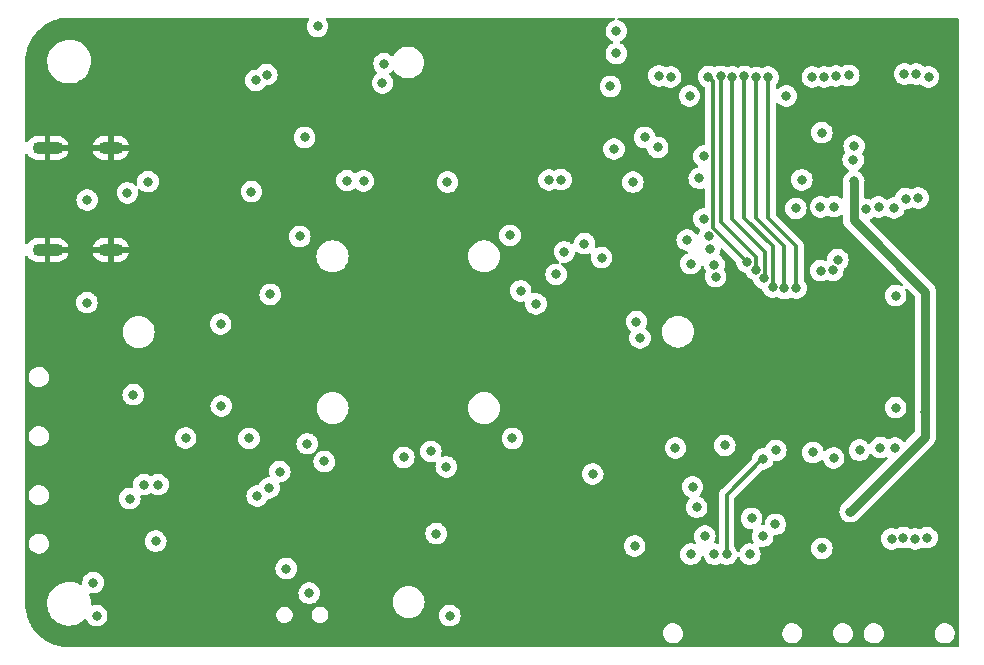
<source format=gbr>
%TF.GenerationSoftware,KiCad,Pcbnew,7.0.1*%
%TF.CreationDate,2023-03-19T17:11:42+00:00*%
%TF.ProjectId,ImogenWren,496d6f67-656e-4577-9265-6e2e6b696361,rev?*%
%TF.SameCoordinates,Original*%
%TF.FileFunction,Copper,L1,Top*%
%TF.FilePolarity,Positive*%
%FSLAX46Y46*%
G04 Gerber Fmt 4.6, Leading zero omitted, Abs format (unit mm)*
G04 Created by KiCad (PCBNEW 7.0.1) date 2023-03-19 17:11:42*
%MOMM*%
%LPD*%
G01*
G04 APERTURE LIST*
%TA.AperFunction,HeatsinkPad*%
%ADD10C,0.600000*%
%TD*%
%TA.AperFunction,ComponentPad*%
%ADD11O,2.600000X1.100000*%
%TD*%
%TA.AperFunction,ComponentPad*%
%ADD12O,2.100000X1.100000*%
%TD*%
%TA.AperFunction,ViaPad*%
%ADD13C,0.800000*%
%TD*%
%TA.AperFunction,Conductor*%
%ADD14C,0.300000*%
%TD*%
%TA.AperFunction,Conductor*%
%ADD15C,0.800000*%
%TD*%
%TA.AperFunction,Conductor*%
%ADD16C,0.500000*%
%TD*%
G04 APERTURE END LIST*
D10*
%TO.P,U3,39,GND*%
%TO.N,GND*%
X181225000Y-96660000D03*
X182757500Y-96605000D03*
X182035000Y-95860000D03*
X183595000Y-95820000D03*
X180495000Y-95800000D03*
X182775000Y-95100000D03*
X181265000Y-95080000D03*
X180475000Y-94290000D03*
X183595000Y-94280000D03*
X182025000Y-94280000D03*
X182785000Y-93580000D03*
X181225000Y-93560000D03*
%TD*%
D11*
%TO.P,J8,S1,SHIELD*%
%TO.N,GND*%
X113740000Y-87740000D03*
D12*
X119100000Y-87740000D03*
D11*
X113740000Y-79100000D03*
D12*
X119100000Y-79100000D03*
%TD*%
D13*
%TO.N,GND*%
X182700000Y-74500000D03*
%TO.N,/ESP32/3V3_BUS*%
X176300000Y-74700000D03*
X182000000Y-81900000D03*
X180500000Y-73000000D03*
X168100000Y-74700000D03*
%TO.N,Net-(Q1-B)*%
X167900000Y-86900000D03*
%TO.N,/ESP32/3V3_BUS*%
X188065000Y-101500000D03*
%TO.N,Net-(Q2-E)*%
X142234340Y-71965660D03*
X169300000Y-79800000D03*
%TO.N,Net-(Q1-E)*%
X142100000Y-73600000D03*
%TO.N,Net-(U3-GPIO27(T7))*%
X175400000Y-104700000D03*
X170200000Y-113500000D03*
%TO.N,Net-(U3-GPIO14(T6))*%
X174300000Y-105449500D03*
X171233992Y-113500000D03*
%TO.N,/BATTERY_POWER*%
X121900000Y-107600000D03*
%TO.N,/BATTERY_POWER_BUS*%
X147800000Y-118700000D03*
X123100000Y-107600000D03*
%TO.N,/USB_POWER*%
X117075000Y-92200000D03*
%TO.N,/ESP32/USB ESP32 CH340 Interface /ESP_EN*%
X185550500Y-91600000D03*
%TO.N,/ESP32/SSERIAL_RX*%
X180650000Y-88550000D03*
%TO.N,/ESP32/SSERIAL_TX*%
X180236931Y-89460154D03*
%TO.N,Net-(U3-GPIO4(T0))*%
X179200000Y-89500000D03*
%TO.N,/ESP32/USB ESP32 CH340 Interface /TxD_B*%
X132300000Y-72900000D03*
X184100000Y-84100000D03*
%TO.N,/ESP32/USB ESP32 CH340 Interface /RxD_B*%
X131375210Y-73379169D03*
X185400000Y-84200000D03*
%TO.N,/BATTERY_POWER*%
X135900000Y-116800000D03*
X117600000Y-115900000D03*
%TO.N,/BATTERY_POWER_BUS*%
X135730025Y-104149500D03*
X161900000Y-69200000D03*
X136600000Y-68800000D03*
X140499000Y-81900000D03*
X131491396Y-108577889D03*
X181580139Y-72964585D03*
%TO.N,GND*%
X146200000Y-96900000D03*
X145814000Y-108586000D03*
X133900000Y-98400000D03*
X189007500Y-87107500D03*
X152558502Y-106150500D03*
X149596972Y-81850500D03*
X138966000Y-107149500D03*
X155700001Y-87200000D03*
X137587000Y-70599500D03*
X136900000Y-81900000D03*
X167100000Y-98900000D03*
X148600000Y-98600000D03*
X137637000Y-73400000D03*
X131500000Y-89402515D03*
X157704250Y-92704250D03*
X147498776Y-72350500D03*
X128899500Y-96977140D03*
X113675000Y-92075000D03*
X160200000Y-109600000D03*
X114250001Y-102750002D03*
X143300000Y-81000000D03*
X162180669Y-72871597D03*
%TO.N,/ESP32/3V3_BUS*%
X163450000Y-112800000D03*
X181699999Y-109899999D03*
%TO.N,/ESP32/USB ESP32 CH340 Interface /ESP_EN*%
X185550500Y-101100000D03*
X166900000Y-104500000D03*
X177600000Y-81800000D03*
%TO.N,/USB_POWER*%
X125439990Y-103655304D03*
X122900000Y-112400000D03*
%TO.N,/USB/D-*%
X122250000Y-81950000D03*
X117100000Y-83500000D03*
X120500000Y-82900000D03*
%TO.N,/WS2812b LEDs/5V_IN*%
X163900000Y-95200000D03*
X147600000Y-82000000D03*
X137168998Y-105650500D03*
X155100000Y-92300000D03*
X135100000Y-86600000D03*
X135500000Y-78200000D03*
X131000000Y-82800000D03*
X132600000Y-91500000D03*
X130800000Y-103700000D03*
X160649500Y-88400000D03*
X156800000Y-89800000D03*
X153099999Y-103699999D03*
X132490896Y-107900000D03*
X152900000Y-86500000D03*
X128450250Y-100949750D03*
X128400000Y-94000000D03*
X143900000Y-105300000D03*
X139093000Y-81880236D03*
X147500000Y-106100000D03*
X159900000Y-106700000D03*
X157221934Y-81781888D03*
%TO.N,23*%
X187460000Y-83340000D03*
X188330000Y-73100000D03*
%TO.N,Net-(U3-SDI{slash}SD1)*%
X169700001Y-73070567D03*
X172953399Y-88764439D03*
%TO.N,Net-(U3-SDO{slash}SD0)*%
X170732902Y-73038639D03*
X173718720Y-89407314D03*
%TO.N,Net-(U3-SCK{slash}CLK)*%
X174394954Y-90143326D03*
X171730448Y-73101148D03*
%TO.N,Net-(U3-SCS{slash}CMD)*%
X175144454Y-90873806D03*
X172728527Y-73047835D03*
%TO.N,Net-(U3-SWP{slash}SD3)*%
X176135958Y-91000000D03*
X173724339Y-73133651D03*
%TO.N,Net-(U3-SHD{slash}SD2)*%
X174736243Y-73114048D03*
X177134763Y-90962672D03*
%TO.N,Net-(U3-GPIO4(T0))*%
X179300000Y-113000000D03*
%TO.N,Net-(U3-GPIO2(T2))*%
X170202500Y-89002500D03*
X168350500Y-107800000D03*
X175362299Y-110962300D03*
%TO.N,Net-(U3-GPIO15(T3))*%
X174287701Y-111975500D03*
X170300000Y-90000000D03*
X168700000Y-109523501D03*
%TO.N,Net-(U3-GPIO13(T4))*%
X173200000Y-113500000D03*
X171076331Y-104283624D03*
%TO.N,Net-(U3-GPIO33(T8))*%
X173358758Y-110458758D03*
X178550500Y-104888509D03*
X169400000Y-111975500D03*
%TO.N,Net-(U3-GPIO32(T9))*%
X180299154Y-105349500D03*
X168200000Y-113500000D03*
%TO.N,Net-(Q1-B)*%
X168921611Y-81663607D03*
X169320759Y-85100850D03*
%TO.N,Net-(Q1-E)*%
X168200000Y-88900000D03*
X163300000Y-82000000D03*
%TO.N,/ESP32/LED_DATA_OUT*%
X177101318Y-84210772D03*
X153800000Y-91200000D03*
%TO.N,SCL*%
X186400000Y-83400000D03*
X178493112Y-73099967D03*
X179300000Y-77800000D03*
X181961500Y-80100000D03*
%TO.N,SDA*%
X182999500Y-84306754D03*
X182029624Y-78929624D03*
X179492600Y-73094598D03*
%TO.N,/CHARGE_STATUS*%
X117900000Y-118700000D03*
X182492500Y-104692500D03*
%TO.N,18*%
X186292386Y-72847660D03*
X179175000Y-84100000D03*
%TO.N,Net-(U3-SENSOR_VP)*%
X188200000Y-112100000D03*
X185500000Y-104500000D03*
%TO.N,Net-(U3-SENSOR_VN)*%
X187200000Y-112200000D03*
X184255000Y-104476866D03*
%TO.N,Net-(J7-PadA3)*%
X165506401Y-72993599D03*
X161400000Y-73900000D03*
%TO.N,Net-(D2-K)*%
X169800000Y-87700000D03*
X161700000Y-79200000D03*
%TO.N,/ESP32/SSERIAL_TX*%
X185200000Y-112200000D03*
%TO.N,/ESP32/SSERIAL_RX*%
X186200000Y-112100000D03*
%TO.N,Net-(J7-PadA4)*%
X166500222Y-73100024D03*
X164300000Y-78200000D03*
%TO.N,19*%
X180322500Y-84077500D03*
X187294698Y-72859515D03*
%TO.N,Net-(WLED1-DOUT)*%
X163600000Y-93800000D03*
X159200000Y-87200000D03*
%TO.N,Net-(WLED2-DOUT)*%
X156202800Y-81822708D03*
X157500000Y-87900000D03*
%TO.N,Net-(WLED10-DIN)*%
X133400000Y-106500000D03*
X146650000Y-111750000D03*
%TO.N,Net-(JP3-C)*%
X146200000Y-104800000D03*
X121000000Y-100000000D03*
%TO.N,Net-(SW1-B)*%
X133953246Y-114710500D03*
X120700000Y-108800000D03*
%TO.N,Net-(D3-K)*%
X169756578Y-86596623D03*
X161900000Y-71100000D03*
X165400000Y-79050500D03*
%TD*%
D14*
%TO.N,Net-(U3-SWP{slash}SD3)*%
X173724339Y-73133651D02*
X173724339Y-85024339D01*
%TO.N,Net-(U3-GPIO14(T6))*%
X171233992Y-108466008D02*
X171233992Y-113500000D01*
X174250500Y-105449500D02*
X171233992Y-108466008D01*
X174300000Y-105449500D02*
X174250500Y-105449500D01*
D15*
%TO.N,/ESP32/3V3_BUS*%
X182000000Y-85200000D02*
X188065000Y-91265000D01*
X181699999Y-109899999D02*
X188065000Y-103534998D01*
X188065000Y-91265000D02*
X188065000Y-101500000D01*
X182000000Y-81900000D02*
X182000000Y-85200000D01*
X188065000Y-103534998D02*
X188065000Y-101500000D01*
%TO.N,GND*%
X149596972Y-81850500D02*
X149599500Y-81847972D01*
D14*
%TO.N,Net-(U3-SCS{slash}CMD)*%
X175144454Y-87444454D02*
X172728527Y-85028527D01*
X175144454Y-90873806D02*
X175144454Y-87444454D01*
X172728527Y-85028527D02*
X172728527Y-73047835D01*
%TO.N,Net-(U3-SWP{slash}SD3)*%
X173724339Y-85024339D02*
X176135958Y-87435958D01*
X176135958Y-87435958D02*
X176135958Y-91000000D01*
%TO.N,Net-(U3-SCK{slash}CLK)*%
X171730448Y-85130448D02*
X174500000Y-87900000D01*
X174500000Y-87900000D02*
X174500000Y-90038280D01*
X171730448Y-73101148D02*
X171730448Y-85130448D01*
X174500000Y-90038280D02*
X174394954Y-90143326D01*
%TO.N,Net-(U3-SHD{slash}SD2)*%
X177134763Y-87434763D02*
X177134763Y-90962672D01*
X174736243Y-73114048D02*
X174736243Y-85036243D01*
X174736243Y-85036243D02*
X177134763Y-87434763D01*
D15*
%TO.N,GND*%
X128882814Y-96977140D02*
X128899500Y-96977140D01*
D16*
X137637000Y-70649500D02*
X137587000Y-70599500D01*
X137637000Y-73400000D02*
X137637000Y-73563000D01*
D14*
%TO.N,Net-(U3-SDI{slash}SD1)*%
X172953399Y-88733439D02*
X172953399Y-88764439D01*
X169700001Y-73070567D02*
X170070259Y-73440825D01*
X170070259Y-73440825D02*
X170070259Y-85850299D01*
X170070259Y-85850299D02*
X172953399Y-88733439D01*
%TO.N,Net-(U3-SDO{slash}SD0)*%
X170732902Y-73038639D02*
X170732902Y-85372948D01*
X170732902Y-85372948D02*
X173718720Y-88358766D01*
X173718720Y-88358766D02*
X173718720Y-89407314D01*
%TD*%
%TA.AperFunction,Conductor*%
%TO.N,GND*%
G36*
X135815445Y-68078424D02*
G01*
X135859073Y-68114498D01*
X135882121Y-68166205D01*
X135879784Y-68222767D01*
X135864736Y-68250187D01*
X135867476Y-68251769D01*
X135765472Y-68428443D01*
X135706458Y-68610070D01*
X135706457Y-68610072D01*
X135706458Y-68610072D01*
X135686496Y-68800000D01*
X135689486Y-68828444D01*
X135706458Y-68989929D01*
X135765472Y-69171556D01*
X135860957Y-69336941D01*
X135888746Y-69367804D01*
X135988747Y-69478866D01*
X136035957Y-69513166D01*
X136143248Y-69591118D01*
X136317714Y-69668795D01*
X136504511Y-69708500D01*
X136504513Y-69708500D01*
X136695487Y-69708500D01*
X136695489Y-69708500D01*
X136882285Y-69668795D01*
X136882286Y-69668794D01*
X136882288Y-69668794D01*
X137056752Y-69591118D01*
X137211253Y-69478866D01*
X137339040Y-69336944D01*
X137434527Y-69171556D01*
X137493542Y-68989928D01*
X137513504Y-68800000D01*
X137493542Y-68610072D01*
X137434527Y-68428444D01*
X137434527Y-68428443D01*
X137332524Y-68251769D01*
X137335263Y-68250187D01*
X137320216Y-68222767D01*
X137317879Y-68166205D01*
X137340927Y-68114498D01*
X137384555Y-68078424D01*
X137439671Y-68065502D01*
X161687968Y-68065502D01*
X161746182Y-68080016D01*
X161790769Y-68120162D01*
X161811289Y-68176540D01*
X161802939Y-68235953D01*
X161767674Y-68284491D01*
X161713749Y-68310792D01*
X161617714Y-68331204D01*
X161443248Y-68408881D01*
X161288748Y-68521133D01*
X161160957Y-68663058D01*
X161065472Y-68828443D01*
X161006458Y-69010070D01*
X160986496Y-69199999D01*
X161006458Y-69389929D01*
X161065472Y-69571556D01*
X161160957Y-69736941D01*
X161160960Y-69736944D01*
X161288747Y-69878866D01*
X161439060Y-69988075D01*
X161443248Y-69991118D01*
X161545671Y-70036720D01*
X161590780Y-70070959D01*
X161615960Y-70121684D01*
X161615960Y-70178316D01*
X161590780Y-70229041D01*
X161545671Y-70263280D01*
X161443248Y-70308881D01*
X161288748Y-70421133D01*
X161160957Y-70563058D01*
X161065472Y-70728443D01*
X161006458Y-70910070D01*
X160986825Y-71096866D01*
X160986496Y-71100000D01*
X160994331Y-71174542D01*
X161006458Y-71289929D01*
X161065472Y-71471556D01*
X161160957Y-71636941D01*
X161160960Y-71636944D01*
X161288747Y-71778866D01*
X161397342Y-71857765D01*
X161443248Y-71891118D01*
X161617714Y-71968795D01*
X161804511Y-72008500D01*
X161804513Y-72008500D01*
X161995487Y-72008500D01*
X161995489Y-72008500D01*
X162182285Y-71968795D01*
X162182286Y-71968794D01*
X162182288Y-71968794D01*
X162356752Y-71891118D01*
X162511253Y-71778866D01*
X162639040Y-71636944D01*
X162663775Y-71594103D01*
X162734527Y-71471556D01*
X162740562Y-71452982D01*
X162793542Y-71289928D01*
X162813504Y-71100000D01*
X162793542Y-70910072D01*
X162734527Y-70728444D01*
X162734527Y-70728443D01*
X162639042Y-70563058D01*
X162583946Y-70501868D01*
X162511253Y-70421134D01*
X162374008Y-70321419D01*
X162356751Y-70308881D01*
X162254328Y-70263280D01*
X162209220Y-70229041D01*
X162184039Y-70178316D01*
X162184039Y-70121684D01*
X162209220Y-70070959D01*
X162254328Y-70036720D01*
X162275882Y-70027123D01*
X162356752Y-69991118D01*
X162511253Y-69878866D01*
X162639040Y-69736944D01*
X162683070Y-69660683D01*
X162734527Y-69571556D01*
X162753499Y-69513166D01*
X162793542Y-69389928D01*
X162813504Y-69200000D01*
X162793542Y-69010072D01*
X162760747Y-68909139D01*
X162734527Y-68828443D01*
X162639042Y-68663058D01*
X162591331Y-68610070D01*
X162511253Y-68521134D01*
X162383677Y-68428444D01*
X162356751Y-68408881D01*
X162182285Y-68331204D01*
X162086251Y-68310792D01*
X162032326Y-68284491D01*
X161997061Y-68235953D01*
X161988711Y-68176540D01*
X162009231Y-68120162D01*
X162053818Y-68080016D01*
X162112032Y-68065502D01*
X190761000Y-68065502D01*
X190823000Y-68082115D01*
X190868387Y-68127502D01*
X190885000Y-68189502D01*
X190885000Y-121261652D01*
X190868388Y-121323650D01*
X190823004Y-121369037D01*
X190761006Y-121385652D01*
X115573193Y-121389498D01*
X115566791Y-121389333D01*
X115416977Y-121381595D01*
X115416573Y-121381573D01*
X115204364Y-121369919D01*
X115192702Y-121368724D01*
X115019579Y-121342657D01*
X115018380Y-121342470D01*
X114831458Y-121312453D01*
X114820768Y-121310250D01*
X114646656Y-121266296D01*
X114644721Y-121265791D01*
X114611057Y-121256706D01*
X114466286Y-121217636D01*
X114456644Y-121214607D01*
X114285889Y-121153219D01*
X114283236Y-121152231D01*
X114112604Y-121086450D01*
X114104060Y-121082783D01*
X113939192Y-121004570D01*
X113935927Y-121002961D01*
X113773992Y-120920232D01*
X113766567Y-120916113D01*
X113609660Y-120821887D01*
X113605889Y-120819529D01*
X113453891Y-120720666D01*
X113447583Y-120716279D01*
X113300375Y-120606986D01*
X113296222Y-120603764D01*
X113155579Y-120489791D01*
X113150360Y-120485317D01*
X113014428Y-120362073D01*
X113010036Y-120357890D01*
X112882106Y-120229960D01*
X112877923Y-120225567D01*
X112812751Y-120153685D01*
X165845740Y-120153685D01*
X165855754Y-120338407D01*
X165905245Y-120516658D01*
X165991899Y-120680103D01*
X166111663Y-120821100D01*
X166258936Y-120933055D01*
X166426830Y-121010731D01*
X166426831Y-121010731D01*
X166426833Y-121010732D01*
X166607503Y-121050500D01*
X166746113Y-121050500D01*
X166746115Y-121050500D01*
X166815011Y-121043007D01*
X166883910Y-121035514D01*
X167059221Y-120976444D01*
X167217736Y-120881070D01*
X167352041Y-120753849D01*
X167455858Y-120600730D01*
X167524331Y-120428875D01*
X167554260Y-120246317D01*
X167549238Y-120153685D01*
X175945740Y-120153685D01*
X175955754Y-120338407D01*
X176005245Y-120516658D01*
X176091899Y-120680103D01*
X176211663Y-120821100D01*
X176358936Y-120933055D01*
X176526830Y-121010731D01*
X176526831Y-121010731D01*
X176526833Y-121010732D01*
X176707503Y-121050500D01*
X176846113Y-121050500D01*
X176846115Y-121050500D01*
X176915011Y-121043007D01*
X176983910Y-121035514D01*
X177159221Y-120976444D01*
X177317736Y-120881070D01*
X177452041Y-120753849D01*
X177555858Y-120600730D01*
X177624331Y-120428875D01*
X177654260Y-120246317D01*
X177649238Y-120153685D01*
X180245740Y-120153685D01*
X180255754Y-120338407D01*
X180305245Y-120516658D01*
X180391899Y-120680103D01*
X180511663Y-120821100D01*
X180658936Y-120933055D01*
X180826830Y-121010731D01*
X180826831Y-121010731D01*
X180826833Y-121010732D01*
X181007503Y-121050500D01*
X181146113Y-121050500D01*
X181146115Y-121050500D01*
X181215011Y-121043007D01*
X181283910Y-121035514D01*
X181459221Y-120976444D01*
X181617736Y-120881070D01*
X181752041Y-120753849D01*
X181855858Y-120600730D01*
X181924331Y-120428875D01*
X181954260Y-120246317D01*
X181949238Y-120153685D01*
X182845740Y-120153685D01*
X182855754Y-120338407D01*
X182905245Y-120516658D01*
X182991899Y-120680103D01*
X183111663Y-120821100D01*
X183258936Y-120933055D01*
X183426830Y-121010731D01*
X183426831Y-121010731D01*
X183426833Y-121010732D01*
X183607503Y-121050500D01*
X183746113Y-121050500D01*
X183746115Y-121050500D01*
X183815011Y-121043007D01*
X183883910Y-121035514D01*
X184059221Y-120976444D01*
X184217736Y-120881070D01*
X184352041Y-120753849D01*
X184455858Y-120600730D01*
X184524331Y-120428875D01*
X184554260Y-120246317D01*
X184549238Y-120153685D01*
X188845740Y-120153685D01*
X188855754Y-120338407D01*
X188905245Y-120516658D01*
X188991899Y-120680103D01*
X189111663Y-120821100D01*
X189258936Y-120933055D01*
X189426830Y-121010731D01*
X189426831Y-121010731D01*
X189426833Y-121010732D01*
X189607503Y-121050500D01*
X189746113Y-121050500D01*
X189746115Y-121050500D01*
X189815011Y-121043007D01*
X189883910Y-121035514D01*
X190059221Y-120976444D01*
X190217736Y-120881070D01*
X190352041Y-120753849D01*
X190455858Y-120600730D01*
X190524331Y-120428875D01*
X190554260Y-120246317D01*
X190544245Y-120061593D01*
X190494754Y-119883341D01*
X190408100Y-119719896D01*
X190288337Y-119578900D01*
X190288336Y-119578899D01*
X190141063Y-119466944D01*
X189973169Y-119389268D01*
X189792497Y-119349500D01*
X189653887Y-119349500D01*
X189653885Y-119349500D01*
X189516091Y-119364485D01*
X189340779Y-119423556D01*
X189182262Y-119518931D01*
X189047960Y-119646149D01*
X188944140Y-119799272D01*
X188875669Y-119971121D01*
X188845740Y-120153685D01*
X184549238Y-120153685D01*
X184544245Y-120061593D01*
X184494754Y-119883341D01*
X184408100Y-119719896D01*
X184288337Y-119578900D01*
X184288336Y-119578899D01*
X184141063Y-119466944D01*
X183973169Y-119389268D01*
X183792497Y-119349500D01*
X183653887Y-119349500D01*
X183653885Y-119349500D01*
X183516091Y-119364485D01*
X183340779Y-119423556D01*
X183182262Y-119518931D01*
X183047960Y-119646149D01*
X182944140Y-119799272D01*
X182875669Y-119971121D01*
X182845740Y-120153685D01*
X181949238Y-120153685D01*
X181944245Y-120061593D01*
X181894754Y-119883341D01*
X181808100Y-119719896D01*
X181688337Y-119578900D01*
X181688336Y-119578899D01*
X181541063Y-119466944D01*
X181373169Y-119389268D01*
X181192497Y-119349500D01*
X181053887Y-119349500D01*
X181053885Y-119349500D01*
X180916091Y-119364485D01*
X180740779Y-119423556D01*
X180582262Y-119518931D01*
X180447960Y-119646149D01*
X180344140Y-119799272D01*
X180275669Y-119971121D01*
X180245740Y-120153685D01*
X177649238Y-120153685D01*
X177644245Y-120061593D01*
X177594754Y-119883341D01*
X177508100Y-119719896D01*
X177388337Y-119578900D01*
X177388336Y-119578899D01*
X177241063Y-119466944D01*
X177073169Y-119389268D01*
X176892497Y-119349500D01*
X176753887Y-119349500D01*
X176753885Y-119349500D01*
X176616091Y-119364485D01*
X176440779Y-119423556D01*
X176282262Y-119518931D01*
X176147960Y-119646149D01*
X176044140Y-119799272D01*
X175975669Y-119971121D01*
X175945740Y-120153685D01*
X167549238Y-120153685D01*
X167544245Y-120061593D01*
X167494754Y-119883341D01*
X167408100Y-119719896D01*
X167288337Y-119578900D01*
X167288336Y-119578899D01*
X167141063Y-119466944D01*
X166973169Y-119389268D01*
X166792497Y-119349500D01*
X166653887Y-119349500D01*
X166653885Y-119349500D01*
X166516091Y-119364485D01*
X166340779Y-119423556D01*
X166182262Y-119518931D01*
X166047960Y-119646149D01*
X165944140Y-119799272D01*
X165875669Y-119971121D01*
X165845740Y-120153685D01*
X112812751Y-120153685D01*
X112754666Y-120089619D01*
X112750206Y-120084419D01*
X112636220Y-119943760D01*
X112633011Y-119939622D01*
X112523710Y-119792403D01*
X112519338Y-119786117D01*
X112420452Y-119634083D01*
X112418104Y-119630327D01*
X112381153Y-119568795D01*
X112323878Y-119473418D01*
X112319779Y-119466031D01*
X112237014Y-119304026D01*
X112235425Y-119300797D01*
X112205131Y-119236941D01*
X112157203Y-119135912D01*
X112153552Y-119127406D01*
X112087751Y-118956720D01*
X112086823Y-118954229D01*
X112025376Y-118783309D01*
X112022351Y-118773675D01*
X112002468Y-118699999D01*
X111974224Y-118595338D01*
X111973722Y-118593416D01*
X111929738Y-118419183D01*
X111927548Y-118408562D01*
X111897485Y-118221351D01*
X111897371Y-118220616D01*
X111871270Y-118047265D01*
X111870080Y-118035644D01*
X111858410Y-117823167D01*
X111855548Y-117767764D01*
X113715787Y-117767764D01*
X113745413Y-118037016D01*
X113778365Y-118163058D01*
X113813928Y-118299088D01*
X113864973Y-118419207D01*
X113919871Y-118548392D01*
X114060982Y-118779611D01*
X114208373Y-118956720D01*
X114234255Y-118987820D01*
X114435998Y-119168582D01*
X114661910Y-119318044D01*
X114729012Y-119349500D01*
X114907177Y-119433021D01*
X115166562Y-119511058D01*
X115166569Y-119511060D01*
X115434561Y-119550500D01*
X115637631Y-119550500D01*
X115637634Y-119550500D01*
X115840156Y-119535677D01*
X115840156Y-119535676D01*
X116104553Y-119476780D01*
X116357558Y-119380014D01*
X116593777Y-119247441D01*
X116808177Y-119081888D01*
X116859759Y-119028385D01*
X116913735Y-118995578D01*
X116976869Y-118993616D01*
X117032779Y-119023007D01*
X117057350Y-119061195D01*
X117058956Y-119060269D01*
X117160957Y-119236941D01*
X117177053Y-119254817D01*
X117288747Y-119378866D01*
X117423514Y-119476780D01*
X117443248Y-119491118D01*
X117617714Y-119568795D01*
X117804511Y-119608500D01*
X117804513Y-119608500D01*
X117995487Y-119608500D01*
X117995489Y-119608500D01*
X118182285Y-119568795D01*
X118182286Y-119568794D01*
X118182288Y-119568794D01*
X118356752Y-119491118D01*
X118511253Y-119378866D01*
X118639040Y-119236944D01*
X118734527Y-119071556D01*
X118793542Y-118889928D01*
X118811922Y-118715055D01*
X133099500Y-118715055D01*
X133140209Y-118880224D01*
X133145303Y-118889929D01*
X133219266Y-119030852D01*
X133264479Y-119081887D01*
X133332072Y-119158184D01*
X133347136Y-119168582D01*
X133472070Y-119254818D01*
X133631128Y-119315140D01*
X133757628Y-119330500D01*
X133842371Y-119330500D01*
X133842372Y-119330500D01*
X133968872Y-119315140D01*
X134127930Y-119254818D01*
X134267929Y-119158183D01*
X134380734Y-119030852D01*
X134459790Y-118880225D01*
X134500500Y-118715056D01*
X134500500Y-118715055D01*
X136099500Y-118715055D01*
X136140209Y-118880224D01*
X136145303Y-118889929D01*
X136219266Y-119030852D01*
X136264479Y-119081887D01*
X136332072Y-119158184D01*
X136347136Y-119168582D01*
X136472070Y-119254818D01*
X136631128Y-119315140D01*
X136757628Y-119330500D01*
X136842371Y-119330500D01*
X136842372Y-119330500D01*
X136968872Y-119315140D01*
X137127930Y-119254818D01*
X137267929Y-119158183D01*
X137380734Y-119030852D01*
X137459790Y-118880225D01*
X137500500Y-118715056D01*
X137500500Y-118544944D01*
X137459790Y-118379775D01*
X137380734Y-118229148D01*
X137267929Y-118101817D01*
X137267928Y-118101816D01*
X137267927Y-118101815D01*
X137127930Y-118005182D01*
X136968872Y-117944860D01*
X136880091Y-117934080D01*
X136842372Y-117929500D01*
X136757628Y-117929500D01*
X136719909Y-117934080D01*
X136631127Y-117944860D01*
X136472069Y-118005182D01*
X136332072Y-118101815D01*
X136219265Y-118229149D01*
X136140209Y-118379775D01*
X136099500Y-118544945D01*
X136099500Y-118715055D01*
X134500500Y-118715055D01*
X134500500Y-118544944D01*
X134459790Y-118379775D01*
X134380734Y-118229148D01*
X134267929Y-118101817D01*
X134267928Y-118101816D01*
X134267927Y-118101815D01*
X134127930Y-118005182D01*
X133968872Y-117944860D01*
X133880091Y-117934080D01*
X133842372Y-117929500D01*
X133757628Y-117929500D01*
X133719909Y-117934080D01*
X133631127Y-117944860D01*
X133472069Y-118005182D01*
X133332072Y-118101815D01*
X133219265Y-118229149D01*
X133140209Y-118379775D01*
X133099500Y-118544945D01*
X133099500Y-118715055D01*
X118811922Y-118715055D01*
X118813504Y-118700000D01*
X118793542Y-118510072D01*
X118734527Y-118328444D01*
X118734527Y-118328443D01*
X118639042Y-118163058D01*
X118534799Y-118047285D01*
X118511253Y-118021134D01*
X118356752Y-117908882D01*
X118356751Y-117908881D01*
X118182285Y-117831204D01*
X117995489Y-117791500D01*
X117995487Y-117791500D01*
X117804513Y-117791500D01*
X117804511Y-117791500D01*
X117617711Y-117831205D01*
X117595231Y-117841214D01*
X117533938Y-117851458D01*
X117475373Y-117830678D01*
X117434243Y-117784093D01*
X117420880Y-117723405D01*
X117424212Y-117632235D01*
X117394586Y-117362983D01*
X117394586Y-117362982D01*
X117326072Y-117100912D01*
X117264959Y-116957102D01*
X117256361Y-116890853D01*
X117283386Y-116829755D01*
X117338190Y-116791546D01*
X117404864Y-116787319D01*
X117504512Y-116808500D01*
X117504513Y-116808500D01*
X117695487Y-116808500D01*
X117695489Y-116808500D01*
X117735483Y-116799999D01*
X134986496Y-116799999D01*
X135006458Y-116989929D01*
X135065472Y-117171556D01*
X135160957Y-117336941D01*
X135160960Y-117336944D01*
X135288747Y-117478866D01*
X135366207Y-117535144D01*
X135443248Y-117591118D01*
X135617714Y-117668795D01*
X135804511Y-117708500D01*
X135804513Y-117708500D01*
X135995487Y-117708500D01*
X135995489Y-117708500D01*
X136182285Y-117668795D01*
X136182286Y-117668794D01*
X136182288Y-117668794D01*
X136356752Y-117591118D01*
X136433795Y-117535143D01*
X142951822Y-117535143D01*
X142972418Y-117770551D01*
X143019124Y-117944860D01*
X143033579Y-117998807D01*
X143133447Y-118212973D01*
X143268987Y-118406545D01*
X143436081Y-118573639D01*
X143629653Y-118709179D01*
X143843819Y-118809047D01*
X144072073Y-118870206D01*
X144072074Y-118870207D01*
X144248514Y-118885644D01*
X144248516Y-118885644D01*
X144366448Y-118885644D01*
X144366450Y-118885644D01*
X144484075Y-118875352D01*
X144542890Y-118870207D01*
X144771145Y-118809047D01*
X144985311Y-118709179D01*
X144998420Y-118700000D01*
X146886496Y-118700000D01*
X146891604Y-118748597D01*
X146906458Y-118889929D01*
X146965472Y-119071556D01*
X147060957Y-119236941D01*
X147077053Y-119254817D01*
X147188747Y-119378866D01*
X147323514Y-119476780D01*
X147343248Y-119491118D01*
X147517714Y-119568795D01*
X147704511Y-119608500D01*
X147704513Y-119608500D01*
X147895487Y-119608500D01*
X147895489Y-119608500D01*
X148082285Y-119568795D01*
X148082286Y-119568794D01*
X148082288Y-119568794D01*
X148256752Y-119491118D01*
X148411253Y-119378866D01*
X148539040Y-119236944D01*
X148634527Y-119071556D01*
X148693542Y-118889928D01*
X148713504Y-118700000D01*
X148693542Y-118510072D01*
X148634527Y-118328444D01*
X148634527Y-118328443D01*
X148539042Y-118163058D01*
X148434799Y-118047285D01*
X148411253Y-118021134D01*
X148256752Y-117908882D01*
X148256751Y-117908881D01*
X148082285Y-117831204D01*
X147895489Y-117791500D01*
X147895487Y-117791500D01*
X147704513Y-117791500D01*
X147704511Y-117791500D01*
X147517714Y-117831204D01*
X147343248Y-117908881D01*
X147188748Y-118021133D01*
X147060957Y-118163058D01*
X146965472Y-118328443D01*
X146906458Y-118510070D01*
X146902430Y-118548392D01*
X146886496Y-118700000D01*
X144998420Y-118700000D01*
X145178883Y-118573639D01*
X145345977Y-118406545D01*
X145481517Y-118212974D01*
X145581385Y-117998807D01*
X145642545Y-117770552D01*
X145663141Y-117535144D01*
X145642545Y-117299736D01*
X145581385Y-117071481D01*
X145481517Y-116857315D01*
X145345977Y-116663743D01*
X145178883Y-116496649D01*
X144985311Y-116361109D01*
X144771145Y-116261241D01*
X144771144Y-116261240D01*
X144542889Y-116200080D01*
X144366450Y-116184644D01*
X144366448Y-116184644D01*
X144248516Y-116184644D01*
X144248514Y-116184644D01*
X144072074Y-116200080D01*
X143843818Y-116261241D01*
X143629652Y-116361109D01*
X143436080Y-116496649D01*
X143268990Y-116663739D01*
X143268987Y-116663742D01*
X143268987Y-116663743D01*
X143173580Y-116799999D01*
X143133446Y-116857316D01*
X143033579Y-117071481D01*
X142972418Y-117299736D01*
X142951822Y-117535143D01*
X136433795Y-117535143D01*
X136511253Y-117478866D01*
X136639040Y-117336944D01*
X136734527Y-117171556D01*
X136793542Y-116989928D01*
X136813504Y-116800000D01*
X136793542Y-116610072D01*
X136734527Y-116428444D01*
X136734527Y-116428443D01*
X136639042Y-116263058D01*
X136582336Y-116200080D01*
X136511253Y-116121134D01*
X136413858Y-116050372D01*
X136356751Y-116008881D01*
X136182285Y-115931204D01*
X135995489Y-115891500D01*
X135995487Y-115891500D01*
X135804513Y-115891500D01*
X135804511Y-115891500D01*
X135617714Y-115931204D01*
X135443248Y-116008881D01*
X135288748Y-116121133D01*
X135160957Y-116263058D01*
X135065472Y-116428443D01*
X135006458Y-116610070D01*
X134986496Y-116799999D01*
X117735483Y-116799999D01*
X117882285Y-116768795D01*
X117882286Y-116768794D01*
X117882288Y-116768794D01*
X118056752Y-116691118D01*
X118211253Y-116578866D01*
X118339040Y-116436944D01*
X118343948Y-116428444D01*
X118434527Y-116271556D01*
X118457751Y-116200080D01*
X118493542Y-116089928D01*
X118513504Y-115900000D01*
X118493542Y-115710072D01*
X118434527Y-115528444D01*
X118434527Y-115528443D01*
X118339042Y-115363058D01*
X118319442Y-115341291D01*
X118211253Y-115221134D01*
X118056752Y-115108882D01*
X118056751Y-115108881D01*
X117882285Y-115031204D01*
X117695489Y-114991500D01*
X117695487Y-114991500D01*
X117504513Y-114991500D01*
X117504511Y-114991500D01*
X117317714Y-115031204D01*
X117143248Y-115108881D01*
X116988748Y-115221133D01*
X116860957Y-115363058D01*
X116765472Y-115528443D01*
X116706458Y-115710070D01*
X116686496Y-115900000D01*
X116695149Y-115982330D01*
X116682923Y-116050372D01*
X116636167Y-116101293D01*
X116569413Y-116119267D01*
X116503410Y-116098707D01*
X116478090Y-116081956D01*
X116232822Y-115966978D01*
X115973437Y-115888941D01*
X115973431Y-115888940D01*
X115705439Y-115849500D01*
X115502369Y-115849500D01*
X115502366Y-115849500D01*
X115299843Y-115864322D01*
X115035449Y-115923219D01*
X114782441Y-116019986D01*
X114546223Y-116152559D01*
X114331825Y-116318109D01*
X114143813Y-116513120D01*
X113986201Y-116733420D01*
X113862342Y-116974329D01*
X113774881Y-117230695D01*
X113725680Y-117497066D01*
X113715787Y-117767764D01*
X111855548Y-117767764D01*
X111850664Y-117673193D01*
X111850500Y-117666799D01*
X111850500Y-114710500D01*
X133039742Y-114710500D01*
X133059704Y-114900429D01*
X133118718Y-115082056D01*
X133214203Y-115247441D01*
X133214206Y-115247444D01*
X133341993Y-115389366D01*
X133496493Y-115501617D01*
X133496494Y-115501618D01*
X133670960Y-115579295D01*
X133857757Y-115619000D01*
X133857759Y-115619000D01*
X134048733Y-115619000D01*
X134048735Y-115619000D01*
X134235531Y-115579295D01*
X134235532Y-115579294D01*
X134235534Y-115579294D01*
X134409998Y-115501618D01*
X134564499Y-115389366D01*
X134692286Y-115247444D01*
X134787773Y-115082056D01*
X134846788Y-114900428D01*
X134866750Y-114710500D01*
X134846788Y-114520572D01*
X134787773Y-114338944D01*
X134787773Y-114338943D01*
X134692288Y-114173558D01*
X134672688Y-114151791D01*
X134564499Y-114031634D01*
X134409998Y-113919382D01*
X134409997Y-113919381D01*
X134235531Y-113841704D01*
X134048735Y-113802000D01*
X134048733Y-113802000D01*
X133857759Y-113802000D01*
X133857757Y-113802000D01*
X133670960Y-113841704D01*
X133496494Y-113919381D01*
X133341994Y-114031633D01*
X133214203Y-114173558D01*
X133118718Y-114338943D01*
X133059704Y-114520570D01*
X133039742Y-114710500D01*
X111850500Y-114710500D01*
X111850500Y-112553685D01*
X112145740Y-112553685D01*
X112155754Y-112738407D01*
X112205245Y-112916658D01*
X112291899Y-113080103D01*
X112411663Y-113221100D01*
X112558936Y-113333055D01*
X112726830Y-113410731D01*
X112726831Y-113410731D01*
X112726833Y-113410732D01*
X112907503Y-113450500D01*
X113046113Y-113450500D01*
X113046115Y-113450500D01*
X113115011Y-113443006D01*
X113183910Y-113435514D01*
X113359221Y-113376444D01*
X113517736Y-113281070D01*
X113652041Y-113153849D01*
X113755858Y-113000730D01*
X113824331Y-112828875D01*
X113854260Y-112646317D01*
X113844245Y-112461593D01*
X113835158Y-112428866D01*
X113827144Y-112400000D01*
X121986496Y-112400000D01*
X121989486Y-112428444D01*
X122006458Y-112589929D01*
X122065472Y-112771556D01*
X122160957Y-112936941D01*
X122160960Y-112936944D01*
X122288747Y-113078866D01*
X122416323Y-113171556D01*
X122443248Y-113191118D01*
X122617714Y-113268795D01*
X122804511Y-113308500D01*
X122804513Y-113308500D01*
X122995487Y-113308500D01*
X122995489Y-113308500D01*
X123182285Y-113268795D01*
X123182286Y-113268794D01*
X123182288Y-113268794D01*
X123356752Y-113191118D01*
X123511253Y-113078866D01*
X123639040Y-112936944D01*
X123672572Y-112878866D01*
X123718106Y-112799999D01*
X162536496Y-112799999D01*
X162556458Y-112989929D01*
X162615472Y-113171556D01*
X162710957Y-113336941D01*
X162740355Y-113369591D01*
X162838747Y-113478866D01*
X162993247Y-113591117D01*
X162993248Y-113591118D01*
X163167714Y-113668795D01*
X163354511Y-113708500D01*
X163354513Y-113708500D01*
X163545487Y-113708500D01*
X163545489Y-113708500D01*
X163732285Y-113668795D01*
X163732286Y-113668794D01*
X163732288Y-113668794D01*
X163906752Y-113591118D01*
X164032165Y-113500000D01*
X167286496Y-113500000D01*
X167306458Y-113689929D01*
X167365472Y-113871556D01*
X167460957Y-114036941D01*
X167460960Y-114036944D01*
X167588747Y-114178866D01*
X167683003Y-114247347D01*
X167743248Y-114291118D01*
X167917714Y-114368795D01*
X168104511Y-114408500D01*
X168104513Y-114408500D01*
X168295487Y-114408500D01*
X168295489Y-114408500D01*
X168482285Y-114368795D01*
X168482286Y-114368794D01*
X168482288Y-114368794D01*
X168656752Y-114291118D01*
X168811253Y-114178866D01*
X168939040Y-114036944D01*
X168942107Y-114031633D01*
X169034527Y-113871556D01*
X169082069Y-113725237D01*
X169115116Y-113673163D01*
X169169162Y-113643451D01*
X169230838Y-113643451D01*
X169284884Y-113673163D01*
X169317931Y-113725237D01*
X169365472Y-113871556D01*
X169460957Y-114036941D01*
X169460960Y-114036944D01*
X169588747Y-114178866D01*
X169683003Y-114247347D01*
X169743248Y-114291118D01*
X169917714Y-114368795D01*
X170104511Y-114408500D01*
X170104513Y-114408500D01*
X170295487Y-114408500D01*
X170295489Y-114408500D01*
X170420021Y-114382029D01*
X170482288Y-114368794D01*
X170656752Y-114291118D01*
X170656754Y-114291116D01*
X170666559Y-114286751D01*
X170716995Y-114276030D01*
X170767430Y-114286750D01*
X170777238Y-114291117D01*
X170777240Y-114291118D01*
X170905550Y-114348245D01*
X170951706Y-114368795D01*
X171138503Y-114408500D01*
X171138505Y-114408500D01*
X171329479Y-114408500D01*
X171329481Y-114408500D01*
X171516277Y-114368795D01*
X171516278Y-114368794D01*
X171516280Y-114368794D01*
X171690744Y-114291118D01*
X171845245Y-114178866D01*
X171973032Y-114036944D01*
X171976099Y-114031633D01*
X172068519Y-113871556D01*
X172078218Y-113841706D01*
X172099065Y-113777544D01*
X172132112Y-113725471D01*
X172186158Y-113695759D01*
X172247834Y-113695759D01*
X172301880Y-113725471D01*
X172334927Y-113777545D01*
X172365472Y-113871556D01*
X172460957Y-114036941D01*
X172460960Y-114036944D01*
X172588747Y-114178866D01*
X172683003Y-114247347D01*
X172743248Y-114291118D01*
X172917714Y-114368795D01*
X173104511Y-114408500D01*
X173104513Y-114408500D01*
X173295487Y-114408500D01*
X173295489Y-114408500D01*
X173482285Y-114368795D01*
X173482286Y-114368794D01*
X173482288Y-114368794D01*
X173656752Y-114291118D01*
X173811253Y-114178866D01*
X173939040Y-114036944D01*
X173942107Y-114031633D01*
X174034527Y-113871556D01*
X174044226Y-113841706D01*
X174093542Y-113689928D01*
X174113504Y-113500000D01*
X174093542Y-113310072D01*
X174034527Y-113128444D01*
X174034527Y-113128443D01*
X173990851Y-113052795D01*
X173974911Y-113000000D01*
X178386496Y-113000000D01*
X178406458Y-113189929D01*
X178465472Y-113371556D01*
X178560957Y-113536941D01*
X178560960Y-113536944D01*
X178688747Y-113678866D01*
X178843248Y-113791118D01*
X179017714Y-113868795D01*
X179204511Y-113908500D01*
X179204513Y-113908500D01*
X179395487Y-113908500D01*
X179395489Y-113908500D01*
X179582285Y-113868795D01*
X179582286Y-113868794D01*
X179582288Y-113868794D01*
X179756752Y-113791118D01*
X179911253Y-113678866D01*
X180039040Y-113536944D01*
X180072572Y-113478866D01*
X180134527Y-113371556D01*
X180147037Y-113333054D01*
X180193542Y-113189928D01*
X180213504Y-113000000D01*
X180193542Y-112810072D01*
X180142950Y-112654366D01*
X180134527Y-112628443D01*
X180039042Y-112463058D01*
X180002707Y-112422704D01*
X179911253Y-112321134D01*
X179758390Y-112210072D01*
X179756751Y-112208881D01*
X179736804Y-112200000D01*
X184286496Y-112200000D01*
X184287430Y-112208882D01*
X184306458Y-112389929D01*
X184365472Y-112571556D01*
X184460957Y-112736941D01*
X184460960Y-112736944D01*
X184588747Y-112878866D01*
X184704624Y-112963056D01*
X184743248Y-112991118D01*
X184917714Y-113068795D01*
X185104511Y-113108500D01*
X185104513Y-113108500D01*
X185295487Y-113108500D01*
X185295489Y-113108500D01*
X185482285Y-113068795D01*
X185482286Y-113068794D01*
X185482288Y-113068794D01*
X185656752Y-112991118D01*
X185717039Y-112947316D01*
X185776962Y-112924313D01*
X185840360Y-112934355D01*
X185917712Y-112968794D01*
X186104511Y-113008500D01*
X186104513Y-113008500D01*
X186295487Y-113008500D01*
X186295489Y-113008500D01*
X186482285Y-112968795D01*
X186482286Y-112968794D01*
X186482288Y-112968794D01*
X186559640Y-112934354D01*
X186623035Y-112924313D01*
X186682960Y-112947316D01*
X186743248Y-112991118D01*
X186917714Y-113068795D01*
X187104511Y-113108500D01*
X187104513Y-113108500D01*
X187295487Y-113108500D01*
X187295489Y-113108500D01*
X187482285Y-113068795D01*
X187482286Y-113068794D01*
X187482288Y-113068794D01*
X187656752Y-112991118D01*
X187717039Y-112947316D01*
X187776962Y-112924313D01*
X187840360Y-112934355D01*
X187917712Y-112968794D01*
X188104511Y-113008500D01*
X188104513Y-113008500D01*
X188295487Y-113008500D01*
X188295489Y-113008500D01*
X188482285Y-112968795D01*
X188482286Y-112968794D01*
X188482288Y-112968794D01*
X188656752Y-112891118D01*
X188811253Y-112778866D01*
X188939040Y-112636944D01*
X188943948Y-112628444D01*
X189034527Y-112471556D01*
X189037764Y-112461593D01*
X189093542Y-112289928D01*
X189113504Y-112100000D01*
X189093542Y-111910072D01*
X189034527Y-111728444D01*
X189034527Y-111728443D01*
X188939042Y-111563058D01*
X188881583Y-111499244D01*
X188811253Y-111421134D01*
X188687477Y-111331205D01*
X188656751Y-111308881D01*
X188482285Y-111231204D01*
X188295489Y-111191500D01*
X188295487Y-111191500D01*
X188104513Y-111191500D01*
X188104511Y-111191500D01*
X187917714Y-111231204D01*
X187743246Y-111308882D01*
X187682959Y-111352683D01*
X187623036Y-111375685D01*
X187559641Y-111365644D01*
X187482288Y-111331205D01*
X187295489Y-111291500D01*
X187295487Y-111291500D01*
X187104513Y-111291500D01*
X187104511Y-111291500D01*
X186917714Y-111331204D01*
X186840359Y-111365645D01*
X186776962Y-111375686D01*
X186717039Y-111352683D01*
X186656752Y-111308882D01*
X186656750Y-111308881D01*
X186482285Y-111231204D01*
X186295489Y-111191500D01*
X186295487Y-111191500D01*
X186104513Y-111191500D01*
X186104511Y-111191500D01*
X185917714Y-111231204D01*
X185743246Y-111308882D01*
X185682959Y-111352683D01*
X185623036Y-111375685D01*
X185559641Y-111365644D01*
X185482288Y-111331205D01*
X185295489Y-111291500D01*
X185295487Y-111291500D01*
X185104513Y-111291500D01*
X185104511Y-111291500D01*
X184917714Y-111331204D01*
X184743248Y-111408881D01*
X184588748Y-111521133D01*
X184460957Y-111663058D01*
X184365472Y-111828443D01*
X184306458Y-112010070D01*
X184286496Y-112199999D01*
X184286496Y-112200000D01*
X179736804Y-112200000D01*
X179582285Y-112131204D01*
X179395489Y-112091500D01*
X179395487Y-112091500D01*
X179204513Y-112091500D01*
X179204511Y-112091500D01*
X179017714Y-112131204D01*
X178843248Y-112208881D01*
X178688748Y-112321133D01*
X178560957Y-112463058D01*
X178465472Y-112628443D01*
X178406458Y-112810070D01*
X178386496Y-113000000D01*
X173974911Y-113000000D01*
X173974483Y-112998581D01*
X173983927Y-112942743D01*
X174017214Y-112896928D01*
X174067400Y-112870691D01*
X174124019Y-112869505D01*
X174192212Y-112884000D01*
X174192214Y-112884000D01*
X174383188Y-112884000D01*
X174383190Y-112884000D01*
X174569986Y-112844295D01*
X174569987Y-112844294D01*
X174569989Y-112844294D01*
X174744453Y-112766618D01*
X174898954Y-112654366D01*
X175026741Y-112512444D01*
X175056101Y-112461592D01*
X175122228Y-112347056D01*
X175141760Y-112286944D01*
X175181243Y-112165428D01*
X175200539Y-111981836D01*
X175221058Y-111925460D01*
X175265644Y-111885315D01*
X175323859Y-111870800D01*
X175457788Y-111870800D01*
X175644584Y-111831095D01*
X175644585Y-111831094D01*
X175644587Y-111831094D01*
X175819051Y-111753418D01*
X175973552Y-111641166D01*
X176101339Y-111499244D01*
X176146437Y-111421133D01*
X176196826Y-111333856D01*
X176208920Y-111296634D01*
X176255841Y-111152228D01*
X176275803Y-110962300D01*
X176255841Y-110772372D01*
X176215173Y-110647209D01*
X176196826Y-110590743D01*
X176101341Y-110425358D01*
X176058401Y-110377669D01*
X175973552Y-110283434D01*
X175819051Y-110171182D01*
X175819050Y-110171181D01*
X175644584Y-110093504D01*
X175457788Y-110053800D01*
X175457786Y-110053800D01*
X175266812Y-110053800D01*
X175266810Y-110053800D01*
X175080013Y-110093504D01*
X174905547Y-110171181D01*
X174751047Y-110283433D01*
X174623256Y-110425358D01*
X174527771Y-110590743D01*
X174494157Y-110694198D01*
X174463295Y-110743586D01*
X174468150Y-110778137D01*
X174449460Y-110955963D01*
X174428942Y-111012340D01*
X174384356Y-111052485D01*
X174326141Y-111067000D01*
X174271409Y-111067000D01*
X174209409Y-111050387D01*
X174164022Y-111005000D01*
X174147409Y-110943000D01*
X174164022Y-110881000D01*
X174179350Y-110854449D01*
X174193285Y-110830314D01*
X174226900Y-110726858D01*
X174257760Y-110677469D01*
X174252905Y-110642923D01*
X174272262Y-110458758D01*
X174252300Y-110268830D01*
X174198568Y-110103460D01*
X174193285Y-110087201D01*
X174097800Y-109921816D01*
X174073706Y-109895057D01*
X173970011Y-109779892D01*
X173817100Y-109668795D01*
X173815509Y-109667639D01*
X173641043Y-109589962D01*
X173454247Y-109550258D01*
X173454245Y-109550258D01*
X173263271Y-109550258D01*
X173263269Y-109550258D01*
X173076472Y-109589962D01*
X172902006Y-109667639D01*
X172747506Y-109779891D01*
X172619715Y-109921816D01*
X172524230Y-110087201D01*
X172465216Y-110268828D01*
X172445254Y-110458758D01*
X172465216Y-110648687D01*
X172524230Y-110830314D01*
X172619715Y-110995699D01*
X172619718Y-110995702D01*
X172747505Y-111137624D01*
X172811862Y-111184382D01*
X172902006Y-111249876D01*
X173076472Y-111327553D01*
X173263269Y-111367258D01*
X173375050Y-111367258D01*
X173437050Y-111383871D01*
X173482437Y-111429258D01*
X173499050Y-111491258D01*
X173482437Y-111553258D01*
X173453173Y-111603943D01*
X173394159Y-111785570D01*
X173374197Y-111975499D01*
X173374197Y-111975500D01*
X173379762Y-112028444D01*
X173394159Y-112165429D01*
X173453173Y-112347056D01*
X173496849Y-112422704D01*
X173513217Y-112476918D01*
X173503773Y-112532755D01*
X173470487Y-112578571D01*
X173420300Y-112604808D01*
X173363682Y-112605995D01*
X173331689Y-112599195D01*
X173295487Y-112591500D01*
X173104513Y-112591500D01*
X173104511Y-112591500D01*
X172917714Y-112631204D01*
X172743248Y-112708881D01*
X172588748Y-112821133D01*
X172460957Y-112963058D01*
X172365472Y-113128443D01*
X172334927Y-113222454D01*
X172301880Y-113274528D01*
X172247834Y-113304240D01*
X172186158Y-113304240D01*
X172132112Y-113274528D01*
X172099065Y-113222454D01*
X172068519Y-113128443D01*
X171973032Y-112963056D01*
X171924342Y-112908980D01*
X171900728Y-112870446D01*
X171892492Y-112826008D01*
X171892492Y-108790130D01*
X171901931Y-108742677D01*
X171928811Y-108702449D01*
X174236941Y-106394319D01*
X174277169Y-106367439D01*
X174324622Y-106358000D01*
X174395489Y-106358000D01*
X174582285Y-106318295D01*
X174582286Y-106318294D01*
X174582288Y-106318294D01*
X174756752Y-106240618D01*
X174911253Y-106128366D01*
X175039040Y-105986444D01*
X175134527Y-105821056D01*
X175170975Y-105708882D01*
X175175752Y-105694181D01*
X175201533Y-105649528D01*
X175243248Y-105619220D01*
X175293683Y-105608500D01*
X175495489Y-105608500D01*
X175682285Y-105568795D01*
X175682286Y-105568794D01*
X175682288Y-105568794D01*
X175856752Y-105491118D01*
X176011253Y-105378866D01*
X176139040Y-105236944D01*
X176141432Y-105232802D01*
X176234527Y-105071556D01*
X176250128Y-105023540D01*
X176293542Y-104889928D01*
X176293691Y-104888509D01*
X177636996Y-104888509D01*
X177656958Y-105078438D01*
X177715972Y-105260065D01*
X177811457Y-105425450D01*
X177811460Y-105425453D01*
X177939247Y-105567375D01*
X178076640Y-105667197D01*
X178093748Y-105679627D01*
X178268214Y-105757304D01*
X178455011Y-105797009D01*
X178455013Y-105797009D01*
X178645987Y-105797009D01*
X178645989Y-105797009D01*
X178832785Y-105757304D01*
X178832786Y-105757303D01*
X178832788Y-105757303D01*
X179007252Y-105679627D01*
X179161753Y-105567375D01*
X179203910Y-105520554D01*
X179257739Y-105485597D01*
X179321839Y-105482238D01*
X179379030Y-105511378D01*
X179413989Y-105565210D01*
X179464626Y-105721056D01*
X179560111Y-105886441D01*
X179560114Y-105886444D01*
X179687901Y-106028366D01*
X179825539Y-106128366D01*
X179842402Y-106140618D01*
X180016868Y-106218295D01*
X180203665Y-106258000D01*
X180203667Y-106258000D01*
X180394641Y-106258000D01*
X180394643Y-106258000D01*
X180581439Y-106218295D01*
X180581440Y-106218294D01*
X180581442Y-106218294D01*
X180755906Y-106140618D01*
X180910407Y-106028366D01*
X181038194Y-105886444D01*
X181064762Y-105840428D01*
X181133681Y-105721056D01*
X181147142Y-105679627D01*
X181192696Y-105539428D01*
X181212658Y-105349500D01*
X181192696Y-105159572D01*
X181158197Y-105053395D01*
X181133681Y-104977943D01*
X181038196Y-104812558D01*
X181018596Y-104790791D01*
X180910407Y-104670634D01*
X180786632Y-104580706D01*
X180755905Y-104558381D01*
X180581439Y-104480704D01*
X180394643Y-104441000D01*
X180394641Y-104441000D01*
X180203667Y-104441000D01*
X180203665Y-104441000D01*
X180016868Y-104480704D01*
X179842402Y-104558381D01*
X179687901Y-104670634D01*
X179645744Y-104717454D01*
X179591912Y-104752411D01*
X179527813Y-104755770D01*
X179470622Y-104726629D01*
X179435665Y-104672799D01*
X179398488Y-104558381D01*
X179385027Y-104516952D01*
X179289542Y-104351567D01*
X179252773Y-104310731D01*
X179161753Y-104209643D01*
X179007252Y-104097391D01*
X179007251Y-104097390D01*
X178832785Y-104019713D01*
X178645989Y-103980009D01*
X178645987Y-103980009D01*
X178455013Y-103980009D01*
X178455011Y-103980009D01*
X178268214Y-104019713D01*
X178093748Y-104097390D01*
X177939248Y-104209642D01*
X177811457Y-104351567D01*
X177715972Y-104516952D01*
X177656958Y-104698579D01*
X177636996Y-104888509D01*
X176293691Y-104888509D01*
X176313504Y-104700000D01*
X176293542Y-104510072D01*
X176242040Y-104351565D01*
X176234527Y-104328443D01*
X176139042Y-104163058D01*
X176101263Y-104121100D01*
X176011253Y-104021134D01*
X175887478Y-103931206D01*
X175856751Y-103908881D01*
X175682285Y-103831204D01*
X175495489Y-103791500D01*
X175495487Y-103791500D01*
X175304513Y-103791500D01*
X175304511Y-103791500D01*
X175117714Y-103831204D01*
X174943248Y-103908881D01*
X174788748Y-104021133D01*
X174660957Y-104163058D01*
X174565472Y-104328443D01*
X174524249Y-104455318D01*
X174498468Y-104499972D01*
X174456753Y-104530280D01*
X174406318Y-104541000D01*
X174204511Y-104541000D01*
X174017714Y-104580704D01*
X173843248Y-104658381D01*
X173688748Y-104770633D01*
X173560957Y-104912558D01*
X173465472Y-105077943D01*
X173406458Y-105259570D01*
X173398985Y-105330674D01*
X173387584Y-105371096D01*
X173363345Y-105405393D01*
X170829444Y-107939294D01*
X170812617Y-107952776D01*
X170762371Y-108006282D01*
X170759692Y-108009046D01*
X170748844Y-108019896D01*
X170739060Y-108029680D01*
X170736279Y-108033265D01*
X170728705Y-108042132D01*
X170697019Y-108075875D01*
X170686611Y-108094807D01*
X170675932Y-108111064D01*
X170662686Y-108128141D01*
X170644301Y-108170624D01*
X170639165Y-108181109D01*
X170616867Y-108221669D01*
X170611495Y-108242594D01*
X170605194Y-108260996D01*
X170596611Y-108280830D01*
X170589371Y-108326544D01*
X170587003Y-108337978D01*
X170575492Y-108382817D01*
X170575492Y-108404427D01*
X170573965Y-108423824D01*
X170573114Y-108429194D01*
X170570586Y-108445158D01*
X170574942Y-108491242D01*
X170575492Y-108502911D01*
X170575492Y-112497890D01*
X170563413Y-112551273D01*
X170529528Y-112594256D01*
X170480439Y-112618464D01*
X170425711Y-112619180D01*
X170282739Y-112588790D01*
X170283564Y-112584906D01*
X170246171Y-112574887D01*
X170200784Y-112529500D01*
X170184171Y-112467499D01*
X170200783Y-112405501D01*
X170234527Y-112347056D01*
X170293542Y-112165428D01*
X170313504Y-111975500D01*
X170293542Y-111785572D01*
X170262931Y-111691362D01*
X170234527Y-111603943D01*
X170139042Y-111438558D01*
X170112321Y-111408882D01*
X170011253Y-111296634D01*
X169856752Y-111184382D01*
X169856751Y-111184381D01*
X169682285Y-111106704D01*
X169495489Y-111067000D01*
X169495487Y-111067000D01*
X169304513Y-111067000D01*
X169304511Y-111067000D01*
X169117714Y-111106704D01*
X168943248Y-111184381D01*
X168788748Y-111296633D01*
X168660957Y-111438558D01*
X168565472Y-111603943D01*
X168506458Y-111785570D01*
X168486496Y-111975499D01*
X168486496Y-111975500D01*
X168492061Y-112028444D01*
X168506458Y-112165429D01*
X168565472Y-112347056D01*
X168624857Y-112449913D01*
X168641225Y-112504127D01*
X168631781Y-112559965D01*
X168598494Y-112605780D01*
X168548308Y-112632017D01*
X168491689Y-112633203D01*
X168295489Y-112591500D01*
X168295487Y-112591500D01*
X168104513Y-112591500D01*
X168104511Y-112591500D01*
X167917714Y-112631204D01*
X167743248Y-112708881D01*
X167588748Y-112821133D01*
X167460957Y-112963058D01*
X167365472Y-113128443D01*
X167306458Y-113310070D01*
X167286496Y-113500000D01*
X164032165Y-113500000D01*
X164061253Y-113478866D01*
X164189040Y-113336944D01*
X164191286Y-113333055D01*
X164284527Y-113171556D01*
X164305015Y-113108500D01*
X164343542Y-112989928D01*
X164363504Y-112800000D01*
X164343542Y-112610072D01*
X164284527Y-112428444D01*
X164284527Y-112428443D01*
X164189042Y-112263058D01*
X164141331Y-112210070D01*
X164061253Y-112121134D01*
X163933677Y-112028444D01*
X163906751Y-112008881D01*
X163732285Y-111931204D01*
X163545489Y-111891500D01*
X163545487Y-111891500D01*
X163354513Y-111891500D01*
X163354511Y-111891500D01*
X163167714Y-111931204D01*
X162993248Y-112008881D01*
X162838748Y-112121133D01*
X162710957Y-112263058D01*
X162615472Y-112428443D01*
X162556458Y-112610070D01*
X162536496Y-112799999D01*
X123718106Y-112799999D01*
X123734527Y-112771556D01*
X123754891Y-112708882D01*
X123793542Y-112589928D01*
X123813504Y-112400000D01*
X123793542Y-112210072D01*
X123755015Y-112091500D01*
X123734527Y-112028443D01*
X123639042Y-111863058D01*
X123550286Y-111764485D01*
X123537244Y-111750000D01*
X145736496Y-111750000D01*
X145738019Y-111764486D01*
X145756458Y-111939929D01*
X145815472Y-112121556D01*
X145910957Y-112286941D01*
X145940355Y-112319591D01*
X146038747Y-112428866D01*
X146153778Y-112512441D01*
X146193248Y-112541118D01*
X146367714Y-112618795D01*
X146554511Y-112658500D01*
X146554513Y-112658500D01*
X146745487Y-112658500D01*
X146745489Y-112658500D01*
X146932285Y-112618795D01*
X146932286Y-112618794D01*
X146932288Y-112618794D01*
X147106752Y-112541118D01*
X147261253Y-112428866D01*
X147389040Y-112286944D01*
X147459198Y-112165428D01*
X147484527Y-112121556D01*
X147494293Y-112091500D01*
X147543542Y-111939928D01*
X147563504Y-111750000D01*
X147543542Y-111560072D01*
X147494417Y-111408881D01*
X147484527Y-111378443D01*
X147389042Y-111213058D01*
X147334270Y-111152228D01*
X147261253Y-111071134D01*
X147157426Y-110995699D01*
X147106751Y-110958881D01*
X146932285Y-110881204D01*
X146745489Y-110841500D01*
X146745487Y-110841500D01*
X146554513Y-110841500D01*
X146554511Y-110841500D01*
X146367714Y-110881204D01*
X146193248Y-110958881D01*
X146038748Y-111071133D01*
X145910957Y-111213058D01*
X145815472Y-111378443D01*
X145756458Y-111560070D01*
X145736496Y-111749999D01*
X145736496Y-111750000D01*
X123537244Y-111750000D01*
X123511253Y-111721134D01*
X123356752Y-111608882D01*
X123356751Y-111608881D01*
X123182285Y-111531204D01*
X122995489Y-111491500D01*
X122995487Y-111491500D01*
X122804513Y-111491500D01*
X122804511Y-111491500D01*
X122617714Y-111531204D01*
X122443248Y-111608881D01*
X122288748Y-111721133D01*
X122160957Y-111863058D01*
X122065472Y-112028443D01*
X122006458Y-112210070D01*
X121987554Y-112389929D01*
X121986496Y-112400000D01*
X113827144Y-112400000D01*
X113794754Y-112283341D01*
X113708100Y-112119896D01*
X113588336Y-111978899D01*
X113441063Y-111866944D01*
X113273169Y-111789268D01*
X113092497Y-111749500D01*
X112953887Y-111749500D01*
X112953885Y-111749500D01*
X112816091Y-111764485D01*
X112640779Y-111823556D01*
X112482262Y-111918931D01*
X112347960Y-112046149D01*
X112244140Y-112199272D01*
X112175669Y-112371121D01*
X112145740Y-112553685D01*
X111850500Y-112553685D01*
X111850500Y-108453685D01*
X112145740Y-108453685D01*
X112155754Y-108638407D01*
X112205245Y-108816658D01*
X112291899Y-108980103D01*
X112411663Y-109121100D01*
X112558936Y-109233055D01*
X112726830Y-109310731D01*
X112726831Y-109310731D01*
X112726833Y-109310732D01*
X112907503Y-109350500D01*
X113046113Y-109350500D01*
X113046115Y-109350500D01*
X113115011Y-109343006D01*
X113183910Y-109335514D01*
X113359221Y-109276444D01*
X113517736Y-109181070D01*
X113652041Y-109053849D01*
X113755858Y-108900730D01*
X113795992Y-108800000D01*
X119786496Y-108800000D01*
X119806458Y-108989929D01*
X119865472Y-109171556D01*
X119960957Y-109336941D01*
X119960960Y-109336944D01*
X120088747Y-109478866D01*
X120217800Y-109572629D01*
X120243248Y-109591118D01*
X120417714Y-109668795D01*
X120604511Y-109708500D01*
X120604513Y-109708500D01*
X120795487Y-109708500D01*
X120795489Y-109708500D01*
X120982285Y-109668795D01*
X120982286Y-109668794D01*
X120982288Y-109668794D01*
X121156752Y-109591118D01*
X121311253Y-109478866D01*
X121439040Y-109336944D01*
X121440987Y-109333573D01*
X121534527Y-109171556D01*
X121550921Y-109121100D01*
X121593542Y-108989928D01*
X121613504Y-108800000D01*
X121595640Y-108630040D01*
X121602507Y-108577889D01*
X130577892Y-108577889D01*
X130597854Y-108767818D01*
X130656868Y-108949445D01*
X130752353Y-109114830D01*
X130752356Y-109114833D01*
X130880143Y-109256755D01*
X131026452Y-109363055D01*
X131034644Y-109369007D01*
X131209110Y-109446684D01*
X131395907Y-109486389D01*
X131395909Y-109486389D01*
X131586883Y-109486389D01*
X131586885Y-109486389D01*
X131773681Y-109446684D01*
X131773682Y-109446683D01*
X131773684Y-109446683D01*
X131948148Y-109369007D01*
X132102649Y-109256755D01*
X132230436Y-109114833D01*
X132325923Y-108949445D01*
X132333183Y-108927100D01*
X132343879Y-108894183D01*
X132369660Y-108849528D01*
X132411374Y-108819220D01*
X132461810Y-108808500D01*
X132586385Y-108808500D01*
X132773181Y-108768795D01*
X132773182Y-108768794D01*
X132773184Y-108768794D01*
X132947648Y-108691118D01*
X133102149Y-108578866D01*
X133229936Y-108436944D01*
X133234844Y-108428444D01*
X133325423Y-108271556D01*
X133328854Y-108260996D01*
X133384438Y-108089928D01*
X133404400Y-107900000D01*
X133393890Y-107800000D01*
X167436996Y-107800000D01*
X167456958Y-107989929D01*
X167515972Y-108171556D01*
X167611457Y-108336941D01*
X167611460Y-108336944D01*
X167739247Y-108478866D01*
X167893748Y-108591118D01*
X168039976Y-108656222D01*
X168085905Y-108691465D01*
X168110829Y-108743719D01*
X168109314Y-108801594D01*
X168081689Y-108852473D01*
X167960959Y-108986556D01*
X167865472Y-109151944D01*
X167806458Y-109333571D01*
X167786496Y-109523500D01*
X167786496Y-109523501D01*
X167793481Y-109589962D01*
X167806458Y-109713430D01*
X167865472Y-109895057D01*
X167960957Y-110060442D01*
X167960960Y-110060445D01*
X168088747Y-110202367D01*
X168200326Y-110283434D01*
X168243248Y-110314619D01*
X168417714Y-110392296D01*
X168604511Y-110432001D01*
X168604513Y-110432001D01*
X168795487Y-110432001D01*
X168795489Y-110432001D01*
X168982285Y-110392296D01*
X168982286Y-110392295D01*
X168982288Y-110392295D01*
X169156752Y-110314619D01*
X169311253Y-110202367D01*
X169439040Y-110060445D01*
X169463189Y-110018619D01*
X169534527Y-109895057D01*
X169557146Y-109825444D01*
X169593542Y-109713429D01*
X169613504Y-109523501D01*
X169593542Y-109333573D01*
X169550185Y-109200135D01*
X169534527Y-109151944D01*
X169439042Y-108986559D01*
X169355866Y-108894183D01*
X169311253Y-108844635D01*
X169172355Y-108743719D01*
X169156751Y-108732382D01*
X169010525Y-108667279D01*
X168964594Y-108632035D01*
X168939670Y-108579780D01*
X168941185Y-108521905D01*
X168968809Y-108471029D01*
X169089540Y-108336944D01*
X169185027Y-108171556D01*
X169244042Y-107989928D01*
X169264004Y-107800000D01*
X169244042Y-107610072D01*
X169185027Y-107428444D01*
X169185027Y-107428443D01*
X169089542Y-107263058D01*
X169051792Y-107221133D01*
X168961753Y-107121134D01*
X168837978Y-107031206D01*
X168807251Y-107008881D01*
X168632785Y-106931204D01*
X168445989Y-106891500D01*
X168445987Y-106891500D01*
X168255013Y-106891500D01*
X168255011Y-106891500D01*
X168068214Y-106931204D01*
X167893748Y-107008881D01*
X167739248Y-107121133D01*
X167611457Y-107263058D01*
X167515972Y-107428443D01*
X167456958Y-107610070D01*
X167436996Y-107800000D01*
X133393890Y-107800000D01*
X133384438Y-107710072D01*
X133339190Y-107570816D01*
X133334649Y-107513102D01*
X133356804Y-107459615D01*
X133400827Y-107422015D01*
X133457122Y-107408500D01*
X133495489Y-107408500D01*
X133682285Y-107368795D01*
X133682286Y-107368794D01*
X133682288Y-107368794D01*
X133856752Y-107291118D01*
X134011253Y-107178866D01*
X134139040Y-107036944D01*
X134194789Y-106940385D01*
X134234527Y-106871556D01*
X134254891Y-106808882D01*
X134293542Y-106689928D01*
X134313504Y-106500000D01*
X134293542Y-106310072D01*
X134260539Y-106208500D01*
X134234527Y-106128443D01*
X134139042Y-105963058D01*
X134091331Y-105910070D01*
X134011253Y-105821134D01*
X133883677Y-105728444D01*
X133856751Y-105708881D01*
X133725625Y-105650500D01*
X136255494Y-105650500D01*
X136275456Y-105840429D01*
X136334470Y-106022056D01*
X136429955Y-106187441D01*
X136429958Y-106187444D01*
X136557745Y-106329366D01*
X136610148Y-106367439D01*
X136712246Y-106441618D01*
X136886712Y-106519295D01*
X137073509Y-106559000D01*
X137073511Y-106559000D01*
X137264485Y-106559000D01*
X137264487Y-106559000D01*
X137451283Y-106519295D01*
X137451284Y-106519294D01*
X137451286Y-106519294D01*
X137625750Y-106441618D01*
X137780251Y-106329366D01*
X137908038Y-106187444D01*
X137922118Y-106163058D01*
X138003525Y-106022056D01*
X138039911Y-105910072D01*
X138062540Y-105840428D01*
X138082502Y-105650500D01*
X138062540Y-105460572D01*
X138024866Y-105344625D01*
X138010367Y-105300000D01*
X142986496Y-105300000D01*
X142991699Y-105349500D01*
X143006458Y-105489929D01*
X143065472Y-105671556D01*
X143160957Y-105836941D01*
X143160960Y-105836944D01*
X143288747Y-105978866D01*
X143346924Y-106021134D01*
X143443248Y-106091118D01*
X143617714Y-106168795D01*
X143804511Y-106208500D01*
X143804513Y-106208500D01*
X143995487Y-106208500D01*
X143995489Y-106208500D01*
X144182285Y-106168795D01*
X144182286Y-106168794D01*
X144182288Y-106168794D01*
X144356752Y-106091118D01*
X144511253Y-105978866D01*
X144639040Y-105836944D01*
X144648213Y-105821057D01*
X144734527Y-105671556D01*
X144735943Y-105667197D01*
X144793542Y-105489928D01*
X144813504Y-105300000D01*
X144793542Y-105110072D01*
X144750610Y-104977943D01*
X144734527Y-104928443D01*
X144660370Y-104800000D01*
X145286496Y-104800000D01*
X145288658Y-104820568D01*
X145306458Y-104989929D01*
X145365472Y-105171556D01*
X145460957Y-105336941D01*
X145472265Y-105349500D01*
X145588747Y-105478866D01*
X145743247Y-105591117D01*
X145743248Y-105591118D01*
X145917714Y-105668795D01*
X146104511Y-105708500D01*
X146104513Y-105708500D01*
X146295487Y-105708500D01*
X146295488Y-105708500D01*
X146489801Y-105667197D01*
X146553900Y-105670556D01*
X146607732Y-105705514D01*
X146636872Y-105762705D01*
X146633513Y-105826805D01*
X146606458Y-105910070D01*
X146586496Y-106099999D01*
X146586496Y-106100000D01*
X146589486Y-106128444D01*
X146606458Y-106289929D01*
X146665472Y-106471556D01*
X146760957Y-106636941D01*
X146760960Y-106636944D01*
X146888747Y-106778866D01*
X147037440Y-106886898D01*
X147043248Y-106891118D01*
X147217714Y-106968795D01*
X147404511Y-107008500D01*
X147404513Y-107008500D01*
X147595487Y-107008500D01*
X147595489Y-107008500D01*
X147782285Y-106968795D01*
X147782286Y-106968794D01*
X147782288Y-106968794D01*
X147956752Y-106891118D01*
X148111253Y-106778866D01*
X148182265Y-106699999D01*
X158986496Y-106699999D01*
X159006458Y-106889929D01*
X159065472Y-107071556D01*
X159160957Y-107236941D01*
X159160960Y-107236944D01*
X159288747Y-107378866D01*
X159399888Y-107459615D01*
X159443248Y-107491118D01*
X159617714Y-107568795D01*
X159804511Y-107608500D01*
X159804513Y-107608500D01*
X159995487Y-107608500D01*
X159995489Y-107608500D01*
X160182285Y-107568795D01*
X160182286Y-107568794D01*
X160182288Y-107568794D01*
X160356752Y-107491118D01*
X160511253Y-107378866D01*
X160639040Y-107236944D01*
X160643948Y-107228444D01*
X160734527Y-107071556D01*
X160745774Y-107036941D01*
X160793542Y-106889928D01*
X160813504Y-106700000D01*
X160793542Y-106510072D01*
X160755931Y-106394319D01*
X160734527Y-106328443D01*
X160639042Y-106163058D01*
X160582263Y-106099999D01*
X160511253Y-106021134D01*
X160358390Y-105910072D01*
X160356751Y-105908881D01*
X160182285Y-105831204D01*
X159995489Y-105791500D01*
X159995487Y-105791500D01*
X159804513Y-105791500D01*
X159804511Y-105791500D01*
X159617714Y-105831204D01*
X159443248Y-105908881D01*
X159288748Y-106021133D01*
X159160957Y-106163058D01*
X159065472Y-106328443D01*
X159006458Y-106510070D01*
X158986496Y-106699999D01*
X148182265Y-106699999D01*
X148239040Y-106636944D01*
X148334527Y-106471556D01*
X148393542Y-106289928D01*
X148413504Y-106100000D01*
X148393542Y-105910072D01*
X148334527Y-105728444D01*
X148334527Y-105728443D01*
X148239042Y-105563058D01*
X148192509Y-105511378D01*
X148111253Y-105421134D01*
X147956752Y-105308882D01*
X147956751Y-105308881D01*
X147782285Y-105231204D01*
X147595489Y-105191500D01*
X147595487Y-105191500D01*
X147404513Y-105191500D01*
X147404511Y-105191500D01*
X147210198Y-105232802D01*
X147146098Y-105229443D01*
X147092267Y-105194484D01*
X147063127Y-105137292D01*
X147066485Y-105073197D01*
X147093542Y-104989928D01*
X147113504Y-104800000D01*
X147093542Y-104610072D01*
X147051508Y-104480706D01*
X147034527Y-104428443D01*
X146939042Y-104263058D01*
X146894747Y-104213864D01*
X146811253Y-104121134D01*
X146704516Y-104043585D01*
X146656751Y-104008881D01*
X146482285Y-103931204D01*
X146295489Y-103891500D01*
X146295487Y-103891500D01*
X146104513Y-103891500D01*
X146104511Y-103891500D01*
X145917714Y-103931204D01*
X145743248Y-104008881D01*
X145588748Y-104121133D01*
X145460957Y-104263058D01*
X145365472Y-104428443D01*
X145306458Y-104610070D01*
X145289582Y-104770634D01*
X145286496Y-104800000D01*
X144660370Y-104800000D01*
X144639042Y-104763058D01*
X144582263Y-104699999D01*
X144511253Y-104621134D01*
X144414901Y-104551130D01*
X144356751Y-104508881D01*
X144182285Y-104431204D01*
X143995489Y-104391500D01*
X143995487Y-104391500D01*
X143804513Y-104391500D01*
X143804511Y-104391500D01*
X143617714Y-104431204D01*
X143443248Y-104508881D01*
X143288748Y-104621133D01*
X143160957Y-104763058D01*
X143065472Y-104928443D01*
X143006458Y-105110070D01*
X142986496Y-105299999D01*
X142986496Y-105300000D01*
X138010367Y-105300000D01*
X138003525Y-105278943D01*
X137908040Y-105113558D01*
X137839056Y-105036944D01*
X137780251Y-104971634D01*
X137665840Y-104888509D01*
X137625749Y-104859381D01*
X137451283Y-104781704D01*
X137264487Y-104742000D01*
X137264485Y-104742000D01*
X137073511Y-104742000D01*
X137073509Y-104742000D01*
X136886712Y-104781704D01*
X136712246Y-104859381D01*
X136557746Y-104971633D01*
X136429955Y-105113558D01*
X136334470Y-105278943D01*
X136275456Y-105460570D01*
X136255494Y-105650500D01*
X133725625Y-105650500D01*
X133682285Y-105631204D01*
X133495489Y-105591500D01*
X133495487Y-105591500D01*
X133304513Y-105591500D01*
X133304511Y-105591500D01*
X133117714Y-105631204D01*
X132943248Y-105708881D01*
X132788748Y-105821133D01*
X132660957Y-105963058D01*
X132565472Y-106128443D01*
X132506458Y-106310070D01*
X132486496Y-106499999D01*
X132506458Y-106689929D01*
X132519869Y-106731204D01*
X132545108Y-106808881D01*
X132551705Y-106829182D01*
X132556247Y-106886898D01*
X132534092Y-106940385D01*
X132490069Y-106977985D01*
X132433774Y-106991500D01*
X132395407Y-106991500D01*
X132208610Y-107031204D01*
X132034144Y-107108881D01*
X131879644Y-107221133D01*
X131751853Y-107363058D01*
X131656370Y-107528442D01*
X131656369Y-107528444D01*
X131638411Y-107583710D01*
X131612632Y-107628362D01*
X131570917Y-107658669D01*
X131520482Y-107669389D01*
X131395907Y-107669389D01*
X131209110Y-107709093D01*
X131034644Y-107786770D01*
X130880144Y-107899022D01*
X130752353Y-108040947D01*
X130656868Y-108206332D01*
X130597854Y-108387959D01*
X130577892Y-108577889D01*
X121602507Y-108577889D01*
X121603197Y-108572648D01*
X121635989Y-108524935D01*
X121686868Y-108497310D01*
X121744741Y-108495795D01*
X121804513Y-108508500D01*
X121995487Y-108508500D01*
X121995489Y-108508500D01*
X122182285Y-108468795D01*
X122182286Y-108468794D01*
X122182288Y-108468794D01*
X122356752Y-108391118D01*
X122427113Y-108339996D01*
X122474217Y-108319024D01*
X122525780Y-108319024D01*
X122572885Y-108339996D01*
X122643248Y-108391118D01*
X122817714Y-108468795D01*
X123004511Y-108508500D01*
X123004513Y-108508500D01*
X123195487Y-108508500D01*
X123195489Y-108508500D01*
X123382285Y-108468795D01*
X123382286Y-108468794D01*
X123382288Y-108468794D01*
X123556752Y-108391118D01*
X123711253Y-108278866D01*
X123839040Y-108136944D01*
X123844123Y-108128141D01*
X123934527Y-107971556D01*
X123945010Y-107939294D01*
X123993542Y-107789928D01*
X124013504Y-107600000D01*
X123993542Y-107410072D01*
X123934527Y-107228444D01*
X123934527Y-107228443D01*
X123839042Y-107063058D01*
X123810360Y-107031204D01*
X123711253Y-106921134D01*
X123614901Y-106851129D01*
X123556751Y-106808881D01*
X123382285Y-106731204D01*
X123195489Y-106691500D01*
X123195487Y-106691500D01*
X123004513Y-106691500D01*
X123004511Y-106691500D01*
X122817714Y-106731204D01*
X122643246Y-106808882D01*
X122572885Y-106860003D01*
X122525781Y-106880975D01*
X122474219Y-106880975D01*
X122427115Y-106860003D01*
X122356753Y-106808882D01*
X122182285Y-106731204D01*
X121995489Y-106691500D01*
X121995487Y-106691500D01*
X121804513Y-106691500D01*
X121804511Y-106691500D01*
X121617714Y-106731204D01*
X121443248Y-106808881D01*
X121288748Y-106921133D01*
X121160957Y-107063058D01*
X121065472Y-107228443D01*
X121006458Y-107410070D01*
X121006457Y-107410072D01*
X121006458Y-107410072D01*
X120986496Y-107600000D01*
X121004358Y-107769954D01*
X120996802Y-107827352D01*
X120964010Y-107875064D01*
X120913132Y-107902689D01*
X120855257Y-107904204D01*
X120795489Y-107891500D01*
X120795487Y-107891500D01*
X120604513Y-107891500D01*
X120604511Y-107891500D01*
X120417714Y-107931204D01*
X120243248Y-108008881D01*
X120088748Y-108121133D01*
X119960957Y-108263058D01*
X119865472Y-108428443D01*
X119806458Y-108610070D01*
X119786496Y-108800000D01*
X113795992Y-108800000D01*
X113799925Y-108790130D01*
X113824330Y-108728878D01*
X113824330Y-108728877D01*
X113824331Y-108728875D01*
X113854260Y-108546317D01*
X113844245Y-108361593D01*
X113837688Y-108337978D01*
X113794754Y-108183341D01*
X113708100Y-108019896D01*
X113609830Y-107904204D01*
X113588337Y-107878900D01*
X113583291Y-107875064D01*
X113441063Y-107766944D01*
X113273169Y-107689268D01*
X113092497Y-107649500D01*
X112953887Y-107649500D01*
X112953885Y-107649500D01*
X112816091Y-107664485D01*
X112640779Y-107723556D01*
X112482262Y-107818931D01*
X112347960Y-107946149D01*
X112244140Y-108099272D01*
X112175669Y-108271121D01*
X112160837Y-108361593D01*
X112147138Y-108445160D01*
X112145740Y-108453685D01*
X111850500Y-108453685D01*
X111850500Y-103453685D01*
X112145740Y-103453685D01*
X112155754Y-103638407D01*
X112205245Y-103816658D01*
X112291899Y-103980103D01*
X112411663Y-104121100D01*
X112558936Y-104233055D01*
X112726830Y-104310731D01*
X112726831Y-104310731D01*
X112726833Y-104310732D01*
X112907503Y-104350500D01*
X113046113Y-104350500D01*
X113046115Y-104350500D01*
X113115011Y-104343006D01*
X113183910Y-104335514D01*
X113359221Y-104276444D01*
X113517736Y-104181070D01*
X113652041Y-104053849D01*
X113755858Y-103900730D01*
X113824331Y-103728875D01*
X113836392Y-103655304D01*
X124526486Y-103655304D01*
X124546448Y-103845233D01*
X124605462Y-104026860D01*
X124700947Y-104192245D01*
X124720410Y-104213861D01*
X124828737Y-104334170D01*
X124890256Y-104378866D01*
X124983238Y-104446422D01*
X125157704Y-104524099D01*
X125344501Y-104563804D01*
X125344503Y-104563804D01*
X125535477Y-104563804D01*
X125535479Y-104563804D01*
X125722275Y-104524099D01*
X125722276Y-104524098D01*
X125722278Y-104524098D01*
X125896742Y-104446422D01*
X126051243Y-104334170D01*
X126179030Y-104192248D01*
X126187666Y-104177291D01*
X126274517Y-104026860D01*
X126274517Y-104026859D01*
X126333532Y-103845232D01*
X126348796Y-103700000D01*
X129886496Y-103700000D01*
X129887430Y-103708882D01*
X129906458Y-103889929D01*
X129965472Y-104071556D01*
X130060957Y-104236941D01*
X130060959Y-104236943D01*
X130060960Y-104236944D01*
X130188747Y-104378866D01*
X130328917Y-104480706D01*
X130343248Y-104491118D01*
X130517714Y-104568795D01*
X130704511Y-104608500D01*
X130704513Y-104608500D01*
X130895487Y-104608500D01*
X130895489Y-104608500D01*
X131082285Y-104568795D01*
X131082286Y-104568794D01*
X131082288Y-104568794D01*
X131256752Y-104491118D01*
X131411253Y-104378866D01*
X131539040Y-104236944D01*
X131539043Y-104236940D01*
X131589526Y-104149500D01*
X134816521Y-104149500D01*
X134836483Y-104339429D01*
X134895497Y-104521056D01*
X134990982Y-104686441D01*
X134990985Y-104686444D01*
X135118772Y-104828366D01*
X135203506Y-104889929D01*
X135273273Y-104940618D01*
X135447739Y-105018295D01*
X135634536Y-105058000D01*
X135634538Y-105058000D01*
X135825512Y-105058000D01*
X135825514Y-105058000D01*
X136012310Y-105018295D01*
X136012311Y-105018294D01*
X136012313Y-105018294D01*
X136186777Y-104940618D01*
X136341278Y-104828366D01*
X136469065Y-104686444D01*
X136487116Y-104655180D01*
X136564552Y-104521056D01*
X136570558Y-104502572D01*
X136623567Y-104339428D01*
X136643529Y-104149500D01*
X136623567Y-103959572D01*
X136579421Y-103823706D01*
X136564552Y-103777943D01*
X136519551Y-103699999D01*
X152186495Y-103699999D01*
X152206457Y-103889928D01*
X152265471Y-104071555D01*
X152360956Y-104236940D01*
X152360959Y-104236943D01*
X152488746Y-104378865D01*
X152581730Y-104446422D01*
X152643247Y-104491117D01*
X152817713Y-104568794D01*
X153004510Y-104608499D01*
X153004512Y-104608499D01*
X153195486Y-104608499D01*
X153195488Y-104608499D01*
X153382284Y-104568794D01*
X153382285Y-104568793D01*
X153382287Y-104568793D01*
X153536799Y-104500000D01*
X165986496Y-104500000D01*
X165987430Y-104508882D01*
X166006458Y-104689929D01*
X166065472Y-104871556D01*
X166160957Y-105036941D01*
X166179919Y-105058000D01*
X166288747Y-105178866D01*
X166402239Y-105261323D01*
X166443248Y-105291118D01*
X166617714Y-105368795D01*
X166804511Y-105408500D01*
X166804513Y-105408500D01*
X166995487Y-105408500D01*
X166995489Y-105408500D01*
X167182285Y-105368795D01*
X167182286Y-105368794D01*
X167182288Y-105368794D01*
X167356752Y-105291118D01*
X167511253Y-105178866D01*
X167639040Y-105036944D01*
X167652397Y-105013810D01*
X167734527Y-104871556D01*
X167765359Y-104776666D01*
X167793542Y-104689928D01*
X167813504Y-104500000D01*
X167793542Y-104310072D01*
X167784949Y-104283624D01*
X170162827Y-104283624D01*
X170182789Y-104473553D01*
X170241803Y-104655180D01*
X170337288Y-104820565D01*
X170337291Y-104820568D01*
X170465078Y-104962490D01*
X170596536Y-105058000D01*
X170619579Y-105074742D01*
X170794045Y-105152419D01*
X170980842Y-105192124D01*
X170980844Y-105192124D01*
X171171818Y-105192124D01*
X171171820Y-105192124D01*
X171358616Y-105152419D01*
X171358617Y-105152418D01*
X171358619Y-105152418D01*
X171533083Y-105074742D01*
X171687584Y-104962490D01*
X171815371Y-104820568D01*
X171844201Y-104770634D01*
X171910858Y-104655180D01*
X171921921Y-104621133D01*
X171969873Y-104473552D01*
X171989835Y-104283624D01*
X171969873Y-104093696D01*
X171926293Y-103959572D01*
X171910858Y-103912067D01*
X171815373Y-103746682D01*
X171783047Y-103710781D01*
X171687584Y-103604758D01*
X171591232Y-103534753D01*
X171533082Y-103492505D01*
X171358616Y-103414828D01*
X171171820Y-103375124D01*
X171171818Y-103375124D01*
X170980844Y-103375124D01*
X170980842Y-103375124D01*
X170794045Y-103414828D01*
X170619579Y-103492505D01*
X170465079Y-103604757D01*
X170337288Y-103746682D01*
X170241803Y-103912067D01*
X170182789Y-104093694D01*
X170162827Y-104283624D01*
X167784949Y-104283624D01*
X167751626Y-104181068D01*
X167734527Y-104128443D01*
X167639042Y-103963058D01*
X167593129Y-103912067D01*
X167511253Y-103821134D01*
X167356752Y-103708882D01*
X167356751Y-103708881D01*
X167182285Y-103631204D01*
X166995489Y-103591500D01*
X166995487Y-103591500D01*
X166804513Y-103591500D01*
X166804511Y-103591500D01*
X166617714Y-103631204D01*
X166443248Y-103708881D01*
X166288748Y-103821133D01*
X166160957Y-103963058D01*
X166065472Y-104128443D01*
X166006458Y-104310070D01*
X165986499Y-104499972D01*
X165986496Y-104500000D01*
X153536799Y-104500000D01*
X153556751Y-104491117D01*
X153711252Y-104378865D01*
X153839039Y-104236943D01*
X153840240Y-104234864D01*
X153934526Y-104071555D01*
X153951370Y-104019715D01*
X153993541Y-103889927D01*
X154013503Y-103699999D01*
X153993541Y-103510071D01*
X153944254Y-103358381D01*
X153934526Y-103328442D01*
X153839041Y-103163057D01*
X153798795Y-103118360D01*
X153711252Y-103021133D01*
X153608046Y-102946149D01*
X153556750Y-102908880D01*
X153382284Y-102831203D01*
X153195488Y-102791499D01*
X153195486Y-102791499D01*
X153004512Y-102791499D01*
X153004510Y-102791499D01*
X152817713Y-102831203D01*
X152643247Y-102908880D01*
X152488747Y-103021132D01*
X152360956Y-103163057D01*
X152265471Y-103328442D01*
X152206457Y-103510069D01*
X152186495Y-103699999D01*
X136519551Y-103699999D01*
X136469067Y-103612558D01*
X136449467Y-103590791D01*
X136341278Y-103470634D01*
X136244926Y-103400629D01*
X136186776Y-103358381D01*
X136012310Y-103280704D01*
X135825514Y-103241000D01*
X135825512Y-103241000D01*
X135634538Y-103241000D01*
X135634536Y-103241000D01*
X135447739Y-103280704D01*
X135273273Y-103358381D01*
X135118773Y-103470633D01*
X134990982Y-103612558D01*
X134895497Y-103777943D01*
X134836483Y-103959570D01*
X134816521Y-104149500D01*
X131589526Y-104149500D01*
X131634527Y-104071556D01*
X131640280Y-104053849D01*
X131693542Y-103889928D01*
X131713504Y-103700000D01*
X131693542Y-103510072D01*
X131662595Y-103414828D01*
X131634527Y-103328443D01*
X131539042Y-103163058D01*
X131498797Y-103118362D01*
X131411253Y-103021134D01*
X131256752Y-102908882D01*
X131256751Y-102908881D01*
X131082285Y-102831204D01*
X130895489Y-102791500D01*
X130895487Y-102791500D01*
X130704513Y-102791500D01*
X130704511Y-102791500D01*
X130517714Y-102831204D01*
X130343248Y-102908881D01*
X130188748Y-103021133D01*
X130060957Y-103163058D01*
X129965472Y-103328443D01*
X129906458Y-103510070D01*
X129891194Y-103655304D01*
X129886496Y-103700000D01*
X126348796Y-103700000D01*
X126353494Y-103655304D01*
X126333532Y-103465376D01*
X126289040Y-103328444D01*
X126274517Y-103283747D01*
X126179032Y-103118362D01*
X126091487Y-103021134D01*
X126051243Y-102976438D01*
X125896742Y-102864186D01*
X125896741Y-102864185D01*
X125722275Y-102786508D01*
X125535479Y-102746804D01*
X125535477Y-102746804D01*
X125344503Y-102746804D01*
X125344501Y-102746804D01*
X125157704Y-102786508D01*
X124983238Y-102864185D01*
X124828738Y-102976437D01*
X124700947Y-103118362D01*
X124605462Y-103283747D01*
X124546448Y-103465374D01*
X124526486Y-103655304D01*
X113836392Y-103655304D01*
X113854260Y-103546317D01*
X113844245Y-103361593D01*
X113843353Y-103358382D01*
X113794754Y-103183341D01*
X113708100Y-103019896D01*
X113588336Y-102878899D01*
X113441063Y-102766944D01*
X113273169Y-102689268D01*
X113092497Y-102649500D01*
X112953887Y-102649500D01*
X112953885Y-102649500D01*
X112816091Y-102664485D01*
X112640779Y-102723556D01*
X112482262Y-102818931D01*
X112347960Y-102946149D01*
X112244140Y-103099272D01*
X112175669Y-103271121D01*
X112145740Y-103453685D01*
X111850500Y-103453685D01*
X111850500Y-100949749D01*
X127536746Y-100949749D01*
X127556708Y-101139679D01*
X127615722Y-101321306D01*
X127711207Y-101486691D01*
X127711210Y-101486694D01*
X127838997Y-101628616D01*
X127993498Y-101740868D01*
X128167964Y-101818545D01*
X128354761Y-101858250D01*
X128354763Y-101858250D01*
X128545737Y-101858250D01*
X128545739Y-101858250D01*
X128732535Y-101818545D01*
X128732536Y-101818544D01*
X128732538Y-101818544D01*
X128907002Y-101740868D01*
X129061503Y-101628616D01*
X129189290Y-101486694D01*
X129209096Y-101452390D01*
X129284777Y-101321306D01*
X129294972Y-101289928D01*
X129343792Y-101139678D01*
X129346491Y-101113999D01*
X136522340Y-101113999D01*
X136542936Y-101349407D01*
X136594313Y-101541149D01*
X136604097Y-101577663D01*
X136703965Y-101791829D01*
X136839505Y-101985401D01*
X137006599Y-102152495D01*
X137200171Y-102288035D01*
X137414337Y-102387903D01*
X137642592Y-102449063D01*
X137819032Y-102464500D01*
X137819034Y-102464500D01*
X137936966Y-102464500D01*
X137936968Y-102464500D01*
X138054594Y-102454208D01*
X138113408Y-102449063D01*
X138341663Y-102387903D01*
X138555829Y-102288035D01*
X138749401Y-102152495D01*
X138916495Y-101985401D01*
X139052035Y-101791830D01*
X139151903Y-101577663D01*
X139213063Y-101349408D01*
X139232784Y-101124000D01*
X149352340Y-101124000D01*
X149372936Y-101359407D01*
X149410608Y-101500000D01*
X149434097Y-101587663D01*
X149533965Y-101801829D01*
X149669505Y-101995401D01*
X149836599Y-102162495D01*
X150030171Y-102298035D01*
X150244337Y-102397903D01*
X150435271Y-102449063D01*
X150472592Y-102459063D01*
X150649032Y-102474500D01*
X150649034Y-102474500D01*
X150766966Y-102474500D01*
X150766968Y-102474500D01*
X150884594Y-102464208D01*
X150943408Y-102459063D01*
X151171663Y-102397903D01*
X151385829Y-102298035D01*
X151579401Y-102162495D01*
X151746495Y-101995401D01*
X151882035Y-101801830D01*
X151981903Y-101587663D01*
X152043063Y-101359408D01*
X152063659Y-101124000D01*
X152061559Y-101100000D01*
X184636996Y-101100000D01*
X184656958Y-101289929D01*
X184715972Y-101471556D01*
X184811457Y-101636941D01*
X184811460Y-101636944D01*
X184939247Y-101778866D01*
X185093748Y-101891118D01*
X185268214Y-101968795D01*
X185455011Y-102008500D01*
X185455013Y-102008500D01*
X185645987Y-102008500D01*
X185645989Y-102008500D01*
X185832785Y-101968795D01*
X185832786Y-101968794D01*
X185832788Y-101968794D01*
X186007252Y-101891118D01*
X186161753Y-101778866D01*
X186289540Y-101636944D01*
X186317993Y-101587663D01*
X186385027Y-101471556D01*
X186421466Y-101359408D01*
X186444042Y-101289928D01*
X186464004Y-101100000D01*
X186444042Y-100910072D01*
X186405391Y-100791118D01*
X186385027Y-100728443D01*
X186289542Y-100563058D01*
X186266026Y-100536941D01*
X186161753Y-100421134D01*
X186007252Y-100308882D01*
X186007251Y-100308881D01*
X185832785Y-100231204D01*
X185645989Y-100191500D01*
X185645987Y-100191500D01*
X185455013Y-100191500D01*
X185455011Y-100191500D01*
X185268214Y-100231204D01*
X185093748Y-100308881D01*
X184939248Y-100421133D01*
X184811457Y-100563058D01*
X184715972Y-100728443D01*
X184656958Y-100910070D01*
X184636996Y-101100000D01*
X152061559Y-101100000D01*
X152043063Y-100888592D01*
X151981903Y-100660337D01*
X151882035Y-100446171D01*
X151746495Y-100252599D01*
X151579401Y-100085505D01*
X151385829Y-99949965D01*
X151171663Y-99850097D01*
X151134342Y-99840097D01*
X150943407Y-99788936D01*
X150766968Y-99773500D01*
X150766966Y-99773500D01*
X150649034Y-99773500D01*
X150649032Y-99773500D01*
X150472592Y-99788936D01*
X150244336Y-99850097D01*
X150030170Y-99949965D01*
X149836598Y-100085505D01*
X149669508Y-100252595D01*
X149669505Y-100252598D01*
X149669505Y-100252599D01*
X149540967Y-100436171D01*
X149533964Y-100446172D01*
X149434097Y-100660337D01*
X149372936Y-100888592D01*
X149352340Y-101124000D01*
X139232784Y-101124000D01*
X139233659Y-101114000D01*
X139213063Y-100878592D01*
X139151903Y-100650337D01*
X139052035Y-100436171D01*
X138916495Y-100242599D01*
X138749401Y-100075505D01*
X138555829Y-99939965D01*
X138341663Y-99840097D01*
X138113407Y-99778936D01*
X137936968Y-99763500D01*
X137936966Y-99763500D01*
X137819034Y-99763500D01*
X137819032Y-99763500D01*
X137642592Y-99778936D01*
X137414336Y-99840097D01*
X137200170Y-99939965D01*
X137006598Y-100075505D01*
X136839508Y-100242595D01*
X136839505Y-100242598D01*
X136839505Y-100242599D01*
X136714494Y-100421134D01*
X136703964Y-100436172D01*
X136604097Y-100650337D01*
X136542936Y-100878592D01*
X136522340Y-101113999D01*
X129346491Y-101113999D01*
X129363754Y-100949750D01*
X129343792Y-100759822D01*
X129284777Y-100578194D01*
X129284777Y-100578193D01*
X129189292Y-100412808D01*
X129152148Y-100371556D01*
X129061503Y-100270884D01*
X128952241Y-100191500D01*
X128907001Y-100158631D01*
X128732535Y-100080954D01*
X128545739Y-100041250D01*
X128545737Y-100041250D01*
X128354763Y-100041250D01*
X128354761Y-100041250D01*
X128167964Y-100080954D01*
X127993498Y-100158631D01*
X127838998Y-100270883D01*
X127711207Y-100412808D01*
X127615722Y-100578193D01*
X127556708Y-100759820D01*
X127536746Y-100949749D01*
X111850500Y-100949749D01*
X111850500Y-100000000D01*
X120086496Y-100000000D01*
X120106458Y-100189929D01*
X120165472Y-100371556D01*
X120260957Y-100536941D01*
X120260960Y-100536944D01*
X120388747Y-100678866D01*
X120500170Y-100759820D01*
X120543248Y-100791118D01*
X120717714Y-100868795D01*
X120904511Y-100908500D01*
X120904513Y-100908500D01*
X121095487Y-100908500D01*
X121095489Y-100908500D01*
X121282285Y-100868795D01*
X121282286Y-100868794D01*
X121282288Y-100868794D01*
X121456752Y-100791118D01*
X121611253Y-100678866D01*
X121739040Y-100536944D01*
X121791449Y-100446170D01*
X121834527Y-100371556D01*
X121854891Y-100308882D01*
X121893542Y-100189928D01*
X121913504Y-100000000D01*
X121893542Y-99810072D01*
X121834527Y-99628444D01*
X121834527Y-99628443D01*
X121739042Y-99463058D01*
X121719442Y-99441291D01*
X121611253Y-99321134D01*
X121456752Y-99208882D01*
X121456751Y-99208881D01*
X121282285Y-99131204D01*
X121095489Y-99091500D01*
X121095487Y-99091500D01*
X120904513Y-99091500D01*
X120904511Y-99091500D01*
X120717714Y-99131204D01*
X120543248Y-99208881D01*
X120388748Y-99321133D01*
X120260957Y-99463058D01*
X120165472Y-99628443D01*
X120106458Y-99810070D01*
X120086496Y-100000000D01*
X111850500Y-100000000D01*
X111850500Y-98453685D01*
X112145740Y-98453685D01*
X112155754Y-98638407D01*
X112205245Y-98816658D01*
X112291899Y-98980103D01*
X112411663Y-99121100D01*
X112558936Y-99233055D01*
X112726830Y-99310731D01*
X112726831Y-99310731D01*
X112726833Y-99310732D01*
X112907503Y-99350500D01*
X113046113Y-99350500D01*
X113046115Y-99350500D01*
X113115011Y-99343006D01*
X113183910Y-99335514D01*
X113359221Y-99276444D01*
X113517736Y-99181070D01*
X113652041Y-99053849D01*
X113755858Y-98900730D01*
X113824331Y-98728875D01*
X113854260Y-98546317D01*
X113844245Y-98361593D01*
X113794754Y-98183341D01*
X113708100Y-98019896D01*
X113588337Y-97878900D01*
X113588336Y-97878899D01*
X113441063Y-97766944D01*
X113273169Y-97689268D01*
X113092497Y-97649500D01*
X112953887Y-97649500D01*
X112953885Y-97649500D01*
X112816091Y-97664485D01*
X112640779Y-97723556D01*
X112482262Y-97818931D01*
X112347960Y-97946149D01*
X112244140Y-98099272D01*
X112175669Y-98271121D01*
X112145740Y-98453685D01*
X111850500Y-98453685D01*
X111850500Y-94669999D01*
X120104340Y-94669999D01*
X120124936Y-94905407D01*
X120152981Y-95010072D01*
X120186097Y-95133663D01*
X120285965Y-95347829D01*
X120421505Y-95541401D01*
X120588599Y-95708495D01*
X120782171Y-95844035D01*
X120996337Y-95943903D01*
X121224592Y-96005063D01*
X121401032Y-96020500D01*
X121401034Y-96020500D01*
X121518966Y-96020500D01*
X121518968Y-96020500D01*
X121636593Y-96010208D01*
X121695408Y-96005063D01*
X121923663Y-95943903D01*
X122137829Y-95844035D01*
X122331401Y-95708495D01*
X122498495Y-95541401D01*
X122634035Y-95347830D01*
X122733903Y-95133663D01*
X122795063Y-94905408D01*
X122815659Y-94670000D01*
X122815051Y-94663056D01*
X122795063Y-94434592D01*
X122785318Y-94398223D01*
X122733903Y-94206337D01*
X122637685Y-93999999D01*
X127486496Y-93999999D01*
X127506458Y-94189929D01*
X127565472Y-94371556D01*
X127660957Y-94536941D01*
X127660960Y-94536944D01*
X127788747Y-94678866D01*
X127842795Y-94718134D01*
X127943248Y-94791118D01*
X128117714Y-94868795D01*
X128304511Y-94908500D01*
X128304513Y-94908500D01*
X128495487Y-94908500D01*
X128495489Y-94908500D01*
X128682285Y-94868795D01*
X128682286Y-94868794D01*
X128682288Y-94868794D01*
X128856752Y-94791118D01*
X129011253Y-94678866D01*
X129139040Y-94536944D01*
X129172572Y-94478866D01*
X129234527Y-94371556D01*
X129245774Y-94336941D01*
X129293542Y-94189928D01*
X129313504Y-94000000D01*
X129293542Y-93810072D01*
X129290269Y-93799999D01*
X162686496Y-93799999D01*
X162706458Y-93989929D01*
X162765472Y-94171556D01*
X162860957Y-94336941D01*
X162884857Y-94363485D01*
X162988747Y-94478866D01*
X162988750Y-94478868D01*
X162988751Y-94478869D01*
X163094659Y-94555817D01*
X163133224Y-94601777D01*
X163145697Y-94660462D01*
X163129160Y-94718134D01*
X163065472Y-94828443D01*
X163006458Y-95010070D01*
X162986496Y-95200000D01*
X163006458Y-95389929D01*
X163065472Y-95571556D01*
X163160957Y-95736941D01*
X163160960Y-95736944D01*
X163288747Y-95878866D01*
X163441291Y-95989696D01*
X163443248Y-95991118D01*
X163617714Y-96068795D01*
X163804511Y-96108500D01*
X163804513Y-96108500D01*
X163995487Y-96108500D01*
X163995489Y-96108500D01*
X164182285Y-96068795D01*
X164182286Y-96068794D01*
X164182288Y-96068794D01*
X164356752Y-95991118D01*
X164511253Y-95878866D01*
X164639040Y-95736944D01*
X164734527Y-95571556D01*
X164793542Y-95389928D01*
X164813504Y-95200000D01*
X164793542Y-95010072D01*
X164734527Y-94828444D01*
X164734527Y-94828443D01*
X164639042Y-94663058D01*
X164631456Y-94654633D01*
X165766641Y-94654633D01*
X165787237Y-94890040D01*
X165848398Y-95118295D01*
X165848398Y-95118296D01*
X165948266Y-95332462D01*
X166083806Y-95526034D01*
X166250900Y-95693128D01*
X166444472Y-95828668D01*
X166658638Y-95928536D01*
X166886892Y-95989695D01*
X166886893Y-95989696D01*
X167063333Y-96005133D01*
X167063335Y-96005133D01*
X167181267Y-96005133D01*
X167181269Y-96005133D01*
X167298894Y-95994841D01*
X167357709Y-95989696D01*
X167585964Y-95928536D01*
X167800130Y-95828668D01*
X167993702Y-95693128D01*
X168160796Y-95526034D01*
X168296336Y-95332463D01*
X168396204Y-95118296D01*
X168457364Y-94890041D01*
X168477960Y-94654633D01*
X168457364Y-94419225D01*
X168396204Y-94190970D01*
X168296336Y-93976804D01*
X168160796Y-93783232D01*
X167993702Y-93616138D01*
X167800130Y-93480598D01*
X167585964Y-93380730D01*
X167357708Y-93319569D01*
X167181269Y-93304133D01*
X167181267Y-93304133D01*
X167063335Y-93304133D01*
X167063333Y-93304133D01*
X166886893Y-93319569D01*
X166658637Y-93380730D01*
X166444471Y-93480598D01*
X166250899Y-93616138D01*
X166083809Y-93783228D01*
X166083806Y-93783231D01*
X166083806Y-93783232D01*
X166065013Y-93810072D01*
X165948265Y-93976805D01*
X165848398Y-94190970D01*
X165787237Y-94419225D01*
X165766641Y-94654633D01*
X164631456Y-94654633D01*
X164583864Y-94601777D01*
X164511253Y-94521134D01*
X164405338Y-94444182D01*
X164366775Y-94398223D01*
X164354302Y-94339538D01*
X164370838Y-94281868D01*
X164434527Y-94171556D01*
X164493542Y-93989928D01*
X164513504Y-93800000D01*
X164493542Y-93610072D01*
X164434527Y-93428444D01*
X164434527Y-93428443D01*
X164339042Y-93263058D01*
X164319442Y-93241291D01*
X164211253Y-93121134D01*
X164056752Y-93008882D01*
X164056751Y-93008881D01*
X163882285Y-92931204D01*
X163695489Y-92891500D01*
X163695487Y-92891500D01*
X163504513Y-92891500D01*
X163504511Y-92891500D01*
X163317714Y-92931204D01*
X163143248Y-93008881D01*
X162988748Y-93121133D01*
X162860957Y-93263058D01*
X162765472Y-93428443D01*
X162706458Y-93610070D01*
X162686496Y-93799999D01*
X129290269Y-93799999D01*
X129234527Y-93628444D01*
X129234527Y-93628443D01*
X129139042Y-93463058D01*
X129107874Y-93428443D01*
X129011253Y-93321134D01*
X128856752Y-93208882D01*
X128856751Y-93208881D01*
X128682285Y-93131204D01*
X128495489Y-93091500D01*
X128495487Y-93091500D01*
X128304513Y-93091500D01*
X128304511Y-93091500D01*
X128117714Y-93131204D01*
X127943248Y-93208881D01*
X127788748Y-93321133D01*
X127660957Y-93463058D01*
X127565472Y-93628443D01*
X127506458Y-93810070D01*
X127486496Y-93999999D01*
X122637685Y-93999999D01*
X122634035Y-93992171D01*
X122498495Y-93798599D01*
X122331401Y-93631505D01*
X122137829Y-93495965D01*
X121923663Y-93396097D01*
X121923662Y-93396096D01*
X121695407Y-93334936D01*
X121518968Y-93319500D01*
X121518966Y-93319500D01*
X121401034Y-93319500D01*
X121401032Y-93319500D01*
X121224592Y-93334936D01*
X120996336Y-93396097D01*
X120782170Y-93495965D01*
X120588598Y-93631505D01*
X120421508Y-93798595D01*
X120421505Y-93798598D01*
X120421505Y-93798599D01*
X120287535Y-93989929D01*
X120285964Y-93992172D01*
X120186097Y-94206337D01*
X120124936Y-94434592D01*
X120104340Y-94669999D01*
X111850500Y-94669999D01*
X111850500Y-92200000D01*
X116161496Y-92200000D01*
X116181458Y-92389929D01*
X116240472Y-92571556D01*
X116335957Y-92736941D01*
X116335960Y-92736944D01*
X116463747Y-92878866D01*
X116535784Y-92931204D01*
X116618248Y-92991118D01*
X116792714Y-93068795D01*
X116979511Y-93108500D01*
X116979513Y-93108500D01*
X117170487Y-93108500D01*
X117170489Y-93108500D01*
X117357285Y-93068795D01*
X117357286Y-93068794D01*
X117357288Y-93068794D01*
X117531752Y-92991118D01*
X117686253Y-92878866D01*
X117814040Y-92736944D01*
X117909527Y-92571556D01*
X117968542Y-92389928D01*
X117988504Y-92200000D01*
X117968542Y-92010072D01*
X117922638Y-91868794D01*
X117909527Y-91828443D01*
X117814042Y-91663058D01*
X117776292Y-91621133D01*
X117686253Y-91521134D01*
X117657165Y-91500000D01*
X131686496Y-91500000D01*
X131687430Y-91508882D01*
X131706458Y-91689929D01*
X131765472Y-91871556D01*
X131860957Y-92036941D01*
X131860960Y-92036944D01*
X131988747Y-92178866D01*
X132126385Y-92278866D01*
X132143248Y-92291118D01*
X132317714Y-92368795D01*
X132504511Y-92408500D01*
X132504513Y-92408500D01*
X132695487Y-92408500D01*
X132695489Y-92408500D01*
X132882285Y-92368795D01*
X132882286Y-92368794D01*
X132882288Y-92368794D01*
X133056752Y-92291118D01*
X133211253Y-92178866D01*
X133339040Y-92036944D01*
X133434527Y-91871556D01*
X133493542Y-91689928D01*
X133513504Y-91500000D01*
X133493542Y-91310072D01*
X133457777Y-91200000D01*
X152886496Y-91200000D01*
X152889486Y-91228444D01*
X152906458Y-91389929D01*
X152965472Y-91571556D01*
X153060957Y-91736941D01*
X153076128Y-91753790D01*
X153188747Y-91878866D01*
X153316323Y-91971556D01*
X153343248Y-91991118D01*
X153517714Y-92068795D01*
X153704511Y-92108500D01*
X153704513Y-92108500D01*
X153895487Y-92108500D01*
X154046791Y-92076339D01*
X154104665Y-92077854D01*
X154155544Y-92105479D01*
X154188336Y-92153191D01*
X154195893Y-92210590D01*
X154186496Y-92299999D01*
X154206458Y-92489929D01*
X154265472Y-92671556D01*
X154360957Y-92836941D01*
X154360960Y-92836944D01*
X154488747Y-92978866D01*
X154612522Y-93068794D01*
X154643248Y-93091118D01*
X154817714Y-93168795D01*
X155004511Y-93208500D01*
X155004513Y-93208500D01*
X155195487Y-93208500D01*
X155195489Y-93208500D01*
X155382285Y-93168795D01*
X155382286Y-93168794D01*
X155382288Y-93168794D01*
X155556752Y-93091118D01*
X155711253Y-92978866D01*
X155839040Y-92836944D01*
X155934527Y-92671556D01*
X155993542Y-92489928D01*
X156013504Y-92300000D01*
X155993542Y-92110072D01*
X155934527Y-91928444D01*
X155934527Y-91928443D01*
X155839042Y-91763058D01*
X155812356Y-91733420D01*
X155711253Y-91621134D01*
X155614901Y-91551130D01*
X155556751Y-91508881D01*
X155382285Y-91431204D01*
X155195489Y-91391500D01*
X155195487Y-91391500D01*
X155004513Y-91391500D01*
X155004511Y-91391500D01*
X154853208Y-91423660D01*
X154795333Y-91422145D01*
X154744454Y-91394520D01*
X154711663Y-91346807D01*
X154704106Y-91289412D01*
X154713504Y-91200000D01*
X154693542Y-91010072D01*
X154647638Y-90868794D01*
X154634527Y-90828443D01*
X154539042Y-90663058D01*
X154510360Y-90631204D01*
X154411253Y-90521134D01*
X154314901Y-90451129D01*
X154256751Y-90408881D01*
X154082285Y-90331204D01*
X153895489Y-90291500D01*
X153895487Y-90291500D01*
X153704513Y-90291500D01*
X153704511Y-90291500D01*
X153517714Y-90331204D01*
X153343248Y-90408881D01*
X153188748Y-90521133D01*
X153060957Y-90663058D01*
X152965472Y-90828443D01*
X152906458Y-91010070D01*
X152902684Y-91045982D01*
X152886496Y-91200000D01*
X133457777Y-91200000D01*
X133442376Y-91152600D01*
X133434527Y-91128443D01*
X133339042Y-90963058D01*
X133296904Y-90916259D01*
X133211253Y-90821134D01*
X133087478Y-90731206D01*
X133056751Y-90708881D01*
X132882285Y-90631204D01*
X132695489Y-90591500D01*
X132695487Y-90591500D01*
X132504513Y-90591500D01*
X132504511Y-90591500D01*
X132317714Y-90631204D01*
X132143248Y-90708881D01*
X131988748Y-90821133D01*
X131860957Y-90963058D01*
X131765472Y-91128443D01*
X131706458Y-91310070D01*
X131693727Y-91431204D01*
X131686496Y-91500000D01*
X117657165Y-91500000D01*
X117562478Y-91431206D01*
X117531751Y-91408881D01*
X117357285Y-91331204D01*
X117170489Y-91291500D01*
X117170487Y-91291500D01*
X116979513Y-91291500D01*
X116979511Y-91291500D01*
X116792714Y-91331204D01*
X116618248Y-91408881D01*
X116463748Y-91521133D01*
X116335957Y-91663058D01*
X116240472Y-91828443D01*
X116181458Y-92010070D01*
X116161496Y-92200000D01*
X111850500Y-92200000D01*
X111850500Y-89800000D01*
X155886496Y-89800000D01*
X155906458Y-89989929D01*
X155965472Y-90171556D01*
X156060957Y-90336941D01*
X156060960Y-90336944D01*
X156188747Y-90478866D01*
X156307483Y-90565133D01*
X156343248Y-90591118D01*
X156517714Y-90668795D01*
X156704511Y-90708500D01*
X156704513Y-90708500D01*
X156895487Y-90708500D01*
X156895489Y-90708500D01*
X157082285Y-90668795D01*
X157082286Y-90668794D01*
X157082288Y-90668794D01*
X157256752Y-90591118D01*
X157411253Y-90478866D01*
X157539040Y-90336944D01*
X157541171Y-90333254D01*
X157634527Y-90171556D01*
X157645099Y-90139020D01*
X157693542Y-89989928D01*
X157713504Y-89800000D01*
X157693542Y-89610072D01*
X157644142Y-89458035D01*
X157634527Y-89428443D01*
X157539042Y-89263058D01*
X157475446Y-89192428D01*
X157411253Y-89121134D01*
X157277746Y-89024135D01*
X157236321Y-88971868D01*
X157227962Y-88905702D01*
X157255089Y-88844775D01*
X157309854Y-88806714D01*
X157376412Y-88802527D01*
X157404513Y-88808500D01*
X157595487Y-88808500D01*
X157595489Y-88808500D01*
X157782285Y-88768795D01*
X157782286Y-88768794D01*
X157782288Y-88768794D01*
X157956752Y-88691118D01*
X158111253Y-88578866D01*
X158239040Y-88436944D01*
X158254430Y-88410289D01*
X158334527Y-88271556D01*
X158349693Y-88224879D01*
X158393542Y-88089928D01*
X158405550Y-87975668D01*
X158428552Y-87915750D01*
X158478435Y-87875355D01*
X158541832Y-87865314D01*
X158601754Y-87888316D01*
X158721991Y-87975674D01*
X158743248Y-87991118D01*
X158917714Y-88068795D01*
X159104511Y-88108500D01*
X159104513Y-88108500D01*
X159295487Y-88108500D01*
X159295489Y-88108500D01*
X159420020Y-88082029D01*
X159482288Y-88068794D01*
X159601482Y-88015725D01*
X159657107Y-88005114D01*
X159711652Y-88020342D01*
X159753737Y-88058235D01*
X159774585Y-88110888D01*
X159769848Y-88167320D01*
X159762574Y-88189709D01*
X159755958Y-88210072D01*
X159743756Y-88326170D01*
X159735996Y-88399999D01*
X159755958Y-88589929D01*
X159814972Y-88771556D01*
X159910457Y-88936941D01*
X159932867Y-88961830D01*
X160038247Y-89078866D01*
X160177491Y-89180033D01*
X160192748Y-89191118D01*
X160367214Y-89268795D01*
X160554011Y-89308500D01*
X160554013Y-89308500D01*
X160744987Y-89308500D01*
X160744989Y-89308500D01*
X160931785Y-89268795D01*
X160931786Y-89268794D01*
X160931788Y-89268794D01*
X161106252Y-89191118D01*
X161260753Y-89078866D01*
X161388540Y-88936944D01*
X161397425Y-88921556D01*
X161484027Y-88771556D01*
X161502479Y-88714766D01*
X161543042Y-88589928D01*
X161563004Y-88400000D01*
X161543042Y-88210072D01*
X161504005Y-88089928D01*
X161484027Y-88028443D01*
X161388542Y-87863058D01*
X161355566Y-87826435D01*
X161260753Y-87721134D01*
X161151147Y-87641500D01*
X161106251Y-87608881D01*
X160931785Y-87531204D01*
X160744989Y-87491500D01*
X160744987Y-87491500D01*
X160554013Y-87491500D01*
X160554011Y-87491500D01*
X160367214Y-87531204D01*
X160248018Y-87584274D01*
X160192390Y-87594885D01*
X160137845Y-87579656D01*
X160095760Y-87541762D01*
X160074913Y-87489108D01*
X160079652Y-87432676D01*
X160082345Y-87424389D01*
X160093542Y-87389928D01*
X160113504Y-87200000D01*
X160093542Y-87010072D01*
X160057777Y-86900000D01*
X166986496Y-86900000D01*
X167006458Y-87089929D01*
X167065472Y-87271556D01*
X167160957Y-87436941D01*
X167160960Y-87436944D01*
X167288747Y-87578866D01*
X167365739Y-87634804D01*
X167443248Y-87691118D01*
X167617714Y-87768795D01*
X167804511Y-87808500D01*
X167834543Y-87808500D01*
X167898778Y-87826435D01*
X167944432Y-87875051D01*
X167958298Y-87940286D01*
X167936365Y-88003269D01*
X167884978Y-88045780D01*
X167743248Y-88108881D01*
X167588748Y-88221133D01*
X167460957Y-88363058D01*
X167365472Y-88528443D01*
X167306458Y-88710070D01*
X167286496Y-88899999D01*
X167306458Y-89089929D01*
X167365472Y-89271556D01*
X167460957Y-89436941D01*
X167479950Y-89458035D01*
X167588747Y-89578866D01*
X167715668Y-89671080D01*
X167743248Y-89691118D01*
X167917714Y-89768795D01*
X168104511Y-89808500D01*
X168104513Y-89808500D01*
X168295487Y-89808500D01*
X168295489Y-89808500D01*
X168482285Y-89768795D01*
X168482286Y-89768794D01*
X168482288Y-89768794D01*
X168656752Y-89691118D01*
X168811253Y-89578866D01*
X168939040Y-89436944D01*
X168943948Y-89428444D01*
X169006514Y-89320076D01*
X169034527Y-89271556D01*
X169067895Y-89168860D01*
X169104799Y-89113313D01*
X169165142Y-89084916D01*
X169231467Y-89091885D01*
X169284590Y-89132203D01*
X169303690Y-89180435D01*
X169304931Y-89180033D01*
X169308957Y-89192426D01*
X169308958Y-89192428D01*
X169320797Y-89228865D01*
X169367972Y-89374056D01*
X169455647Y-89525913D01*
X169471581Y-89574951D01*
X169466191Y-89626231D01*
X169406458Y-89810070D01*
X169386496Y-90000000D01*
X169406458Y-90189929D01*
X169465472Y-90371556D01*
X169560957Y-90536941D01*
X169560960Y-90536944D01*
X169688747Y-90678866D01*
X169818698Y-90773281D01*
X169843248Y-90791118D01*
X170017714Y-90868795D01*
X170204511Y-90908500D01*
X170204513Y-90908500D01*
X170395487Y-90908500D01*
X170395489Y-90908500D01*
X170582285Y-90868795D01*
X170582286Y-90868794D01*
X170582288Y-90868794D01*
X170756752Y-90791118D01*
X170911253Y-90678866D01*
X171039040Y-90536944D01*
X171072572Y-90478866D01*
X171134527Y-90371556D01*
X171147016Y-90333118D01*
X171193542Y-90189928D01*
X171213504Y-90000000D01*
X171193542Y-89810072D01*
X171153012Y-89685334D01*
X171134527Y-89628443D01*
X171046852Y-89476585D01*
X171030918Y-89427546D01*
X171036308Y-89376267D01*
X171037025Y-89374058D01*
X171037027Y-89374056D01*
X171096042Y-89192428D01*
X171116004Y-89002500D01*
X171096042Y-88812572D01*
X171062351Y-88708882D01*
X171037027Y-88630943D01*
X170941542Y-88465558D01*
X170882512Y-88399999D01*
X170813753Y-88323634D01*
X170675287Y-88223032D01*
X170636720Y-88177067D01*
X170624249Y-88118375D01*
X170633814Y-88085028D01*
X170630499Y-88083951D01*
X170634525Y-88071558D01*
X170634527Y-88071556D01*
X170693542Y-87889928D01*
X170712503Y-87709520D01*
X170738444Y-87645718D01*
X170794431Y-87605598D01*
X170863189Y-87601543D01*
X170923504Y-87634804D01*
X172007289Y-88718589D01*
X172031528Y-88752886D01*
X172042929Y-88793308D01*
X172059857Y-88954368D01*
X172118871Y-89135995D01*
X172214356Y-89301380D01*
X172231190Y-89320076D01*
X172342146Y-89443305D01*
X172496647Y-89555557D01*
X172671111Y-89633233D01*
X172779145Y-89656196D01*
X172836332Y-89685334D01*
X172871291Y-89739165D01*
X172884192Y-89778869D01*
X172979677Y-89944255D01*
X172979680Y-89944258D01*
X173107467Y-90086180D01*
X173261968Y-90198432D01*
X173436432Y-90276108D01*
X173436433Y-90276108D01*
X173440258Y-90277811D01*
X173481973Y-90308119D01*
X173507754Y-90352773D01*
X173560426Y-90514882D01*
X173655911Y-90680267D01*
X173681332Y-90708500D01*
X173783701Y-90822192D01*
X173938202Y-90934444D01*
X174112666Y-91012120D01*
X174173128Y-91024971D01*
X174230317Y-91054110D01*
X174265276Y-91107943D01*
X174309926Y-91245362D01*
X174405411Y-91410747D01*
X174405414Y-91410750D01*
X174533201Y-91552672D01*
X174655514Y-91641538D01*
X174687702Y-91664924D01*
X174862168Y-91742601D01*
X175048965Y-91782306D01*
X175048967Y-91782306D01*
X175239941Y-91782306D01*
X175239943Y-91782306D01*
X175426738Y-91742601D01*
X175426738Y-91742600D01*
X175426742Y-91742600D01*
X175476472Y-91720458D01*
X175539867Y-91710417D01*
X175599792Y-91733420D01*
X175679206Y-91791118D01*
X175853672Y-91868795D01*
X176040469Y-91908500D01*
X176040471Y-91908500D01*
X176231445Y-91908500D01*
X176231447Y-91908500D01*
X176418243Y-91868795D01*
X176418244Y-91868794D01*
X176418246Y-91868794D01*
X176592710Y-91791118D01*
X176599056Y-91786507D01*
X176658980Y-91763503D01*
X176722379Y-91773543D01*
X176761854Y-91791119D01*
X176852475Y-91831466D01*
X177039274Y-91871172D01*
X177039276Y-91871172D01*
X177230250Y-91871172D01*
X177230252Y-91871172D01*
X177417048Y-91831467D01*
X177417049Y-91831466D01*
X177417051Y-91831466D01*
X177591515Y-91753790D01*
X177746016Y-91641538D01*
X177873803Y-91499616D01*
X177926189Y-91408882D01*
X177969290Y-91334228D01*
X177971685Y-91326857D01*
X178028305Y-91152600D01*
X178048267Y-90962672D01*
X178028305Y-90772744D01*
X177990457Y-90656261D01*
X177969290Y-90591115D01*
X177873803Y-90425728D01*
X177825113Y-90371652D01*
X177801499Y-90333118D01*
X177793263Y-90288680D01*
X177793263Y-89500000D01*
X178286496Y-89500000D01*
X178306458Y-89689929D01*
X178365472Y-89871556D01*
X178460957Y-90036941D01*
X178460960Y-90036944D01*
X178588747Y-90178866D01*
X178720267Y-90274421D01*
X178743248Y-90291118D01*
X178917714Y-90368795D01*
X179104511Y-90408500D01*
X179104513Y-90408500D01*
X179295487Y-90408500D01*
X179295489Y-90408500D01*
X179482285Y-90368795D01*
X179482286Y-90368794D01*
X179482288Y-90368794D01*
X179656752Y-90291118D01*
X179679733Y-90274420D01*
X179739658Y-90251416D01*
X179803054Y-90261456D01*
X179869673Y-90291117D01*
X179954645Y-90328949D01*
X180141442Y-90368654D01*
X180141444Y-90368654D01*
X180332418Y-90368654D01*
X180332420Y-90368654D01*
X180519216Y-90328949D01*
X180519217Y-90328948D01*
X180519219Y-90328948D01*
X180693683Y-90251272D01*
X180848184Y-90139020D01*
X180975971Y-89997098D01*
X181071458Y-89831710D01*
X181130473Y-89650082D01*
X181150435Y-89460154D01*
X181143195Y-89391273D01*
X181153237Y-89327877D01*
X181193629Y-89277996D01*
X181261253Y-89228866D01*
X181389040Y-89086944D01*
X181484527Y-88921556D01*
X181543542Y-88739928D01*
X181563504Y-88550000D01*
X181543542Y-88360072D01*
X181493053Y-88204683D01*
X181484527Y-88178443D01*
X181389042Y-88013058D01*
X181353482Y-87973565D01*
X181261253Y-87871134D01*
X181164901Y-87801130D01*
X181106751Y-87758881D01*
X180932285Y-87681204D01*
X180745489Y-87641500D01*
X180745487Y-87641500D01*
X180554513Y-87641500D01*
X180554511Y-87641500D01*
X180367714Y-87681204D01*
X180193248Y-87758881D01*
X180038748Y-87871133D01*
X179910957Y-88013058D01*
X179815472Y-88178443D01*
X179756458Y-88360070D01*
X179752261Y-88400000D01*
X179739712Y-88519408D01*
X179735134Y-88562962D01*
X179731948Y-88562627D01*
X179725439Y-88603727D01*
X179685045Y-88653610D01*
X179625121Y-88676613D01*
X179561725Y-88666572D01*
X179482288Y-88631205D01*
X179295489Y-88591500D01*
X179295487Y-88591500D01*
X179104513Y-88591500D01*
X179104511Y-88591500D01*
X178917714Y-88631204D01*
X178743248Y-88708881D01*
X178588748Y-88821133D01*
X178460957Y-88963058D01*
X178365472Y-89128443D01*
X178306458Y-89310070D01*
X178286496Y-89500000D01*
X177793263Y-89500000D01*
X177793263Y-87521156D01*
X177795630Y-87499716D01*
X177794658Y-87468795D01*
X177793324Y-87426330D01*
X177793263Y-87422435D01*
X177793263Y-87393334D01*
X177792833Y-87389929D01*
X177792696Y-87388846D01*
X177791779Y-87377197D01*
X177791335Y-87363056D01*
X177790326Y-87330932D01*
X177784299Y-87310188D01*
X177780353Y-87291139D01*
X177777645Y-87269699D01*
X177760594Y-87226634D01*
X177756826Y-87215626D01*
X177743908Y-87171163D01*
X177732910Y-87152567D01*
X177724355Y-87135106D01*
X177716398Y-87115007D01*
X177689186Y-87077555D01*
X177682784Y-87067810D01*
X177659216Y-87027956D01*
X177643932Y-87012672D01*
X177631302Y-86997884D01*
X177618604Y-86980406D01*
X177582934Y-86950897D01*
X177574295Y-86943035D01*
X175431062Y-84799802D01*
X175404182Y-84759574D01*
X175394743Y-84712121D01*
X175394743Y-84210771D01*
X176187814Y-84210771D01*
X176207776Y-84400701D01*
X176266790Y-84582328D01*
X176362275Y-84747713D01*
X176362278Y-84747716D01*
X176490065Y-84889638D01*
X176629740Y-84991118D01*
X176644566Y-85001890D01*
X176819032Y-85079567D01*
X177005829Y-85119272D01*
X177005831Y-85119272D01*
X177196805Y-85119272D01*
X177196807Y-85119272D01*
X177383603Y-85079567D01*
X177383604Y-85079566D01*
X177383606Y-85079566D01*
X177558070Y-85001890D01*
X177712571Y-84889638D01*
X177840358Y-84747716D01*
X177935845Y-84582328D01*
X177994860Y-84400700D01*
X178014822Y-84210772D01*
X178003180Y-84100000D01*
X178261496Y-84100000D01*
X178281458Y-84289929D01*
X178340472Y-84471556D01*
X178435957Y-84636941D01*
X178435960Y-84636944D01*
X178563747Y-84778866D01*
X178716211Y-84889638D01*
X178718248Y-84891118D01*
X178892714Y-84968795D01*
X179079511Y-85008500D01*
X179079513Y-85008500D01*
X179270487Y-85008500D01*
X179270489Y-85008500D01*
X179457285Y-84968795D01*
X179457286Y-84968794D01*
X179457288Y-84968794D01*
X179631752Y-84891118D01*
X179691347Y-84847818D01*
X179738453Y-84826846D01*
X179790016Y-84826846D01*
X179837121Y-84847819D01*
X179865747Y-84868618D01*
X180040214Y-84946295D01*
X180227011Y-84986000D01*
X180227013Y-84986000D01*
X180417987Y-84986000D01*
X180417989Y-84986000D01*
X180604785Y-84946295D01*
X180604786Y-84946294D01*
X180604788Y-84946294D01*
X180779252Y-84868618D01*
X180894614Y-84784801D01*
X180957771Y-84761502D01*
X181023795Y-84774635D01*
X181073227Y-84820330D01*
X181091500Y-84885120D01*
X181091500Y-85118744D01*
X181089973Y-85138142D01*
X181087748Y-85152189D01*
X181091330Y-85220537D01*
X181091500Y-85227027D01*
X181091500Y-85247615D01*
X181093650Y-85268081D01*
X181094159Y-85274544D01*
X181097742Y-85342899D01*
X181097742Y-85342902D01*
X181097743Y-85342903D01*
X181101426Y-85356648D01*
X181104969Y-85375768D01*
X181106457Y-85389926D01*
X181127613Y-85455038D01*
X181129449Y-85461237D01*
X181132443Y-85472406D01*
X181147171Y-85527373D01*
X181153630Y-85540049D01*
X181161074Y-85558019D01*
X181165472Y-85571555D01*
X181165473Y-85571556D01*
X181199706Y-85630849D01*
X181202796Y-85636541D01*
X181233871Y-85697530D01*
X181242828Y-85708592D01*
X181253844Y-85724621D01*
X181260958Y-85736943D01*
X181306760Y-85787811D01*
X181310958Y-85792725D01*
X181323928Y-85808741D01*
X181323931Y-85808744D01*
X181323932Y-85808745D01*
X181338478Y-85823291D01*
X181342947Y-85828000D01*
X181388747Y-85878866D01*
X181400257Y-85887228D01*
X181415051Y-85899864D01*
X186105243Y-90590056D01*
X186138286Y-90649421D01*
X186135085Y-90717288D01*
X186096603Y-90773281D01*
X186034391Y-90800590D01*
X185967127Y-90791017D01*
X185832785Y-90731204D01*
X185645989Y-90691500D01*
X185645987Y-90691500D01*
X185455013Y-90691500D01*
X185455011Y-90691500D01*
X185268214Y-90731204D01*
X185093748Y-90808881D01*
X184939248Y-90921133D01*
X184811457Y-91063058D01*
X184715972Y-91228443D01*
X184656958Y-91410070D01*
X184636996Y-91599999D01*
X184656958Y-91789929D01*
X184715972Y-91971556D01*
X184811457Y-92136941D01*
X184811460Y-92136944D01*
X184939247Y-92278866D01*
X185063022Y-92368794D01*
X185093748Y-92391118D01*
X185268214Y-92468795D01*
X185455011Y-92508500D01*
X185455013Y-92508500D01*
X185645987Y-92508500D01*
X185645989Y-92508500D01*
X185832785Y-92468795D01*
X185832786Y-92468794D01*
X185832788Y-92468794D01*
X186007252Y-92391118D01*
X186161753Y-92278866D01*
X186289540Y-92136944D01*
X186307707Y-92105479D01*
X186385027Y-91971556D01*
X186418416Y-91868795D01*
X186444042Y-91789928D01*
X186464004Y-91600000D01*
X186444042Y-91410072D01*
X186385027Y-91228444D01*
X186366100Y-91195662D01*
X186349606Y-91139072D01*
X186361106Y-91081259D01*
X186398001Y-91035287D01*
X186451955Y-91011547D01*
X186510775Y-91015402D01*
X186561169Y-91045982D01*
X187120181Y-91604994D01*
X187147061Y-91645222D01*
X187156500Y-91692675D01*
X187156500Y-101445890D01*
X187155821Y-101458851D01*
X187151496Y-101500000D01*
X187155821Y-101541149D01*
X187156500Y-101554110D01*
X187156500Y-103107323D01*
X187147061Y-103154776D01*
X187120181Y-103195004D01*
X186385017Y-103930166D01*
X186327334Y-103962802D01*
X186261082Y-103961067D01*
X186205187Y-103925458D01*
X186111253Y-103821134D01*
X185956752Y-103708882D01*
X185956751Y-103708881D01*
X185782285Y-103631204D01*
X185595489Y-103591500D01*
X185595487Y-103591500D01*
X185404513Y-103591500D01*
X185404511Y-103591500D01*
X185217714Y-103631204D01*
X185043245Y-103708882D01*
X184966305Y-103764783D01*
X184919201Y-103785755D01*
X184867639Y-103785755D01*
X184820534Y-103764783D01*
X184711751Y-103685747D01*
X184537285Y-103608070D01*
X184350489Y-103568366D01*
X184350487Y-103568366D01*
X184159513Y-103568366D01*
X184159511Y-103568366D01*
X183972714Y-103608070D01*
X183798248Y-103685747D01*
X183643748Y-103797999D01*
X183515957Y-103939925D01*
X183414317Y-104115970D01*
X183374465Y-104157965D01*
X183319891Y-104177291D01*
X183262492Y-104169734D01*
X183214780Y-104136942D01*
X183156257Y-104071946D01*
X183103753Y-104013634D01*
X182959575Y-103908882D01*
X182949251Y-103901381D01*
X182774785Y-103823704D01*
X182587989Y-103784000D01*
X182587987Y-103784000D01*
X182397013Y-103784000D01*
X182397011Y-103784000D01*
X182210214Y-103823704D01*
X182035748Y-103901381D01*
X181881248Y-104013633D01*
X181753457Y-104155558D01*
X181657972Y-104320943D01*
X181598958Y-104502570D01*
X181578996Y-104692500D01*
X181598958Y-104882429D01*
X181657972Y-105064056D01*
X181753457Y-105229441D01*
X181760210Y-105236941D01*
X181881247Y-105371366D01*
X182033849Y-105482238D01*
X182035748Y-105483618D01*
X182210214Y-105561295D01*
X182397011Y-105601000D01*
X182397013Y-105601000D01*
X182587987Y-105601000D01*
X182587989Y-105601000D01*
X182774785Y-105561295D01*
X182774786Y-105561294D01*
X182774788Y-105561294D01*
X182949252Y-105483618D01*
X183103753Y-105371366D01*
X183231540Y-105229444D01*
X183240187Y-105214468D01*
X183300461Y-105110070D01*
X183327027Y-105064056D01*
X183327027Y-105064055D01*
X183333182Y-105053395D01*
X183373034Y-105011400D01*
X183427607Y-104992074D01*
X183485006Y-104999631D01*
X183532719Y-105032423D01*
X183643747Y-105155732D01*
X183789080Y-105261323D01*
X183798248Y-105267984D01*
X183972714Y-105345661D01*
X184159511Y-105385366D01*
X184159513Y-105385366D01*
X184350487Y-105385366D01*
X184350489Y-105385366D01*
X184537283Y-105345661D01*
X184537282Y-105345661D01*
X184537288Y-105345660D01*
X184705212Y-105270895D01*
X184772474Y-105261323D01*
X184834685Y-105288632D01*
X184873168Y-105344625D01*
X184876369Y-105412491D01*
X184843326Y-105471857D01*
X181115048Y-109200135D01*
X181100258Y-109212768D01*
X181088745Y-109221133D01*
X181042953Y-109271989D01*
X181038493Y-109276689D01*
X181023934Y-109291249D01*
X181010967Y-109307261D01*
X181006758Y-109312188D01*
X180960956Y-109363058D01*
X180953838Y-109375385D01*
X180942830Y-109391402D01*
X180933871Y-109402466D01*
X180902789Y-109463467D01*
X180899693Y-109469168D01*
X180865470Y-109528444D01*
X180861068Y-109541991D01*
X180853629Y-109559949D01*
X180847169Y-109572627D01*
X180829455Y-109638737D01*
X180827616Y-109644946D01*
X180820243Y-109667640D01*
X180806456Y-109710074D01*
X180804969Y-109724222D01*
X180801425Y-109743344D01*
X180797742Y-109757091D01*
X180794159Y-109825444D01*
X180793650Y-109831913D01*
X180786495Y-109899999D01*
X180787982Y-109914154D01*
X180788491Y-109933598D01*
X180787746Y-109947808D01*
X180798452Y-110015399D01*
X180799300Y-110021835D01*
X180806456Y-110089926D01*
X180810854Y-110103460D01*
X180815395Y-110122373D01*
X180817622Y-110136433D01*
X180842148Y-110200326D01*
X180844314Y-110206443D01*
X180865471Y-110271554D01*
X180872586Y-110283879D01*
X180880958Y-110301430D01*
X180886060Y-110314721D01*
X180923346Y-110372137D01*
X180926736Y-110377669D01*
X180960959Y-110436943D01*
X180970478Y-110447515D01*
X180982322Y-110462950D01*
X180990074Y-110474887D01*
X181038477Y-110523290D01*
X181042946Y-110527999D01*
X181088746Y-110578865D01*
X181100256Y-110587227D01*
X181115050Y-110599863D01*
X181125112Y-110609925D01*
X181145319Y-110623047D01*
X181182526Y-110647209D01*
X181187855Y-110650871D01*
X181243247Y-110691117D01*
X181256245Y-110696903D01*
X181273345Y-110706188D01*
X181285277Y-110713937D01*
X181349206Y-110738476D01*
X181355161Y-110740944D01*
X181417711Y-110768793D01*
X181431629Y-110771752D01*
X181450288Y-110777278D01*
X181463567Y-110782376D01*
X181531205Y-110793088D01*
X181537533Y-110794261D01*
X181604512Y-110808499D01*
X181618743Y-110808499D01*
X181638141Y-110810026D01*
X181652189Y-110812251D01*
X181720536Y-110808668D01*
X181727026Y-110808499D01*
X181795484Y-110808499D01*
X181795486Y-110808499D01*
X181809410Y-110805538D01*
X181828697Y-110803000D01*
X181842902Y-110802256D01*
X181909006Y-110784542D01*
X181915301Y-110783030D01*
X181982287Y-110768793D01*
X181995296Y-110763000D01*
X182013621Y-110756511D01*
X182027369Y-110752828D01*
X182088389Y-110721735D01*
X182094179Y-110718974D01*
X182156751Y-110691117D01*
X182168262Y-110682753D01*
X182184855Y-110672585D01*
X182197529Y-110666128D01*
X182250744Y-110623034D01*
X182255850Y-110619116D01*
X182311252Y-110578865D01*
X182357069Y-110527977D01*
X182361501Y-110523308D01*
X188649951Y-104234858D01*
X188664732Y-104222233D01*
X188676253Y-104213864D01*
X188722062Y-104162985D01*
X188726493Y-104158316D01*
X188741072Y-104143739D01*
X188754040Y-104127724D01*
X188758228Y-104122820D01*
X188804040Y-104071942D01*
X188811156Y-104059615D01*
X188822167Y-104043593D01*
X188831129Y-104032528D01*
X188862211Y-103971525D01*
X188865291Y-103965851D01*
X188899527Y-103906554D01*
X188903921Y-103893027D01*
X188911372Y-103875041D01*
X188917830Y-103862368D01*
X188926180Y-103831204D01*
X188935552Y-103796221D01*
X188937384Y-103790040D01*
X188958542Y-103724926D01*
X188960029Y-103710764D01*
X188963573Y-103691646D01*
X188967257Y-103677901D01*
X188970840Y-103609531D01*
X188971348Y-103603080D01*
X188973500Y-103582610D01*
X188973500Y-103562025D01*
X188973670Y-103555535D01*
X188974153Y-103546314D01*
X188977252Y-103487188D01*
X188975026Y-103473138D01*
X188973500Y-103453742D01*
X188973500Y-101554110D01*
X188974179Y-101541149D01*
X188978504Y-101500000D01*
X188974178Y-101458849D01*
X188973500Y-101445890D01*
X188973500Y-91346255D01*
X188975027Y-91326857D01*
X188975033Y-91326815D01*
X188977252Y-91312809D01*
X188973669Y-91244461D01*
X188973500Y-91237972D01*
X188973500Y-91217386D01*
X188971348Y-91196915D01*
X188970839Y-91190460D01*
X188967257Y-91122096D01*
X188963574Y-91108353D01*
X188960028Y-91089216D01*
X188958542Y-91075073D01*
X188954637Y-91063056D01*
X188937384Y-91009956D01*
X188935541Y-91003733D01*
X188917829Y-90937631D01*
X188917829Y-90937630D01*
X188911367Y-90924949D01*
X188903923Y-90906974D01*
X188899527Y-90893444D01*
X188885295Y-90868794D01*
X188865301Y-90834163D01*
X188862203Y-90828457D01*
X188831128Y-90767468D01*
X188822170Y-90756405D01*
X188811155Y-90740380D01*
X188804040Y-90728056D01*
X188758239Y-90677188D01*
X188754024Y-90672253D01*
X188741074Y-90656261D01*
X188734234Y-90649421D01*
X188726502Y-90641689D01*
X188722050Y-90636997D01*
X188716834Y-90631204D01*
X188676253Y-90586134D01*
X188676252Y-90586133D01*
X188676251Y-90586132D01*
X188664741Y-90577769D01*
X188649946Y-90565133D01*
X183394539Y-85309726D01*
X183363797Y-85258816D01*
X183360297Y-85199447D01*
X183384842Y-85145276D01*
X183431785Y-85108765D01*
X183456252Y-85097872D01*
X183610753Y-84985620D01*
X183620508Y-84974784D01*
X183662222Y-84944477D01*
X183712658Y-84933756D01*
X183763095Y-84944477D01*
X183817712Y-84968794D01*
X184004511Y-85008500D01*
X184004513Y-85008500D01*
X184195487Y-85008500D01*
X184195489Y-85008500D01*
X184382285Y-84968795D01*
X184382286Y-84968794D01*
X184382288Y-84968794D01*
X184556752Y-84891118D01*
X184613342Y-84850001D01*
X184668968Y-84827527D01*
X184728637Y-84833798D01*
X184778373Y-84867344D01*
X184788747Y-84878866D01*
X184935681Y-84985620D01*
X184943248Y-84991118D01*
X185117714Y-85068795D01*
X185304511Y-85108500D01*
X185304513Y-85108500D01*
X185495487Y-85108500D01*
X185495489Y-85108500D01*
X185682285Y-85068795D01*
X185682286Y-85068794D01*
X185682288Y-85068794D01*
X185856752Y-84991118D01*
X186011253Y-84878866D01*
X186139040Y-84736944D01*
X186143458Y-84729293D01*
X186234527Y-84571556D01*
X186283126Y-84421984D01*
X186292160Y-84394178D01*
X186317940Y-84349528D01*
X186359655Y-84319220D01*
X186410090Y-84308500D01*
X186495489Y-84308500D01*
X186682285Y-84268795D01*
X186682286Y-84268794D01*
X186682288Y-84268794D01*
X186856752Y-84191118D01*
X186905699Y-84155555D01*
X186965622Y-84132551D01*
X187029018Y-84142591D01*
X187138011Y-84191118D01*
X187177714Y-84208795D01*
X187364511Y-84248500D01*
X187364513Y-84248500D01*
X187555487Y-84248500D01*
X187555489Y-84248500D01*
X187742285Y-84208795D01*
X187742286Y-84208794D01*
X187742288Y-84208794D01*
X187916752Y-84131118D01*
X188071253Y-84018866D01*
X188199040Y-83876944D01*
X188220823Y-83839216D01*
X188294527Y-83711556D01*
X188308421Y-83668794D01*
X188353542Y-83529928D01*
X188373504Y-83340000D01*
X188353542Y-83150072D01*
X188294527Y-82968444D01*
X188294527Y-82968443D01*
X188199042Y-82803058D01*
X188168190Y-82768794D01*
X188071253Y-82661134D01*
X187973980Y-82590461D01*
X187916751Y-82548881D01*
X187742285Y-82471204D01*
X187555489Y-82431500D01*
X187555487Y-82431500D01*
X187364513Y-82431500D01*
X187364511Y-82431500D01*
X187177714Y-82471204D01*
X187003246Y-82548882D01*
X186954297Y-82584446D01*
X186894374Y-82607448D01*
X186830978Y-82597407D01*
X186774154Y-82572107D01*
X186682285Y-82531204D01*
X186495489Y-82491500D01*
X186495487Y-82491500D01*
X186304513Y-82491500D01*
X186304511Y-82491500D01*
X186117714Y-82531204D01*
X185943248Y-82608881D01*
X185788748Y-82721133D01*
X185660957Y-82863058D01*
X185565472Y-83028443D01*
X185507840Y-83205818D01*
X185482059Y-83250472D01*
X185440344Y-83280780D01*
X185389909Y-83291500D01*
X185304511Y-83291500D01*
X185117714Y-83331204D01*
X184943246Y-83408882D01*
X184886657Y-83449997D01*
X184831029Y-83472472D01*
X184771361Y-83466201D01*
X184721623Y-83432651D01*
X184711253Y-83421134D01*
X184679762Y-83398254D01*
X184556751Y-83308881D01*
X184382285Y-83231204D01*
X184195489Y-83191500D01*
X184195487Y-83191500D01*
X184004513Y-83191500D01*
X184004511Y-83191500D01*
X183817714Y-83231204D01*
X183643248Y-83308881D01*
X183488744Y-83421135D01*
X183478988Y-83431971D01*
X183437274Y-83462277D01*
X183386839Y-83472997D01*
X183336405Y-83462277D01*
X183281785Y-83437958D01*
X183094989Y-83398254D01*
X183094987Y-83398254D01*
X183032500Y-83398254D01*
X182970500Y-83381641D01*
X182925113Y-83336254D01*
X182908500Y-83274254D01*
X182908500Y-81954110D01*
X182909179Y-81941149D01*
X182910224Y-81931204D01*
X182913504Y-81900000D01*
X182893542Y-81710072D01*
X182834527Y-81528444D01*
X182834527Y-81528443D01*
X182739042Y-81363058D01*
X182694102Y-81313147D01*
X182611253Y-81221134D01*
X182525571Y-81158882D01*
X182456750Y-81108880D01*
X182443244Y-81102867D01*
X182393362Y-81062472D01*
X182370360Y-81002549D01*
X182380401Y-80939153D01*
X182420794Y-80889270D01*
X182572753Y-80778866D01*
X182700540Y-80636944D01*
X182725138Y-80594340D01*
X182796027Y-80471556D01*
X182839766Y-80336941D01*
X182855042Y-80289928D01*
X182875004Y-80100000D01*
X182855042Y-79910072D01*
X182796027Y-79728444D01*
X182796027Y-79728443D01*
X182738258Y-79628385D01*
X182722324Y-79579346D01*
X182727715Y-79528065D01*
X182753493Y-79483416D01*
X182768664Y-79466568D01*
X182864151Y-79301180D01*
X182923166Y-79119552D01*
X182943128Y-78929624D01*
X182923166Y-78739696D01*
X182868534Y-78571556D01*
X182864151Y-78558067D01*
X182768666Y-78392682D01*
X182718476Y-78336941D01*
X182640877Y-78250758D01*
X182486376Y-78138506D01*
X182486375Y-78138505D01*
X182311909Y-78060828D01*
X182125113Y-78021124D01*
X182125111Y-78021124D01*
X181934137Y-78021124D01*
X181934135Y-78021124D01*
X181747338Y-78060828D01*
X181572872Y-78138505D01*
X181418372Y-78250757D01*
X181290581Y-78392682D01*
X181195096Y-78558067D01*
X181136082Y-78739694D01*
X181116120Y-78929623D01*
X181136082Y-79119553D01*
X181195096Y-79301180D01*
X181252865Y-79401237D01*
X181268799Y-79450275D01*
X181263409Y-79501554D01*
X181237629Y-79546208D01*
X181222459Y-79563055D01*
X181126972Y-79728443D01*
X181067958Y-79910070D01*
X181047996Y-80099999D01*
X181067958Y-80289929D01*
X181126972Y-80471556D01*
X181222457Y-80636941D01*
X181222460Y-80636944D01*
X181350247Y-80778866D01*
X181480345Y-80873388D01*
X181504748Y-80891118D01*
X181518253Y-80897131D01*
X181568136Y-80937525D01*
X181591139Y-80997448D01*
X181581098Y-81060845D01*
X181540705Y-81110728D01*
X181388749Y-81221132D01*
X181260957Y-81363058D01*
X181165472Y-81528443D01*
X181106458Y-81710070D01*
X181086496Y-81900000D01*
X181090821Y-81941149D01*
X181091500Y-81954110D01*
X181091500Y-83269880D01*
X181073227Y-83334670D01*
X181023795Y-83380365D01*
X180957771Y-83393498D01*
X180894614Y-83370198D01*
X180853050Y-83340000D01*
X180838086Y-83329127D01*
X180779251Y-83286381D01*
X180604785Y-83208704D01*
X180417989Y-83169000D01*
X180417987Y-83169000D01*
X180227013Y-83169000D01*
X180227011Y-83169000D01*
X180040214Y-83208704D01*
X179865746Y-83286382D01*
X179806149Y-83329682D01*
X179759045Y-83350654D01*
X179707483Y-83350653D01*
X179660379Y-83329680D01*
X179631755Y-83308883D01*
X179457285Y-83231204D01*
X179270489Y-83191500D01*
X179270487Y-83191500D01*
X179079513Y-83191500D01*
X179079511Y-83191500D01*
X178892714Y-83231204D01*
X178718248Y-83308881D01*
X178563748Y-83421133D01*
X178435957Y-83563058D01*
X178340472Y-83728443D01*
X178281458Y-83910070D01*
X178261496Y-84100000D01*
X178003180Y-84100000D01*
X177994860Y-84020844D01*
X177935845Y-83839216D01*
X177935845Y-83839215D01*
X177840360Y-83673830D01*
X177767083Y-83592448D01*
X177712571Y-83531906D01*
X177581868Y-83436944D01*
X177558069Y-83419653D01*
X177383603Y-83341976D01*
X177196807Y-83302272D01*
X177196805Y-83302272D01*
X177005831Y-83302272D01*
X177005829Y-83302272D01*
X176819032Y-83341976D01*
X176644566Y-83419653D01*
X176490066Y-83531905D01*
X176362275Y-83673830D01*
X176266790Y-83839215D01*
X176207776Y-84020842D01*
X176187814Y-84210771D01*
X175394743Y-84210771D01*
X175394743Y-81799999D01*
X176686496Y-81799999D01*
X176706458Y-81989929D01*
X176765472Y-82171556D01*
X176860957Y-82336941D01*
X176860960Y-82336944D01*
X176988747Y-82478866D01*
X177099182Y-82559102D01*
X177143248Y-82591118D01*
X177317714Y-82668795D01*
X177504511Y-82708500D01*
X177504513Y-82708500D01*
X177695487Y-82708500D01*
X177695489Y-82708500D01*
X177882285Y-82668795D01*
X177882286Y-82668794D01*
X177882288Y-82668794D01*
X178056752Y-82591118D01*
X178211253Y-82478866D01*
X178339040Y-82336944D01*
X178347925Y-82321556D01*
X178434527Y-82171556D01*
X178450910Y-82121134D01*
X178493542Y-81989928D01*
X178513504Y-81800000D01*
X178493542Y-81610072D01*
X178445773Y-81463056D01*
X178434527Y-81428443D01*
X178339042Y-81263058D01*
X178301292Y-81221133D01*
X178211253Y-81121134D01*
X178088007Y-81031590D01*
X178056751Y-81008881D01*
X177882285Y-80931204D01*
X177695489Y-80891500D01*
X177695487Y-80891500D01*
X177504513Y-80891500D01*
X177504511Y-80891500D01*
X177317714Y-80931204D01*
X177143248Y-81008881D01*
X176988748Y-81121133D01*
X176860957Y-81263058D01*
X176765472Y-81428443D01*
X176706458Y-81610070D01*
X176686496Y-81799999D01*
X175394743Y-81799999D01*
X175394743Y-77800000D01*
X178386496Y-77800000D01*
X178406458Y-77989929D01*
X178465472Y-78171556D01*
X178560957Y-78336941D01*
X178560960Y-78336944D01*
X178688747Y-78478866D01*
X178816323Y-78571556D01*
X178843248Y-78591118D01*
X179017714Y-78668795D01*
X179204511Y-78708500D01*
X179204513Y-78708500D01*
X179395487Y-78708500D01*
X179395489Y-78708500D01*
X179582285Y-78668795D01*
X179582286Y-78668794D01*
X179582288Y-78668794D01*
X179756752Y-78591118D01*
X179911253Y-78478866D01*
X180039040Y-78336944D01*
X180134527Y-78171556D01*
X180193542Y-77989928D01*
X180213504Y-77800000D01*
X180193542Y-77610072D01*
X180134527Y-77428444D01*
X180134527Y-77428443D01*
X180039042Y-77263058D01*
X180019442Y-77241291D01*
X179911253Y-77121134D01*
X179756752Y-77008882D01*
X179756751Y-77008881D01*
X179582285Y-76931204D01*
X179395489Y-76891500D01*
X179395487Y-76891500D01*
X179204513Y-76891500D01*
X179204511Y-76891500D01*
X179017714Y-76931204D01*
X178843248Y-77008881D01*
X178688748Y-77121133D01*
X178560957Y-77263058D01*
X178465472Y-77428443D01*
X178406458Y-77610070D01*
X178386496Y-77800000D01*
X175394743Y-77800000D01*
X175394743Y-75375372D01*
X175408854Y-75317923D01*
X175447974Y-75273550D01*
X175503202Y-75252350D01*
X175561966Y-75259149D01*
X175610892Y-75292399D01*
X175688747Y-75378866D01*
X175843248Y-75491118D01*
X176017714Y-75568795D01*
X176204511Y-75608500D01*
X176204513Y-75608500D01*
X176395487Y-75608500D01*
X176395489Y-75608500D01*
X176582285Y-75568795D01*
X176582286Y-75568794D01*
X176582288Y-75568794D01*
X176756752Y-75491118D01*
X176911253Y-75378866D01*
X177039040Y-75236944D01*
X177134527Y-75071556D01*
X177193542Y-74889928D01*
X177213504Y-74700000D01*
X177193542Y-74510072D01*
X177134527Y-74328444D01*
X177134527Y-74328443D01*
X177039042Y-74163058D01*
X176966126Y-74082077D01*
X176911253Y-74021134D01*
X176766705Y-73916113D01*
X176756751Y-73908881D01*
X176582285Y-73831204D01*
X176395489Y-73791500D01*
X176395487Y-73791500D01*
X176204513Y-73791500D01*
X176204511Y-73791500D01*
X176017714Y-73831204D01*
X175843248Y-73908881D01*
X175756985Y-73971556D01*
X175688749Y-74021133D01*
X175688746Y-74021135D01*
X175610893Y-74107600D01*
X175561966Y-74140851D01*
X175503202Y-74147650D01*
X175447974Y-74126450D01*
X175408854Y-74082077D01*
X175394743Y-74024628D01*
X175394743Y-73788040D01*
X175402979Y-73743602D01*
X175426593Y-73705068D01*
X175439153Y-73691118D01*
X175475283Y-73650992D01*
X175570770Y-73485604D01*
X175629785Y-73303976D01*
X175649747Y-73114048D01*
X175648267Y-73099967D01*
X177579608Y-73099967D01*
X177579614Y-73100024D01*
X177599570Y-73289896D01*
X177658584Y-73471523D01*
X177754069Y-73636908D01*
X177783467Y-73669558D01*
X177881859Y-73778833D01*
X178005679Y-73868794D01*
X178036360Y-73891085D01*
X178210826Y-73968762D01*
X178397623Y-74008467D01*
X178397625Y-74008467D01*
X178588599Y-74008467D01*
X178588601Y-74008467D01*
X178713133Y-73981996D01*
X178775400Y-73968761D01*
X178948449Y-73891714D01*
X178998884Y-73880994D01*
X179049319Y-73891714D01*
X179210314Y-73963393D01*
X179397111Y-74003098D01*
X179397113Y-74003098D01*
X179588087Y-74003098D01*
X179588089Y-74003098D01*
X179774885Y-73963393D01*
X179774886Y-73963392D01*
X179774888Y-73963392D01*
X179949352Y-73885716D01*
X180007839Y-73843221D01*
X180067764Y-73820218D01*
X180131161Y-73830259D01*
X180217714Y-73868795D01*
X180404511Y-73908500D01*
X180404513Y-73908500D01*
X180595487Y-73908500D01*
X180595489Y-73908500D01*
X180782285Y-73868795D01*
X180782286Y-73868794D01*
X180782288Y-73868794D01*
X180956752Y-73791118D01*
X180992369Y-73765239D01*
X181052293Y-73742236D01*
X181115691Y-73752277D01*
X181297853Y-73833380D01*
X181484650Y-73873085D01*
X181484652Y-73873085D01*
X181675626Y-73873085D01*
X181675628Y-73873085D01*
X181862424Y-73833380D01*
X181862425Y-73833379D01*
X181862427Y-73833379D01*
X182036891Y-73755703D01*
X182191392Y-73643451D01*
X182319179Y-73501529D01*
X182328374Y-73485604D01*
X182414666Y-73336141D01*
X182425117Y-73303976D01*
X182473681Y-73154513D01*
X182493643Y-72964585D01*
X182481354Y-72847660D01*
X185378882Y-72847660D01*
X185385442Y-72910072D01*
X185398844Y-73037589D01*
X185457858Y-73219216D01*
X185553343Y-73384601D01*
X185553346Y-73384604D01*
X185681133Y-73526526D01*
X185753173Y-73578866D01*
X185835634Y-73638778D01*
X186010100Y-73716455D01*
X186196897Y-73756160D01*
X186196899Y-73756160D01*
X186387873Y-73756160D01*
X186387875Y-73756160D01*
X186574671Y-73716455D01*
X186574672Y-73716454D01*
X186574674Y-73716454D01*
X186729795Y-73647389D01*
X186780229Y-73636670D01*
X186830665Y-73647390D01*
X186837941Y-73650629D01*
X186837946Y-73650633D01*
X187012410Y-73728309D01*
X187012413Y-73728309D01*
X187012414Y-73728310D01*
X187199209Y-73768015D01*
X187199211Y-73768015D01*
X187390185Y-73768015D01*
X187390187Y-73768015D01*
X187587739Y-73726024D01*
X187651838Y-73729383D01*
X187705669Y-73764341D01*
X187718747Y-73778866D01*
X187833712Y-73862393D01*
X187873248Y-73891118D01*
X188047714Y-73968795D01*
X188234511Y-74008500D01*
X188234513Y-74008500D01*
X188425487Y-74008500D01*
X188425489Y-74008500D01*
X188612285Y-73968795D01*
X188612286Y-73968794D01*
X188612288Y-73968794D01*
X188786752Y-73891118D01*
X188941253Y-73778866D01*
X189069040Y-73636944D01*
X189102572Y-73578866D01*
X189164527Y-73471556D01*
X189175774Y-73436941D01*
X189223542Y-73289928D01*
X189243504Y-73100000D01*
X189223542Y-72910072D01*
X189179542Y-72774655D01*
X189164527Y-72728443D01*
X189069042Y-72563058D01*
X189049442Y-72541291D01*
X188941253Y-72421134D01*
X188833947Y-72343171D01*
X188786751Y-72308881D01*
X188612285Y-72231204D01*
X188425489Y-72191500D01*
X188425487Y-72191500D01*
X188234513Y-72191500D01*
X188234511Y-72191500D01*
X188036959Y-72233491D01*
X187972860Y-72230132D01*
X187919028Y-72195173D01*
X187905951Y-72180649D01*
X187751450Y-72068397D01*
X187751449Y-72068396D01*
X187576983Y-71990719D01*
X187390187Y-71951015D01*
X187390185Y-71951015D01*
X187199211Y-71951015D01*
X187199209Y-71951015D01*
X187012412Y-71990719D01*
X186857290Y-72059784D01*
X186806855Y-72070504D01*
X186756420Y-72059784D01*
X186574671Y-71978864D01*
X186387875Y-71939160D01*
X186387873Y-71939160D01*
X186196899Y-71939160D01*
X186196897Y-71939160D01*
X186010100Y-71978864D01*
X185835634Y-72056541D01*
X185681134Y-72168793D01*
X185681133Y-72168794D01*
X185680187Y-72169845D01*
X185553343Y-72310718D01*
X185457858Y-72476103D01*
X185398844Y-72657730D01*
X185383505Y-72803671D01*
X185378882Y-72847660D01*
X182481354Y-72847660D01*
X182473681Y-72774657D01*
X182443070Y-72680447D01*
X182414666Y-72593028D01*
X182319181Y-72427643D01*
X182299581Y-72405876D01*
X182191392Y-72285719D01*
X182036891Y-72173467D01*
X182036890Y-72173466D01*
X181862424Y-72095789D01*
X181675628Y-72056085D01*
X181675626Y-72056085D01*
X181484652Y-72056085D01*
X181484650Y-72056085D01*
X181297853Y-72095789D01*
X181123385Y-72173467D01*
X181087765Y-72199347D01*
X181027842Y-72222349D01*
X180964446Y-72212308D01*
X180956753Y-72208882D01*
X180956752Y-72208882D01*
X180869069Y-72169843D01*
X180782285Y-72131204D01*
X180595489Y-72091500D01*
X180595487Y-72091500D01*
X180404513Y-72091500D01*
X180404511Y-72091500D01*
X180217714Y-72131204D01*
X180043246Y-72208882D01*
X179984757Y-72251377D01*
X179924834Y-72274379D01*
X179861438Y-72264338D01*
X179774885Y-72225802D01*
X179588089Y-72186098D01*
X179588087Y-72186098D01*
X179397113Y-72186098D01*
X179397111Y-72186098D01*
X179210314Y-72225802D01*
X179037261Y-72302850D01*
X178986826Y-72313570D01*
X178936391Y-72302850D01*
X178775397Y-72231171D01*
X178588601Y-72191467D01*
X178588599Y-72191467D01*
X178397625Y-72191467D01*
X178397623Y-72191467D01*
X178210826Y-72231171D01*
X178036360Y-72308848D01*
X177881860Y-72421100D01*
X177754069Y-72563025D01*
X177658584Y-72728410D01*
X177599570Y-72910037D01*
X177583487Y-73063056D01*
X177579608Y-73099967D01*
X175648267Y-73099967D01*
X175629785Y-72924120D01*
X175592342Y-72808882D01*
X175570770Y-72742491D01*
X175475285Y-72577106D01*
X175448922Y-72547827D01*
X175347496Y-72435182D01*
X175207768Y-72333663D01*
X175192994Y-72322929D01*
X175018528Y-72245252D01*
X174831732Y-72205548D01*
X174831730Y-72205548D01*
X174640756Y-72205548D01*
X174640754Y-72205548D01*
X174453957Y-72245252D01*
X174267585Y-72328231D01*
X174266812Y-72326495D01*
X174223363Y-72343171D01*
X174159971Y-72333130D01*
X174158888Y-72332648D01*
X174118649Y-72314732D01*
X174006624Y-72264855D01*
X173819828Y-72225151D01*
X173819826Y-72225151D01*
X173628852Y-72225151D01*
X173628850Y-72225151D01*
X173442051Y-72264856D01*
X173355189Y-72303529D01*
X173291792Y-72313570D01*
X173231869Y-72290567D01*
X173185278Y-72256716D01*
X173010812Y-72179039D01*
X172824016Y-72139335D01*
X172824014Y-72139335D01*
X172633040Y-72139335D01*
X172633038Y-72139335D01*
X172446241Y-72179039D01*
X172271773Y-72256717D01*
X172252059Y-72271041D01*
X172192136Y-72294043D01*
X172128740Y-72284002D01*
X172012733Y-72232352D01*
X171825937Y-72192648D01*
X171825935Y-72192648D01*
X171634961Y-72192648D01*
X171634959Y-72192648D01*
X171448159Y-72232353D01*
X171340332Y-72280360D01*
X171276936Y-72290401D01*
X171217013Y-72267398D01*
X171189655Y-72247521D01*
X171015187Y-72169843D01*
X170828391Y-72130139D01*
X170828389Y-72130139D01*
X170637415Y-72130139D01*
X170637413Y-72130139D01*
X170450616Y-72169843D01*
X170276148Y-72247521D01*
X170261452Y-72258199D01*
X170201529Y-72281200D01*
X170138134Y-72271159D01*
X169982286Y-72201771D01*
X169795490Y-72162067D01*
X169795488Y-72162067D01*
X169604514Y-72162067D01*
X169604512Y-72162067D01*
X169417715Y-72201771D01*
X169243249Y-72279448D01*
X169088749Y-72391700D01*
X168960958Y-72533625D01*
X168865473Y-72699010D01*
X168806459Y-72880637D01*
X168786497Y-73070567D01*
X168806459Y-73260496D01*
X168865473Y-73442123D01*
X168960958Y-73607508D01*
X168960961Y-73607511D01*
X169088748Y-73749433D01*
X169237026Y-73857164D01*
X169243249Y-73861685D01*
X169338194Y-73903957D01*
X169376957Y-73931099D01*
X169402730Y-73970786D01*
X169411759Y-74017237D01*
X169411759Y-78767500D01*
X169395146Y-78829500D01*
X169349759Y-78874887D01*
X169287759Y-78891500D01*
X169204511Y-78891500D01*
X169017714Y-78931204D01*
X168843248Y-79008881D01*
X168688748Y-79121133D01*
X168560957Y-79263058D01*
X168465472Y-79428443D01*
X168406458Y-79610070D01*
X168386496Y-79799999D01*
X168406458Y-79989929D01*
X168465472Y-80171556D01*
X168560957Y-80336941D01*
X168560960Y-80336944D01*
X168688747Y-80478866D01*
X168788678Y-80551471D01*
X168825681Y-80594340D01*
X168839765Y-80649191D01*
X168827991Y-80704585D01*
X168792814Y-80748966D01*
X168741573Y-80773078D01*
X168639325Y-80794811D01*
X168464859Y-80872488D01*
X168310359Y-80984740D01*
X168310358Y-80984741D01*
X168304272Y-80991500D01*
X168182568Y-81126665D01*
X168087083Y-81292050D01*
X168028069Y-81473677D01*
X168008107Y-81663606D01*
X168028069Y-81853536D01*
X168087083Y-82035163D01*
X168182568Y-82200548D01*
X168201103Y-82221133D01*
X168310358Y-82342473D01*
X168431463Y-82430461D01*
X168464859Y-82454725D01*
X168639325Y-82532402D01*
X168826122Y-82572107D01*
X168826124Y-82572107D01*
X169017098Y-82572107D01*
X169017100Y-82572107D01*
X169141631Y-82545636D01*
X169203899Y-82532401D01*
X169225264Y-82522888D01*
X169237323Y-82517520D01*
X169297487Y-82507181D01*
X169355294Y-82526804D01*
X169396732Y-82571631D01*
X169411759Y-82630799D01*
X169411759Y-84068350D01*
X169395146Y-84130350D01*
X169349759Y-84175737D01*
X169287759Y-84192350D01*
X169225270Y-84192350D01*
X169038473Y-84232054D01*
X168864007Y-84309731D01*
X168709507Y-84421983D01*
X168581716Y-84563908D01*
X168486231Y-84729293D01*
X168427217Y-84910920D01*
X168407255Y-85100850D01*
X168427217Y-85290779D01*
X168486231Y-85472406D01*
X168581716Y-85637791D01*
X168581719Y-85637794D01*
X168709506Y-85779716D01*
X168775963Y-85828000D01*
X168864008Y-85891969D01*
X168914206Y-85914318D01*
X168937359Y-85924626D01*
X168989725Y-85968565D01*
X169010849Y-86033578D01*
X168994312Y-86099906D01*
X168922050Y-86225066D01*
X168877509Y-86362151D01*
X168848173Y-86410591D01*
X168800357Y-86440936D01*
X168744037Y-86446855D01*
X168690958Y-86427115D01*
X168652191Y-86385833D01*
X168639042Y-86363059D01*
X168639041Y-86363058D01*
X168639040Y-86363056D01*
X168511253Y-86221134D01*
X168383677Y-86128444D01*
X168356751Y-86108881D01*
X168182285Y-86031204D01*
X167995489Y-85991500D01*
X167995487Y-85991500D01*
X167804513Y-85991500D01*
X167804511Y-85991500D01*
X167617714Y-86031204D01*
X167443248Y-86108881D01*
X167288748Y-86221133D01*
X167160957Y-86363058D01*
X167065472Y-86528443D01*
X167006458Y-86710070D01*
X166986496Y-86900000D01*
X160057777Y-86900000D01*
X160034527Y-86828444D01*
X160034527Y-86828443D01*
X159939042Y-86663058D01*
X159882264Y-86600000D01*
X159811253Y-86521134D01*
X159700870Y-86440936D01*
X159656751Y-86408881D01*
X159482285Y-86331204D01*
X159295489Y-86291500D01*
X159295487Y-86291500D01*
X159104513Y-86291500D01*
X159104511Y-86291500D01*
X158917714Y-86331204D01*
X158743248Y-86408881D01*
X158588748Y-86521133D01*
X158460957Y-86663058D01*
X158365472Y-86828443D01*
X158306458Y-87010070D01*
X158306457Y-87010072D01*
X158306458Y-87010072D01*
X158295430Y-87115005D01*
X158294450Y-87124326D01*
X158271447Y-87184250D01*
X158221564Y-87224644D01*
X158158167Y-87234685D01*
X158098243Y-87211682D01*
X158082164Y-87200000D01*
X157978009Y-87124326D01*
X157956751Y-87108881D01*
X157782285Y-87031204D01*
X157595489Y-86991500D01*
X157595487Y-86991500D01*
X157404513Y-86991500D01*
X157404511Y-86991500D01*
X157217714Y-87031204D01*
X157043248Y-87108881D01*
X156888748Y-87221133D01*
X156760957Y-87363058D01*
X156665472Y-87528443D01*
X156606458Y-87710070D01*
X156586496Y-87900000D01*
X156606458Y-88089929D01*
X156665472Y-88271556D01*
X156760957Y-88436941D01*
X156760960Y-88436944D01*
X156888747Y-88578866D01*
X157022253Y-88675864D01*
X157063678Y-88728130D01*
X157072037Y-88794296D01*
X157044911Y-88855222D01*
X156990147Y-88893284D01*
X156923587Y-88897472D01*
X156895490Y-88891500D01*
X156895487Y-88891500D01*
X156704513Y-88891500D01*
X156704511Y-88891500D01*
X156517714Y-88931204D01*
X156343248Y-89008881D01*
X156188748Y-89121133D01*
X156060957Y-89263058D01*
X155965472Y-89428443D01*
X155906458Y-89610070D01*
X155886496Y-89800000D01*
X111850500Y-89800000D01*
X111850500Y-88330606D01*
X111867521Y-88267904D01*
X111913911Y-88222417D01*
X111976935Y-88206630D01*
X112039290Y-88224879D01*
X112083858Y-88272153D01*
X112112731Y-88326170D01*
X112243945Y-88486054D01*
X112403828Y-88617268D01*
X112586235Y-88714766D01*
X112784165Y-88774808D01*
X112938412Y-88790000D01*
X113490000Y-88790000D01*
X113490000Y-87990000D01*
X113990000Y-87990000D01*
X113990000Y-88790000D01*
X114541588Y-88790000D01*
X114695834Y-88774808D01*
X114893764Y-88714766D01*
X115076171Y-88617268D01*
X115236054Y-88486054D01*
X115367268Y-88326171D01*
X115464766Y-88143764D01*
X115511410Y-87990000D01*
X117578590Y-87990000D01*
X117625233Y-88143764D01*
X117722731Y-88326171D01*
X117853945Y-88486054D01*
X118013828Y-88617268D01*
X118196235Y-88714766D01*
X118394165Y-88774808D01*
X118548412Y-88790000D01*
X118850000Y-88790000D01*
X118850000Y-87990000D01*
X119350000Y-87990000D01*
X119350000Y-88790000D01*
X119651588Y-88790000D01*
X119805834Y-88774808D01*
X120003764Y-88714766D01*
X120186171Y-88617268D01*
X120346054Y-88486054D01*
X120477268Y-88326171D01*
X120499809Y-88283999D01*
X136512340Y-88283999D01*
X136532936Y-88519407D01*
X136583706Y-88708882D01*
X136594097Y-88747663D01*
X136693965Y-88961829D01*
X136829505Y-89155401D01*
X136996599Y-89322495D01*
X137190171Y-89458035D01*
X137404337Y-89557903D01*
X137599037Y-89610072D01*
X137632592Y-89619063D01*
X137809032Y-89634500D01*
X137809034Y-89634500D01*
X137926966Y-89634500D01*
X137926968Y-89634500D01*
X138044594Y-89624208D01*
X138103408Y-89619063D01*
X138331663Y-89557903D01*
X138545829Y-89458035D01*
X138739401Y-89322495D01*
X138906495Y-89155401D01*
X139042035Y-88961830D01*
X139141903Y-88747663D01*
X139203063Y-88519408D01*
X139223659Y-88284000D01*
X139223659Y-88283999D01*
X149342340Y-88283999D01*
X149362936Y-88519407D01*
X149413706Y-88708882D01*
X149424097Y-88747663D01*
X149523965Y-88961829D01*
X149659505Y-89155401D01*
X149826599Y-89322495D01*
X150020171Y-89458035D01*
X150234337Y-89557903D01*
X150429037Y-89610072D01*
X150462592Y-89619063D01*
X150639032Y-89634500D01*
X150639034Y-89634500D01*
X150756966Y-89634500D01*
X150756968Y-89634500D01*
X150874594Y-89624208D01*
X150933408Y-89619063D01*
X151161663Y-89557903D01*
X151375829Y-89458035D01*
X151569401Y-89322495D01*
X151736495Y-89155401D01*
X151872035Y-88961830D01*
X151971903Y-88747663D01*
X152033063Y-88519408D01*
X152053659Y-88284000D01*
X152052622Y-88272153D01*
X152033063Y-88048592D01*
X152027664Y-88028443D01*
X151971903Y-87820337D01*
X151872035Y-87606171D01*
X151736495Y-87412599D01*
X151569401Y-87245505D01*
X151375829Y-87109965D01*
X151161663Y-87010097D01*
X151161562Y-87010070D01*
X150933407Y-86948936D01*
X150756968Y-86933500D01*
X150756966Y-86933500D01*
X150639034Y-86933500D01*
X150639032Y-86933500D01*
X150462592Y-86948936D01*
X150234336Y-87010097D01*
X150020170Y-87109965D01*
X149826598Y-87245505D01*
X149659508Y-87412595D01*
X149659505Y-87412598D01*
X149659505Y-87412599D01*
X149542531Y-87579656D01*
X149523964Y-87606172D01*
X149424097Y-87820337D01*
X149362936Y-88048592D01*
X149342340Y-88283999D01*
X139223659Y-88283999D01*
X139203063Y-88048592D01*
X139141903Y-87820337D01*
X139042035Y-87606171D01*
X138906495Y-87412599D01*
X138739401Y-87245505D01*
X138545829Y-87109965D01*
X138331663Y-87010097D01*
X138331562Y-87010070D01*
X138103407Y-86948936D01*
X137926968Y-86933500D01*
X137926966Y-86933500D01*
X137809034Y-86933500D01*
X137809032Y-86933500D01*
X137632592Y-86948936D01*
X137404336Y-87010097D01*
X137190170Y-87109965D01*
X136996598Y-87245505D01*
X136829508Y-87412595D01*
X136829505Y-87412598D01*
X136829505Y-87412599D01*
X136712531Y-87579656D01*
X136693964Y-87606172D01*
X136594097Y-87820337D01*
X136532936Y-88048592D01*
X136512340Y-88283999D01*
X120499809Y-88283999D01*
X120574766Y-88143764D01*
X120621410Y-87990000D01*
X119350000Y-87990000D01*
X118850000Y-87990000D01*
X117578590Y-87990000D01*
X115511410Y-87990000D01*
X113990000Y-87990000D01*
X113490000Y-87990000D01*
X113490000Y-86690000D01*
X113990000Y-86690000D01*
X113990000Y-87490000D01*
X115511410Y-87490000D01*
X117578590Y-87490000D01*
X118850000Y-87490000D01*
X118850000Y-86690000D01*
X119350000Y-86690000D01*
X119350000Y-87490000D01*
X120621410Y-87490000D01*
X120574766Y-87336235D01*
X120477268Y-87153828D01*
X120346054Y-86993945D01*
X120186171Y-86862731D01*
X120003764Y-86765233D01*
X119805834Y-86705191D01*
X119651588Y-86690000D01*
X119350000Y-86690000D01*
X118850000Y-86690000D01*
X118548412Y-86690000D01*
X118394165Y-86705191D01*
X118196235Y-86765233D01*
X118013828Y-86862731D01*
X117853945Y-86993945D01*
X117722731Y-87153828D01*
X117625233Y-87336235D01*
X117578590Y-87490000D01*
X115511410Y-87490000D01*
X115464766Y-87336235D01*
X115367268Y-87153828D01*
X115236054Y-86993945D01*
X115076171Y-86862731D01*
X114893764Y-86765233D01*
X114695834Y-86705191D01*
X114541588Y-86690000D01*
X113990000Y-86690000D01*
X113490000Y-86690000D01*
X112938412Y-86690000D01*
X112784165Y-86705191D01*
X112586235Y-86765233D01*
X112403828Y-86862731D01*
X112243945Y-86993945D01*
X112112731Y-87153829D01*
X112083858Y-87207847D01*
X112039290Y-87255121D01*
X111976935Y-87273370D01*
X111913911Y-87257583D01*
X111867521Y-87212096D01*
X111850500Y-87149394D01*
X111850500Y-86600000D01*
X134186496Y-86600000D01*
X134206458Y-86789929D01*
X134265472Y-86971556D01*
X134360957Y-87136941D01*
X134360960Y-87136944D01*
X134488747Y-87278866D01*
X134632138Y-87383046D01*
X134643248Y-87391118D01*
X134817714Y-87468795D01*
X135004511Y-87508500D01*
X135004513Y-87508500D01*
X135195487Y-87508500D01*
X135195489Y-87508500D01*
X135382285Y-87468795D01*
X135382286Y-87468794D01*
X135382288Y-87468794D01*
X135556752Y-87391118D01*
X135711253Y-87278866D01*
X135839040Y-87136944D01*
X135851706Y-87115007D01*
X135934527Y-86971556D01*
X135935624Y-86968179D01*
X135993542Y-86789928D01*
X136013504Y-86600000D01*
X136002994Y-86500000D01*
X151986496Y-86500000D01*
X152006458Y-86689929D01*
X152065472Y-86871556D01*
X152160957Y-87036941D01*
X152160960Y-87036944D01*
X152288747Y-87178866D01*
X152416323Y-87271556D01*
X152443248Y-87291118D01*
X152617714Y-87368795D01*
X152804511Y-87408500D01*
X152804513Y-87408500D01*
X152995487Y-87408500D01*
X152995489Y-87408500D01*
X153182285Y-87368795D01*
X153182286Y-87368794D01*
X153182288Y-87368794D01*
X153356752Y-87291118D01*
X153511253Y-87178866D01*
X153639040Y-87036944D01*
X153653050Y-87012679D01*
X153734527Y-86871556D01*
X153761049Y-86789929D01*
X153793542Y-86689928D01*
X153813504Y-86500000D01*
X153793542Y-86310072D01*
X153734527Y-86128444D01*
X153734527Y-86128443D01*
X153639042Y-85963058D01*
X153619442Y-85941291D01*
X153511253Y-85821134D01*
X153395376Y-85736944D01*
X153356751Y-85708881D01*
X153182285Y-85631204D01*
X152995489Y-85591500D01*
X152995487Y-85591500D01*
X152804513Y-85591500D01*
X152804511Y-85591500D01*
X152617714Y-85631204D01*
X152443248Y-85708881D01*
X152288748Y-85821133D01*
X152160957Y-85963058D01*
X152065472Y-86128443D01*
X152006458Y-86310070D01*
X151986496Y-86500000D01*
X136002994Y-86500000D01*
X135993542Y-86410072D01*
X135934527Y-86228444D01*
X135934527Y-86228443D01*
X135839042Y-86063058D01*
X135810360Y-86031204D01*
X135711253Y-85921134D01*
X135576584Y-85823291D01*
X135556751Y-85808881D01*
X135382285Y-85731204D01*
X135195489Y-85691500D01*
X135195487Y-85691500D01*
X135004513Y-85691500D01*
X135004511Y-85691500D01*
X134817714Y-85731204D01*
X134643248Y-85808881D01*
X134488748Y-85921133D01*
X134360957Y-86063058D01*
X134265472Y-86228443D01*
X134206458Y-86410070D01*
X134186496Y-86600000D01*
X111850500Y-86600000D01*
X111850500Y-83500000D01*
X116186496Y-83500000D01*
X116206458Y-83689929D01*
X116265472Y-83871556D01*
X116360957Y-84036941D01*
X116360960Y-84036944D01*
X116488747Y-84178866D01*
X116584590Y-84248500D01*
X116643248Y-84291118D01*
X116817714Y-84368795D01*
X117004511Y-84408500D01*
X117004513Y-84408500D01*
X117195487Y-84408500D01*
X117195489Y-84408500D01*
X117382285Y-84368795D01*
X117382286Y-84368794D01*
X117382288Y-84368794D01*
X117556752Y-84291118D01*
X117711253Y-84178866D01*
X117839040Y-84036944D01*
X117848336Y-84020844D01*
X117934527Y-83871556D01*
X117967916Y-83768795D01*
X117993542Y-83689928D01*
X118013504Y-83500000D01*
X117993542Y-83310072D01*
X117947705Y-83169000D01*
X117934527Y-83128443D01*
X117839042Y-82963058D01*
X117819442Y-82941291D01*
X117782263Y-82899999D01*
X119586496Y-82899999D01*
X119606458Y-83089929D01*
X119665472Y-83271556D01*
X119760957Y-83436941D01*
X119760960Y-83436944D01*
X119888747Y-83578866D01*
X120019453Y-83673830D01*
X120043248Y-83691118D01*
X120217714Y-83768795D01*
X120404511Y-83808500D01*
X120404513Y-83808500D01*
X120595487Y-83808500D01*
X120595489Y-83808500D01*
X120782285Y-83768795D01*
X120782286Y-83768794D01*
X120782288Y-83768794D01*
X120956752Y-83691118D01*
X121111253Y-83578866D01*
X121239040Y-83436944D01*
X121248168Y-83421135D01*
X121334527Y-83271556D01*
X121341378Y-83250472D01*
X121393542Y-83089928D01*
X121413504Y-82900000D01*
X121393542Y-82710072D01*
X121393540Y-82710068D01*
X121392179Y-82697111D01*
X121393468Y-82696975D01*
X121391293Y-82645123D01*
X121423421Y-82586678D01*
X121481178Y-82553330D01*
X121547856Y-82554726D01*
X121604165Y-82590459D01*
X121638747Y-82628866D01*
X121779608Y-82731208D01*
X121793248Y-82741118D01*
X121967714Y-82818795D01*
X122154511Y-82858500D01*
X122154513Y-82858500D01*
X122345487Y-82858500D01*
X122345489Y-82858500D01*
X122532285Y-82818795D01*
X122532286Y-82818794D01*
X122532288Y-82818794D01*
X122574500Y-82800000D01*
X130086496Y-82800000D01*
X130087389Y-82808500D01*
X130106458Y-82989929D01*
X130165472Y-83171556D01*
X130260957Y-83336941D01*
X130290355Y-83369591D01*
X130388747Y-83478866D01*
X130473656Y-83540556D01*
X130543248Y-83591118D01*
X130717714Y-83668795D01*
X130904511Y-83708500D01*
X130904513Y-83708500D01*
X131095487Y-83708500D01*
X131095489Y-83708500D01*
X131282285Y-83668795D01*
X131282286Y-83668794D01*
X131282288Y-83668794D01*
X131456752Y-83591118D01*
X131611253Y-83478866D01*
X131739040Y-83336944D01*
X131739439Y-83336254D01*
X131834527Y-83171556D01*
X131834526Y-83171556D01*
X131893542Y-82989928D01*
X131913504Y-82800000D01*
X131893542Y-82610072D01*
X131845025Y-82460754D01*
X131834527Y-82428443D01*
X131739042Y-82263058D01*
X131682760Y-82200551D01*
X131611253Y-82121134D01*
X131487478Y-82031206D01*
X131456751Y-82008881D01*
X131282285Y-81931204D01*
X131095489Y-81891500D01*
X131095487Y-81891500D01*
X130904513Y-81891500D01*
X130904511Y-81891500D01*
X130717714Y-81931204D01*
X130543248Y-82008881D01*
X130388748Y-82121133D01*
X130260957Y-82263058D01*
X130165472Y-82428443D01*
X130106458Y-82610070D01*
X130086496Y-82799999D01*
X130086496Y-82800000D01*
X122574500Y-82800000D01*
X122706752Y-82741118D01*
X122861253Y-82628866D01*
X122989040Y-82486944D01*
X122998127Y-82471206D01*
X123084527Y-82321556D01*
X123117156Y-82221134D01*
X123143542Y-82139928D01*
X123163504Y-81950000D01*
X123156171Y-81880235D01*
X138179496Y-81880235D01*
X138199458Y-82070165D01*
X138258472Y-82251792D01*
X138353957Y-82417177D01*
X138383355Y-82449827D01*
X138481747Y-82559102D01*
X138632724Y-82668794D01*
X138636248Y-82671354D01*
X138810714Y-82749031D01*
X138997511Y-82788736D01*
X138997513Y-82788736D01*
X139188487Y-82788736D01*
X139188489Y-82788736D01*
X139375285Y-82749031D01*
X139375286Y-82749030D01*
X139375288Y-82749030D01*
X139549752Y-82671354D01*
X139704253Y-82559102D01*
X139704256Y-82559098D01*
X139714095Y-82551950D01*
X139769723Y-82529475D01*
X139829392Y-82535746D01*
X139879129Y-82569295D01*
X139887747Y-82578866D01*
X140025385Y-82678866D01*
X140042248Y-82691118D01*
X140216714Y-82768795D01*
X140403511Y-82808500D01*
X140403513Y-82808500D01*
X140594487Y-82808500D01*
X140594489Y-82808500D01*
X140781285Y-82768795D01*
X140781286Y-82768794D01*
X140781288Y-82768794D01*
X140955752Y-82691118D01*
X141110253Y-82578866D01*
X141238040Y-82436944D01*
X141242948Y-82428444D01*
X141333527Y-82271556D01*
X141349910Y-82221134D01*
X141392542Y-82089928D01*
X141401994Y-82000000D01*
X146686496Y-82000000D01*
X146687430Y-82008882D01*
X146706458Y-82189929D01*
X146765472Y-82371556D01*
X146860957Y-82536941D01*
X146860960Y-82536944D01*
X146988747Y-82678866D01*
X147112522Y-82768794D01*
X147143248Y-82791118D01*
X147317714Y-82868795D01*
X147504511Y-82908500D01*
X147504513Y-82908500D01*
X147695487Y-82908500D01*
X147695489Y-82908500D01*
X147882285Y-82868795D01*
X147882286Y-82868794D01*
X147882288Y-82868794D01*
X148056752Y-82791118D01*
X148211253Y-82678866D01*
X148339040Y-82536944D01*
X148341663Y-82532402D01*
X148434527Y-82371556D01*
X148483402Y-82221134D01*
X148493542Y-82189928D01*
X148513504Y-82000000D01*
X148494870Y-81822707D01*
X155289296Y-81822707D01*
X155309258Y-82012637D01*
X155368272Y-82194264D01*
X155463757Y-82359649D01*
X155463760Y-82359652D01*
X155591547Y-82501574D01*
X155739242Y-82608881D01*
X155746048Y-82613826D01*
X155920514Y-82691503D01*
X156107311Y-82731208D01*
X156107313Y-82731208D01*
X156298287Y-82731208D01*
X156298289Y-82731208D01*
X156485083Y-82691503D01*
X156485082Y-82691503D01*
X156485088Y-82691502D01*
X156659552Y-82613826D01*
X156676603Y-82601437D01*
X156736526Y-82578433D01*
X156799923Y-82588473D01*
X156819988Y-82597407D01*
X156939648Y-82650683D01*
X157126445Y-82690388D01*
X157126447Y-82690388D01*
X157317421Y-82690388D01*
X157317423Y-82690388D01*
X157504219Y-82650683D01*
X157504220Y-82650682D01*
X157504222Y-82650682D01*
X157678686Y-82573006D01*
X157833187Y-82460754D01*
X157960974Y-82318832D01*
X157993177Y-82263056D01*
X158056461Y-82153444D01*
X158066959Y-82121134D01*
X158106318Y-82000000D01*
X162386496Y-82000000D01*
X162387430Y-82008882D01*
X162406458Y-82189929D01*
X162465472Y-82371556D01*
X162560957Y-82536941D01*
X162560960Y-82536944D01*
X162688747Y-82678866D01*
X162812522Y-82768794D01*
X162843248Y-82791118D01*
X163017714Y-82868795D01*
X163204511Y-82908500D01*
X163204513Y-82908500D01*
X163395487Y-82908500D01*
X163395489Y-82908500D01*
X163582285Y-82868795D01*
X163582286Y-82868794D01*
X163582288Y-82868794D01*
X163756752Y-82791118D01*
X163911253Y-82678866D01*
X164039040Y-82536944D01*
X164041663Y-82532402D01*
X164134527Y-82371556D01*
X164183402Y-82221134D01*
X164193542Y-82189928D01*
X164213504Y-82000000D01*
X164193542Y-81810072D01*
X164135936Y-81632780D01*
X164134527Y-81628443D01*
X164039042Y-81463058D01*
X164007874Y-81428443D01*
X163911253Y-81321134D01*
X163783458Y-81228285D01*
X163756751Y-81208881D01*
X163582285Y-81131204D01*
X163395489Y-81091500D01*
X163395487Y-81091500D01*
X163204513Y-81091500D01*
X163204511Y-81091500D01*
X163017714Y-81131204D01*
X162843248Y-81208881D01*
X162688748Y-81321133D01*
X162560957Y-81463058D01*
X162465472Y-81628443D01*
X162406458Y-81810070D01*
X162387554Y-81989929D01*
X162386496Y-82000000D01*
X158106318Y-82000000D01*
X158115476Y-81971816D01*
X158135438Y-81781888D01*
X158115476Y-81591960D01*
X158073592Y-81463056D01*
X158056461Y-81410331D01*
X157960976Y-81244946D01*
X157939535Y-81221134D01*
X157833187Y-81103022D01*
X157713579Y-81016121D01*
X157678685Y-80990769D01*
X157504219Y-80913092D01*
X157317423Y-80873388D01*
X157317421Y-80873388D01*
X157126447Y-80873388D01*
X157126445Y-80873388D01*
X156939648Y-80913092D01*
X156765180Y-80990770D01*
X156748126Y-81003161D01*
X156688203Y-81026162D01*
X156624808Y-81016121D01*
X156485085Y-80953912D01*
X156298289Y-80914208D01*
X156298287Y-80914208D01*
X156107313Y-80914208D01*
X156107311Y-80914208D01*
X155920514Y-80953912D01*
X155746048Y-81031589D01*
X155591548Y-81143841D01*
X155463757Y-81285766D01*
X155368272Y-81451151D01*
X155309258Y-81632778D01*
X155289296Y-81822707D01*
X148494870Y-81822707D01*
X148493542Y-81810072D01*
X148435936Y-81632780D01*
X148434527Y-81628443D01*
X148339042Y-81463058D01*
X148307874Y-81428443D01*
X148211253Y-81321134D01*
X148083458Y-81228285D01*
X148056751Y-81208881D01*
X147882285Y-81131204D01*
X147695489Y-81091500D01*
X147695487Y-81091500D01*
X147504513Y-81091500D01*
X147504511Y-81091500D01*
X147317714Y-81131204D01*
X147143248Y-81208881D01*
X146988748Y-81321133D01*
X146860957Y-81463058D01*
X146765472Y-81628443D01*
X146706458Y-81810070D01*
X146687554Y-81989929D01*
X146686496Y-82000000D01*
X141401994Y-82000000D01*
X141412504Y-81900000D01*
X141392542Y-81710072D01*
X141333527Y-81528444D01*
X141333527Y-81528443D01*
X141238042Y-81363058D01*
X141193102Y-81313147D01*
X141110253Y-81221134D01*
X140986478Y-81131206D01*
X140955751Y-81108881D01*
X140781285Y-81031204D01*
X140594489Y-80991500D01*
X140594487Y-80991500D01*
X140403513Y-80991500D01*
X140403511Y-80991500D01*
X140216714Y-81031204D01*
X140042247Y-81108881D01*
X139877904Y-81228285D01*
X139822275Y-81250760D01*
X139762607Y-81244489D01*
X139712869Y-81210939D01*
X139704253Y-81201370D01*
X139592000Y-81119813D01*
X139549751Y-81089117D01*
X139375285Y-81011440D01*
X139188489Y-80971736D01*
X139188487Y-80971736D01*
X138997513Y-80971736D01*
X138997511Y-80971736D01*
X138810714Y-81011440D01*
X138636248Y-81089117D01*
X138481748Y-81201369D01*
X138353957Y-81343294D01*
X138258472Y-81508679D01*
X138199458Y-81690306D01*
X138179496Y-81880235D01*
X123156171Y-81880235D01*
X123143542Y-81760072D01*
X123084527Y-81578444D01*
X123084527Y-81578443D01*
X122989042Y-81413058D01*
X122969442Y-81391291D01*
X122861253Y-81271134D01*
X122706752Y-81158882D01*
X122706751Y-81158881D01*
X122532285Y-81081204D01*
X122345489Y-81041500D01*
X122345487Y-81041500D01*
X122154513Y-81041500D01*
X122154511Y-81041500D01*
X121967714Y-81081204D01*
X121793248Y-81158881D01*
X121638748Y-81271133D01*
X121510957Y-81413058D01*
X121415472Y-81578443D01*
X121356458Y-81760070D01*
X121338471Y-81931206D01*
X121336496Y-81950000D01*
X121356458Y-82139928D01*
X121356459Y-82139931D01*
X121357821Y-82152889D01*
X121356531Y-82153024D01*
X121358704Y-82204882D01*
X121326575Y-82263324D01*
X121268818Y-82296669D01*
X121202141Y-82295273D01*
X121145833Y-82259539D01*
X121111253Y-82221134D01*
X120999483Y-82139928D01*
X120956751Y-82108881D01*
X120782285Y-82031204D01*
X120595489Y-81991500D01*
X120595487Y-81991500D01*
X120404513Y-81991500D01*
X120404511Y-81991500D01*
X120217714Y-82031204D01*
X120043248Y-82108881D01*
X119888748Y-82221133D01*
X119760957Y-82363058D01*
X119665472Y-82528443D01*
X119606458Y-82710070D01*
X119586496Y-82899999D01*
X117782263Y-82899999D01*
X117711253Y-82821134D01*
X117587481Y-82731208D01*
X117556751Y-82708881D01*
X117382285Y-82631204D01*
X117195489Y-82591500D01*
X117195487Y-82591500D01*
X117004513Y-82591500D01*
X117004511Y-82591500D01*
X116817714Y-82631204D01*
X116643248Y-82708881D01*
X116488748Y-82821133D01*
X116360957Y-82963058D01*
X116265472Y-83128443D01*
X116206458Y-83310070D01*
X116186496Y-83500000D01*
X111850500Y-83500000D01*
X111850500Y-79690606D01*
X111867521Y-79627904D01*
X111913911Y-79582417D01*
X111976935Y-79566630D01*
X112039290Y-79584879D01*
X112083858Y-79632153D01*
X112112731Y-79686170D01*
X112243945Y-79846054D01*
X112403828Y-79977268D01*
X112586235Y-80074766D01*
X112784165Y-80134808D01*
X112938412Y-80150000D01*
X113490000Y-80150000D01*
X113490000Y-79350000D01*
X113990000Y-79350000D01*
X113990000Y-80150000D01*
X114541588Y-80150000D01*
X114695834Y-80134808D01*
X114893764Y-80074766D01*
X115076171Y-79977268D01*
X115236054Y-79846054D01*
X115367268Y-79686171D01*
X115464766Y-79503764D01*
X115511410Y-79350000D01*
X117578590Y-79350000D01*
X117625233Y-79503764D01*
X117722731Y-79686171D01*
X117853945Y-79846054D01*
X118013828Y-79977268D01*
X118196235Y-80074766D01*
X118394165Y-80134808D01*
X118548412Y-80150000D01*
X118850000Y-80150000D01*
X118850000Y-79350000D01*
X119350000Y-79350000D01*
X119350000Y-80150000D01*
X119651588Y-80150000D01*
X119805834Y-80134808D01*
X120003764Y-80074766D01*
X120186171Y-79977268D01*
X120346054Y-79846054D01*
X120477268Y-79686171D01*
X120574766Y-79503764D01*
X120621410Y-79350000D01*
X119350000Y-79350000D01*
X118850000Y-79350000D01*
X117578590Y-79350000D01*
X115511410Y-79350000D01*
X113990000Y-79350000D01*
X113490000Y-79350000D01*
X113490000Y-79200000D01*
X160786496Y-79200000D01*
X160806458Y-79389929D01*
X160865472Y-79571556D01*
X160960957Y-79736941D01*
X160960960Y-79736944D01*
X161088747Y-79878866D01*
X161144393Y-79919295D01*
X161243248Y-79991118D01*
X161417714Y-80068795D01*
X161604511Y-80108500D01*
X161604513Y-80108500D01*
X161795487Y-80108500D01*
X161795489Y-80108500D01*
X161982285Y-80068795D01*
X161982286Y-80068794D01*
X161982288Y-80068794D01*
X162156752Y-79991118D01*
X162311253Y-79878866D01*
X162439040Y-79736944D01*
X162443948Y-79728444D01*
X162534527Y-79571556D01*
X162557272Y-79501554D01*
X162593542Y-79389928D01*
X162613504Y-79200000D01*
X162593542Y-79010072D01*
X162550910Y-78878866D01*
X162534527Y-78828443D01*
X162439042Y-78663058D01*
X162395879Y-78615121D01*
X162311253Y-78521134D01*
X162156752Y-78408882D01*
X162156751Y-78408881D01*
X161982285Y-78331204D01*
X161795489Y-78291500D01*
X161795487Y-78291500D01*
X161604513Y-78291500D01*
X161604511Y-78291500D01*
X161417714Y-78331204D01*
X161243248Y-78408881D01*
X161088748Y-78521133D01*
X160960957Y-78663058D01*
X160865472Y-78828443D01*
X160806458Y-79010070D01*
X160786496Y-79200000D01*
X113490000Y-79200000D01*
X113490000Y-78050000D01*
X113990000Y-78050000D01*
X113990000Y-78850000D01*
X115511410Y-78850000D01*
X117578590Y-78850000D01*
X118850000Y-78850000D01*
X118850000Y-78050000D01*
X119350000Y-78050000D01*
X119350000Y-78850000D01*
X120621410Y-78850000D01*
X120574766Y-78696235D01*
X120477268Y-78513828D01*
X120346054Y-78353945D01*
X120186171Y-78222731D01*
X120143644Y-78200000D01*
X134586496Y-78200000D01*
X134606458Y-78389929D01*
X134665472Y-78571556D01*
X134760957Y-78736941D01*
X134760960Y-78736944D01*
X134888747Y-78878866D01*
X134960784Y-78931204D01*
X135043248Y-78991118D01*
X135217714Y-79068795D01*
X135404511Y-79108500D01*
X135404513Y-79108500D01*
X135595487Y-79108500D01*
X135595489Y-79108500D01*
X135782285Y-79068795D01*
X135782286Y-79068794D01*
X135782288Y-79068794D01*
X135956752Y-78991118D01*
X136111253Y-78878866D01*
X136239040Y-78736944D01*
X136262544Y-78696235D01*
X136334527Y-78571556D01*
X136350910Y-78521134D01*
X136393542Y-78389928D01*
X136413504Y-78200000D01*
X163386496Y-78200000D01*
X163406458Y-78389929D01*
X163465472Y-78571556D01*
X163560957Y-78736941D01*
X163560960Y-78736944D01*
X163688747Y-78878866D01*
X163760784Y-78931204D01*
X163843248Y-78991118D01*
X164017714Y-79068795D01*
X164204511Y-79108500D01*
X164380942Y-79108500D01*
X164439156Y-79123014D01*
X164483743Y-79163160D01*
X164504262Y-79219535D01*
X164506127Y-79237286D01*
X164506458Y-79240429D01*
X164565472Y-79422056D01*
X164660957Y-79587441D01*
X164681334Y-79610072D01*
X164788747Y-79729366D01*
X164885965Y-79799999D01*
X164943248Y-79841618D01*
X165117714Y-79919295D01*
X165304511Y-79959000D01*
X165304513Y-79959000D01*
X165495487Y-79959000D01*
X165495489Y-79959000D01*
X165682285Y-79919295D01*
X165682286Y-79919294D01*
X165682288Y-79919294D01*
X165856752Y-79841618D01*
X166011253Y-79729366D01*
X166139040Y-79587444D01*
X166141943Y-79582417D01*
X166234527Y-79422056D01*
X166234527Y-79422055D01*
X166293542Y-79240428D01*
X166313504Y-79050500D01*
X166293542Y-78860572D01*
X166254266Y-78739694D01*
X166234527Y-78678943D01*
X166139042Y-78513558D01*
X166107805Y-78478866D01*
X166011253Y-78371634D01*
X165914901Y-78301629D01*
X165856751Y-78259381D01*
X165682285Y-78181704D01*
X165495489Y-78142000D01*
X165495487Y-78142000D01*
X165319059Y-78142000D01*
X165260845Y-78127486D01*
X165216258Y-78087340D01*
X165195738Y-78030962D01*
X165193542Y-78010070D01*
X165134527Y-77828443D01*
X165039042Y-77663058D01*
X164991331Y-77610070D01*
X164911253Y-77521134D01*
X164783677Y-77428444D01*
X164756751Y-77408881D01*
X164582285Y-77331204D01*
X164395489Y-77291500D01*
X164395487Y-77291500D01*
X164204513Y-77291500D01*
X164204511Y-77291500D01*
X164017714Y-77331204D01*
X163843248Y-77408881D01*
X163688748Y-77521133D01*
X163560957Y-77663058D01*
X163465472Y-77828443D01*
X163406458Y-78010070D01*
X163386496Y-78200000D01*
X136413504Y-78200000D01*
X136393542Y-78010072D01*
X136334527Y-77828444D01*
X136334527Y-77828443D01*
X136239042Y-77663058D01*
X136191331Y-77610070D01*
X136111253Y-77521134D01*
X135983677Y-77428444D01*
X135956751Y-77408881D01*
X135782285Y-77331204D01*
X135595489Y-77291500D01*
X135595487Y-77291500D01*
X135404513Y-77291500D01*
X135404511Y-77291500D01*
X135217714Y-77331204D01*
X135043248Y-77408881D01*
X134888748Y-77521133D01*
X134760957Y-77663058D01*
X134665472Y-77828443D01*
X134606458Y-78010070D01*
X134586496Y-78200000D01*
X120143644Y-78200000D01*
X120003764Y-78125233D01*
X119805834Y-78065191D01*
X119651588Y-78050000D01*
X119350000Y-78050000D01*
X118850000Y-78050000D01*
X118548412Y-78050000D01*
X118394165Y-78065191D01*
X118196235Y-78125233D01*
X118013828Y-78222731D01*
X117853945Y-78353945D01*
X117722731Y-78513828D01*
X117625233Y-78696235D01*
X117578590Y-78850000D01*
X115511410Y-78850000D01*
X115464766Y-78696235D01*
X115367268Y-78513828D01*
X115236054Y-78353945D01*
X115076171Y-78222731D01*
X114893764Y-78125233D01*
X114695834Y-78065191D01*
X114541588Y-78050000D01*
X113990000Y-78050000D01*
X113490000Y-78050000D01*
X112938412Y-78050000D01*
X112784165Y-78065191D01*
X112586235Y-78125233D01*
X112403828Y-78222731D01*
X112243945Y-78353945D01*
X112112731Y-78513829D01*
X112083858Y-78567847D01*
X112039290Y-78615121D01*
X111976935Y-78633370D01*
X111913911Y-78617583D01*
X111867521Y-78572096D01*
X111850500Y-78509394D01*
X111850500Y-71857764D01*
X113720787Y-71857764D01*
X113750413Y-72127016D01*
X113788097Y-72271159D01*
X113818928Y-72389088D01*
X113892867Y-72563080D01*
X113924871Y-72638392D01*
X114065982Y-72869611D01*
X114226968Y-73063056D01*
X114239255Y-73077820D01*
X114440998Y-73258582D01*
X114666910Y-73408044D01*
X114739607Y-73442123D01*
X114912177Y-73523021D01*
X115171562Y-73601058D01*
X115171569Y-73601060D01*
X115439561Y-73640500D01*
X115642631Y-73640500D01*
X115642634Y-73640500D01*
X115845156Y-73625677D01*
X115904565Y-73612443D01*
X116109553Y-73566780D01*
X116362558Y-73470014D01*
X116524428Y-73379168D01*
X130461706Y-73379168D01*
X130481668Y-73569098D01*
X130540682Y-73750725D01*
X130636167Y-73916110D01*
X130665565Y-73948760D01*
X130763957Y-74058035D01*
X130877943Y-74140851D01*
X130918458Y-74170287D01*
X131092924Y-74247964D01*
X131279721Y-74287669D01*
X131279723Y-74287669D01*
X131470697Y-74287669D01*
X131470699Y-74287669D01*
X131657495Y-74247964D01*
X131657496Y-74247963D01*
X131657498Y-74247963D01*
X131831962Y-74170287D01*
X131986463Y-74058035D01*
X132114250Y-73916113D01*
X132118425Y-73908882D01*
X132140585Y-73870500D01*
X132185972Y-73825113D01*
X132247972Y-73808500D01*
X132395489Y-73808500D01*
X132582285Y-73768795D01*
X132582286Y-73768794D01*
X132582288Y-73768794D01*
X132756752Y-73691118D01*
X132882165Y-73600000D01*
X141186496Y-73600000D01*
X141190572Y-73638778D01*
X141206458Y-73789929D01*
X141265472Y-73971556D01*
X141360957Y-74136941D01*
X141360960Y-74136944D01*
X141488747Y-74278866D01*
X141643247Y-74391117D01*
X141643248Y-74391118D01*
X141817714Y-74468795D01*
X142004511Y-74508500D01*
X142004513Y-74508500D01*
X142195487Y-74508500D01*
X142195489Y-74508500D01*
X142382285Y-74468795D01*
X142382286Y-74468794D01*
X142382288Y-74468794D01*
X142556752Y-74391118D01*
X142711253Y-74278866D01*
X142839040Y-74136944D01*
X142905903Y-74021135D01*
X142934527Y-73971556D01*
X142947672Y-73931099D01*
X142957777Y-73900000D01*
X160486496Y-73900000D01*
X160506458Y-74089929D01*
X160565472Y-74271556D01*
X160660957Y-74436941D01*
X160660960Y-74436944D01*
X160788747Y-74578866D01*
X160943248Y-74691118D01*
X161117714Y-74768795D01*
X161304511Y-74808500D01*
X161304513Y-74808500D01*
X161495487Y-74808500D01*
X161495489Y-74808500D01*
X161682285Y-74768795D01*
X161682286Y-74768794D01*
X161682288Y-74768794D01*
X161836803Y-74700000D01*
X167186496Y-74700000D01*
X167206458Y-74889929D01*
X167265472Y-75071556D01*
X167360957Y-75236941D01*
X167380953Y-75259149D01*
X167488747Y-75378866D01*
X167643248Y-75491118D01*
X167817714Y-75568795D01*
X168004511Y-75608500D01*
X168004513Y-75608500D01*
X168195487Y-75608500D01*
X168195489Y-75608500D01*
X168382285Y-75568795D01*
X168382286Y-75568794D01*
X168382288Y-75568794D01*
X168556752Y-75491118D01*
X168711253Y-75378866D01*
X168839040Y-75236944D01*
X168934527Y-75071556D01*
X168993542Y-74889928D01*
X169013504Y-74700000D01*
X168993542Y-74510072D01*
X168934527Y-74328444D01*
X168934527Y-74328443D01*
X168839042Y-74163058D01*
X168766126Y-74082077D01*
X168711253Y-74021134D01*
X168566705Y-73916113D01*
X168556751Y-73908881D01*
X168382285Y-73831204D01*
X168195489Y-73791500D01*
X168195487Y-73791500D01*
X168004513Y-73791500D01*
X168004511Y-73791500D01*
X167817714Y-73831204D01*
X167643248Y-73908881D01*
X167488748Y-74021133D01*
X167360957Y-74163058D01*
X167265472Y-74328443D01*
X167206458Y-74510070D01*
X167186496Y-74700000D01*
X161836803Y-74700000D01*
X161856752Y-74691118D01*
X162011253Y-74578866D01*
X162139040Y-74436944D01*
X162234527Y-74271556D01*
X162293542Y-74089928D01*
X162313504Y-73900000D01*
X162293542Y-73710072D01*
X162250910Y-73578866D01*
X162234527Y-73528443D01*
X162139042Y-73363058D01*
X162085844Y-73303976D01*
X162011253Y-73221134D01*
X161904953Y-73143902D01*
X161856751Y-73108881D01*
X161682285Y-73031204D01*
X161505364Y-72993599D01*
X164592897Y-72993599D01*
X164598198Y-73044034D01*
X164612859Y-73183528D01*
X164671873Y-73365155D01*
X164767358Y-73530540D01*
X164767361Y-73530543D01*
X164895148Y-73672465D01*
X165022841Y-73765240D01*
X165049649Y-73784717D01*
X165224115Y-73862394D01*
X165410912Y-73902099D01*
X165410914Y-73902099D01*
X165601888Y-73902099D01*
X165601890Y-73902099D01*
X165788686Y-73862394D01*
X165788687Y-73862393D01*
X165788689Y-73862393D01*
X165856726Y-73832100D01*
X165920122Y-73822059D01*
X165980046Y-73845062D01*
X166043468Y-73891141D01*
X166043469Y-73891141D01*
X166043470Y-73891142D01*
X166068080Y-73902099D01*
X166217936Y-73968819D01*
X166404733Y-74008524D01*
X166404735Y-74008524D01*
X166595709Y-74008524D01*
X166595711Y-74008524D01*
X166782507Y-73968819D01*
X166782508Y-73968818D01*
X166782510Y-73968818D01*
X166956974Y-73891142D01*
X167111475Y-73778890D01*
X167239262Y-73636968D01*
X167278448Y-73569097D01*
X167334749Y-73471580D01*
X167364775Y-73379169D01*
X167393764Y-73289952D01*
X167413726Y-73100024D01*
X167393764Y-72910096D01*
X167359184Y-72803671D01*
X167334749Y-72728467D01*
X167239264Y-72563082D01*
X167184809Y-72502604D01*
X167111475Y-72421158D01*
X167003257Y-72342533D01*
X166956973Y-72308905D01*
X166782507Y-72231228D01*
X166595711Y-72191524D01*
X166595709Y-72191524D01*
X166404735Y-72191524D01*
X166404733Y-72191524D01*
X166217933Y-72231229D01*
X166149894Y-72261522D01*
X166086498Y-72271563D01*
X166026577Y-72248561D01*
X165963153Y-72202481D01*
X165961563Y-72201773D01*
X165788686Y-72124803D01*
X165601890Y-72085099D01*
X165601888Y-72085099D01*
X165410914Y-72085099D01*
X165410912Y-72085099D01*
X165224115Y-72124803D01*
X165049649Y-72202480D01*
X164895149Y-72314732D01*
X164767358Y-72456657D01*
X164671873Y-72622042D01*
X164612859Y-72803669D01*
X164595946Y-72964585D01*
X164592897Y-72993599D01*
X161505364Y-72993599D01*
X161495489Y-72991500D01*
X161495487Y-72991500D01*
X161304513Y-72991500D01*
X161304511Y-72991500D01*
X161117714Y-73031204D01*
X160943248Y-73108881D01*
X160788748Y-73221133D01*
X160660957Y-73363058D01*
X160565472Y-73528443D01*
X160506458Y-73710070D01*
X160486496Y-73900000D01*
X142957777Y-73900000D01*
X142993542Y-73789928D01*
X143013504Y-73600000D01*
X142993542Y-73410072D01*
X142948535Y-73271556D01*
X142934527Y-73228443D01*
X142839040Y-73063055D01*
X142705967Y-72915263D01*
X142676001Y-72853823D01*
X142683146Y-72785840D01*
X142725230Y-72731974D01*
X142845593Y-72644526D01*
X142914591Y-72567895D01*
X142959786Y-72536102D01*
X143014309Y-72527100D01*
X143067328Y-72542680D01*
X143108312Y-72579744D01*
X143221505Y-72741401D01*
X143388599Y-72908495D01*
X143582171Y-73044035D01*
X143796337Y-73143903D01*
X143965543Y-73189241D01*
X144024592Y-73205063D01*
X144201032Y-73220500D01*
X144201034Y-73220500D01*
X144318966Y-73220500D01*
X144318968Y-73220500D01*
X144436594Y-73210208D01*
X144495408Y-73205063D01*
X144723663Y-73143903D01*
X144937829Y-73044035D01*
X145131401Y-72908495D01*
X145298495Y-72741401D01*
X145434035Y-72547830D01*
X145533903Y-72333663D01*
X145595063Y-72105408D01*
X145615659Y-71870000D01*
X145595063Y-71634592D01*
X145533903Y-71406337D01*
X145434035Y-71192171D01*
X145298495Y-70998599D01*
X145131401Y-70831505D01*
X144937829Y-70695965D01*
X144723663Y-70596097D01*
X144723662Y-70596096D01*
X144495407Y-70534936D01*
X144318968Y-70519500D01*
X144318966Y-70519500D01*
X144201034Y-70519500D01*
X144201032Y-70519500D01*
X144024592Y-70534936D01*
X143796336Y-70596097D01*
X143582170Y-70695965D01*
X143388598Y-70831505D01*
X143221508Y-70998595D01*
X143085965Y-71192170D01*
X143054057Y-71260596D01*
X143015866Y-71307546D01*
X142960002Y-71330828D01*
X142899772Y-71324895D01*
X142849526Y-71291162D01*
X142845593Y-71286794D01*
X142691092Y-71174542D01*
X142691091Y-71174541D01*
X142516625Y-71096864D01*
X142329829Y-71057160D01*
X142329827Y-71057160D01*
X142138853Y-71057160D01*
X142138851Y-71057160D01*
X141952054Y-71096864D01*
X141777588Y-71174541D01*
X141623088Y-71286793D01*
X141495297Y-71428718D01*
X141399812Y-71594103D01*
X141340798Y-71775730D01*
X141323621Y-71939160D01*
X141320836Y-71965660D01*
X141325339Y-72008500D01*
X141340798Y-72155589D01*
X141399812Y-72337216D01*
X141495299Y-72502604D01*
X141628372Y-72650396D01*
X141658338Y-72711835D01*
X141651193Y-72779819D01*
X141609108Y-72833685D01*
X141488751Y-72921130D01*
X141488748Y-72921133D01*
X141488747Y-72921134D01*
X141456883Y-72956522D01*
X141360957Y-73063058D01*
X141265472Y-73228443D01*
X141206458Y-73410070D01*
X141189744Y-73569097D01*
X141186496Y-73600000D01*
X132882165Y-73600000D01*
X132911253Y-73578866D01*
X133039040Y-73436944D01*
X133055726Y-73408044D01*
X133134527Y-73271556D01*
X133138121Y-73260495D01*
X133193542Y-73089928D01*
X133213504Y-72900000D01*
X133193542Y-72710072D01*
X133151196Y-72579746D01*
X133134527Y-72528443D01*
X133039042Y-72363058D01*
X133012574Y-72333663D01*
X132911253Y-72221134D01*
X132787478Y-72131206D01*
X132756751Y-72108881D01*
X132582285Y-72031204D01*
X132395489Y-71991500D01*
X132395487Y-71991500D01*
X132204513Y-71991500D01*
X132204511Y-71991500D01*
X132017714Y-72031204D01*
X131843248Y-72108881D01*
X131688748Y-72221133D01*
X131560957Y-72363058D01*
X131534625Y-72408669D01*
X131489238Y-72454056D01*
X131427238Y-72470669D01*
X131279721Y-72470669D01*
X131092924Y-72510373D01*
X130918458Y-72588050D01*
X130763958Y-72700302D01*
X130636167Y-72842227D01*
X130540682Y-73007612D01*
X130481668Y-73189239D01*
X130461706Y-73379168D01*
X116524428Y-73379168D01*
X116598777Y-73337441D01*
X116813177Y-73171888D01*
X117001186Y-72976881D01*
X117158799Y-72756579D01*
X117282656Y-72515675D01*
X117370118Y-72259305D01*
X117419319Y-71992933D01*
X117429212Y-71722235D01*
X117399586Y-71452982D01*
X117331072Y-71190912D01*
X117225130Y-70941610D01*
X117084018Y-70710390D01*
X117084017Y-70710388D01*
X116910746Y-70502181D01*
X116805758Y-70408112D01*
X116709002Y-70321418D01*
X116483090Y-70171956D01*
X116483086Y-70171954D01*
X116237822Y-70056978D01*
X115978437Y-69978941D01*
X115978431Y-69978940D01*
X115710439Y-69939500D01*
X115507369Y-69939500D01*
X115507366Y-69939500D01*
X115304843Y-69954322D01*
X115040449Y-70013219D01*
X114787441Y-70109986D01*
X114551223Y-70242559D01*
X114336825Y-70408109D01*
X114148813Y-70603120D01*
X113991201Y-70823420D01*
X113867342Y-71064329D01*
X113779881Y-71320695D01*
X113730680Y-71587066D01*
X113720787Y-71857764D01*
X111850500Y-71857764D01*
X111850500Y-71793018D01*
X111850650Y-71786929D01*
X111851046Y-71778866D01*
X111857996Y-71637519D01*
X111869238Y-71423199D01*
X111870408Y-71411523D01*
X111896148Y-71238149D01*
X111896290Y-71237228D01*
X111926117Y-71049071D01*
X111928294Y-71038407D01*
X111972102Y-70863671D01*
X111972495Y-70862159D01*
X112020627Y-70682688D01*
X112023636Y-70673062D01*
X112084975Y-70501792D01*
X112085918Y-70499250D01*
X112151792Y-70327804D01*
X112155432Y-70319300D01*
X112233721Y-70153934D01*
X112235275Y-70150772D01*
X112318256Y-69988075D01*
X112322342Y-69980701D01*
X112416808Y-69823259D01*
X112419051Y-69819669D01*
X112518319Y-69666974D01*
X112522659Y-69660732D01*
X112632287Y-69513084D01*
X112635420Y-69509047D01*
X112749933Y-69367804D01*
X112754364Y-69362640D01*
X112877978Y-69226425D01*
X112882126Y-69222073D01*
X113010696Y-69093676D01*
X113015002Y-69089581D01*
X113151468Y-68966073D01*
X113156628Y-68961659D01*
X113297954Y-68847394D01*
X113302045Y-68844226D01*
X113449805Y-68734823D01*
X113456113Y-68730450D01*
X113608853Y-68631444D01*
X113612521Y-68629158D01*
X113770076Y-68534912D01*
X113777443Y-68530843D01*
X113940248Y-68448082D01*
X113943380Y-68446547D01*
X114108892Y-68368461D01*
X114117399Y-68364833D01*
X114289040Y-68299148D01*
X114291405Y-68298275D01*
X114462844Y-68237136D01*
X114472454Y-68234145D01*
X114651952Y-68186264D01*
X114653551Y-68185852D01*
X114828298Y-68142290D01*
X114838961Y-68140127D01*
X115027409Y-68110513D01*
X115027824Y-68110450D01*
X115201512Y-68084902D01*
X115213171Y-68083749D01*
X115427665Y-68072787D01*
X115576908Y-68065649D01*
X115583072Y-68065508D01*
X115631273Y-68065604D01*
X115631790Y-68065502D01*
X135760329Y-68065502D01*
X135815445Y-68078424D01*
G37*
%TD.AperFunction*%
%TD*%
M02*

</source>
